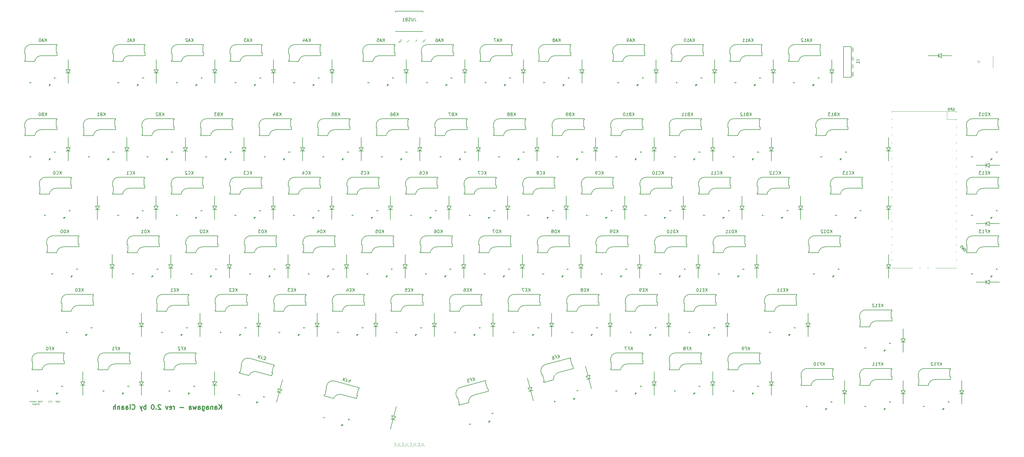
<source format=gbr>
%TF.GenerationSoftware,KiCad,Pcbnew,(6.0.7)*%
%TF.CreationDate,2022-12-11T22:06:55+01:00*%
%TF.ProjectId,middle,6d696464-6c65-42e6-9b69-6361645f7063,rev?*%
%TF.SameCoordinates,Original*%
%TF.FileFunction,Legend,Bot*%
%TF.FilePolarity,Positive*%
%FSLAX46Y46*%
G04 Gerber Fmt 4.6, Leading zero omitted, Abs format (unit mm)*
G04 Created by KiCad (PCBNEW (6.0.7)) date 2022-12-11 22:06:55*
%MOMM*%
%LPD*%
G01*
G04 APERTURE LIST*
%ADD10C,0.100000*%
%ADD11C,0.300000*%
%ADD12C,0.150000*%
%ADD13C,0.120000*%
%ADD14C,0.200000*%
G04 APERTURE END LIST*
D10*
X182229047Y-195072380D02*
X182229047Y-195786666D01*
X182276666Y-195929523D01*
X182371904Y-196024761D01*
X182514761Y-196072380D01*
X182610000Y-196072380D01*
X181276666Y-196072380D02*
X181752857Y-196072380D01*
X181752857Y-195072380D01*
X180371904Y-195977142D02*
X180419523Y-196024761D01*
X180562380Y-196072380D01*
X180657619Y-196072380D01*
X180800476Y-196024761D01*
X180895714Y-195929523D01*
X180943333Y-195834285D01*
X180990952Y-195643809D01*
X180990952Y-195500952D01*
X180943333Y-195310476D01*
X180895714Y-195215238D01*
X180800476Y-195120000D01*
X180657619Y-195072380D01*
X180562380Y-195072380D01*
X180419523Y-195120000D01*
X180371904Y-195167619D01*
X179657619Y-195072380D02*
X179657619Y-195786666D01*
X179705238Y-195929523D01*
X179800476Y-196024761D01*
X179943333Y-196072380D01*
X180038571Y-196072380D01*
X178705238Y-196072380D02*
X179181428Y-196072380D01*
X179181428Y-195072380D01*
X177800476Y-195977142D02*
X177848095Y-196024761D01*
X177990952Y-196072380D01*
X178086190Y-196072380D01*
X178229047Y-196024761D01*
X178324285Y-195929523D01*
X178371904Y-195834285D01*
X178419523Y-195643809D01*
X178419523Y-195500952D01*
X178371904Y-195310476D01*
X178324285Y-195215238D01*
X178229047Y-195120000D01*
X178086190Y-195072380D01*
X177990952Y-195072380D01*
X177848095Y-195120000D01*
X177800476Y-195167619D01*
X177086190Y-195072380D02*
X177086190Y-195786666D01*
X177133809Y-195929523D01*
X177229047Y-196024761D01*
X177371904Y-196072380D01*
X177467142Y-196072380D01*
X176133809Y-196072380D02*
X176610000Y-196072380D01*
X176610000Y-195072380D01*
X175229047Y-195977142D02*
X175276666Y-196024761D01*
X175419523Y-196072380D01*
X175514761Y-196072380D01*
X175657619Y-196024761D01*
X175752857Y-195929523D01*
X175800476Y-195834285D01*
X175848095Y-195643809D01*
X175848095Y-195500952D01*
X175800476Y-195310476D01*
X175752857Y-195215238D01*
X175657619Y-195120000D01*
X175514761Y-195072380D01*
X175419523Y-195072380D01*
X175276666Y-195120000D01*
X175229047Y-195167619D01*
X174514761Y-195072380D02*
X174514761Y-195786666D01*
X174562380Y-195929523D01*
X174657619Y-196024761D01*
X174800476Y-196072380D01*
X174895714Y-196072380D01*
X173562380Y-196072380D02*
X174038571Y-196072380D01*
X174038571Y-195072380D01*
X172657619Y-195977142D02*
X172705238Y-196024761D01*
X172848095Y-196072380D01*
X172943333Y-196072380D01*
X173086190Y-196024761D01*
X173181428Y-195929523D01*
X173229047Y-195834285D01*
X173276666Y-195643809D01*
X173276666Y-195500952D01*
X173229047Y-195310476D01*
X173181428Y-195215238D01*
X173086190Y-195120000D01*
X172943333Y-195072380D01*
X172848095Y-195072380D01*
X172705238Y-195120000D01*
X172657619Y-195167619D01*
X183024771Y-63735634D02*
X182755397Y-64005008D01*
X182997834Y-63978071D02*
X182782335Y-63762571D01*
X182243587Y-64166632D02*
X182411945Y-63998274D01*
X182563468Y-64116125D01*
X182533164Y-64119492D01*
X182486023Y-64139695D01*
X182401844Y-64223874D01*
X182381641Y-64271015D01*
X182378274Y-64301319D01*
X182388375Y-64345093D01*
X182455719Y-64412436D01*
X182499492Y-64422538D01*
X182529796Y-64419170D01*
X182576937Y-64398967D01*
X182661116Y-64314788D01*
X182681319Y-64267648D01*
X182684687Y-64237343D01*
X182125735Y-64284483D02*
X182290727Y-64685177D01*
X181890033Y-64520186D01*
D11*
X116641428Y-184138571D02*
X116641428Y-182638571D01*
X115784285Y-184138571D02*
X116427142Y-183281428D01*
X115784285Y-182638571D02*
X116641428Y-183495714D01*
X114498571Y-184138571D02*
X114498571Y-183352857D01*
X114570000Y-183210000D01*
X114712857Y-183138571D01*
X114998571Y-183138571D01*
X115141428Y-183210000D01*
X114498571Y-184067142D02*
X114641428Y-184138571D01*
X114998571Y-184138571D01*
X115141428Y-184067142D01*
X115212857Y-183924285D01*
X115212857Y-183781428D01*
X115141428Y-183638571D01*
X114998571Y-183567142D01*
X114641428Y-183567142D01*
X114498571Y-183495714D01*
X113784285Y-183138571D02*
X113784285Y-184138571D01*
X113784285Y-183281428D02*
X113712857Y-183210000D01*
X113570000Y-183138571D01*
X113355714Y-183138571D01*
X113212857Y-183210000D01*
X113141428Y-183352857D01*
X113141428Y-184138571D01*
X111784285Y-184138571D02*
X111784285Y-183352857D01*
X111855714Y-183210000D01*
X111998571Y-183138571D01*
X112284285Y-183138571D01*
X112427142Y-183210000D01*
X111784285Y-184067142D02*
X111927142Y-184138571D01*
X112284285Y-184138571D01*
X112427142Y-184067142D01*
X112498571Y-183924285D01*
X112498571Y-183781428D01*
X112427142Y-183638571D01*
X112284285Y-183567142D01*
X111927142Y-183567142D01*
X111784285Y-183495714D01*
X110427142Y-183138571D02*
X110427142Y-184352857D01*
X110498571Y-184495714D01*
X110570000Y-184567142D01*
X110712857Y-184638571D01*
X110927142Y-184638571D01*
X111070000Y-184567142D01*
X110427142Y-184067142D02*
X110570000Y-184138571D01*
X110855714Y-184138571D01*
X110998571Y-184067142D01*
X111070000Y-183995714D01*
X111141428Y-183852857D01*
X111141428Y-183424285D01*
X111070000Y-183281428D01*
X110998571Y-183210000D01*
X110855714Y-183138571D01*
X110570000Y-183138571D01*
X110427142Y-183210000D01*
X109070000Y-184138571D02*
X109070000Y-183352857D01*
X109141428Y-183210000D01*
X109284285Y-183138571D01*
X109570000Y-183138571D01*
X109712857Y-183210000D01*
X109070000Y-184067142D02*
X109212857Y-184138571D01*
X109570000Y-184138571D01*
X109712857Y-184067142D01*
X109784285Y-183924285D01*
X109784285Y-183781428D01*
X109712857Y-183638571D01*
X109570000Y-183567142D01*
X109212857Y-183567142D01*
X109070000Y-183495714D01*
X108498571Y-183138571D02*
X108212857Y-184138571D01*
X107927142Y-183424285D01*
X107641428Y-184138571D01*
X107355714Y-183138571D01*
X106141428Y-184138571D02*
X106141428Y-183352857D01*
X106212857Y-183210000D01*
X106355714Y-183138571D01*
X106641428Y-183138571D01*
X106784285Y-183210000D01*
X106141428Y-184067142D02*
X106284285Y-184138571D01*
X106641428Y-184138571D01*
X106784285Y-184067142D01*
X106855714Y-183924285D01*
X106855714Y-183781428D01*
X106784285Y-183638571D01*
X106641428Y-183567142D01*
X106284285Y-183567142D01*
X106141428Y-183495714D01*
X104284285Y-183567142D02*
X103141428Y-183567142D01*
X101284285Y-184138571D02*
X101284285Y-183138571D01*
X101284285Y-183424285D02*
X101212857Y-183281428D01*
X101141428Y-183210000D01*
X100998571Y-183138571D01*
X100855714Y-183138571D01*
X99784285Y-184067142D02*
X99927142Y-184138571D01*
X100212857Y-184138571D01*
X100355714Y-184067142D01*
X100427142Y-183924285D01*
X100427142Y-183352857D01*
X100355714Y-183210000D01*
X100212857Y-183138571D01*
X99927142Y-183138571D01*
X99784285Y-183210000D01*
X99712857Y-183352857D01*
X99712857Y-183495714D01*
X100427142Y-183638571D01*
X99212857Y-183138571D02*
X98855714Y-184138571D01*
X98498571Y-183138571D01*
X96855714Y-182781428D02*
X96784285Y-182710000D01*
X96641428Y-182638571D01*
X96284285Y-182638571D01*
X96141428Y-182710000D01*
X96070000Y-182781428D01*
X95998571Y-182924285D01*
X95998571Y-183067142D01*
X96070000Y-183281428D01*
X96927142Y-184138571D01*
X95998571Y-184138571D01*
X95355714Y-183995714D02*
X95284285Y-184067142D01*
X95355714Y-184138571D01*
X95427142Y-184067142D01*
X95355714Y-183995714D01*
X95355714Y-184138571D01*
X94355714Y-182638571D02*
X94212857Y-182638571D01*
X94069999Y-182710000D01*
X93998571Y-182781428D01*
X93927142Y-182924285D01*
X93855714Y-183210000D01*
X93855714Y-183567142D01*
X93927142Y-183852857D01*
X93998571Y-183995714D01*
X94069999Y-184067142D01*
X94212857Y-184138571D01*
X94355714Y-184138571D01*
X94498571Y-184067142D01*
X94569999Y-183995714D01*
X94641428Y-183852857D01*
X94712857Y-183567142D01*
X94712857Y-183210000D01*
X94641428Y-182924285D01*
X94569999Y-182781428D01*
X94498571Y-182710000D01*
X94355714Y-182638571D01*
X92069999Y-184138571D02*
X92069999Y-182638571D01*
X92069999Y-183210000D02*
X91927142Y-183138571D01*
X91641428Y-183138571D01*
X91498571Y-183210000D01*
X91427142Y-183281428D01*
X91355714Y-183424285D01*
X91355714Y-183852857D01*
X91427142Y-183995714D01*
X91498571Y-184067142D01*
X91641428Y-184138571D01*
X91927142Y-184138571D01*
X92069999Y-184067142D01*
X90855714Y-183138571D02*
X90498571Y-184138571D01*
X90141428Y-183138571D02*
X90498571Y-184138571D01*
X90641428Y-184495714D01*
X90712857Y-184567142D01*
X90855714Y-184638571D01*
X87569999Y-183995714D02*
X87641428Y-184067142D01*
X87855714Y-184138571D01*
X87998571Y-184138571D01*
X88212857Y-184067142D01*
X88355714Y-183924285D01*
X88427142Y-183781428D01*
X88498571Y-183495714D01*
X88498571Y-183281428D01*
X88427142Y-182995714D01*
X88355714Y-182852857D01*
X88212857Y-182710000D01*
X87998571Y-182638571D01*
X87855714Y-182638571D01*
X87641428Y-182710000D01*
X87569999Y-182781428D01*
X86927142Y-184138571D02*
X86927142Y-183138571D01*
X86927142Y-182638571D02*
X86998571Y-182710000D01*
X86927142Y-182781428D01*
X86855714Y-182710000D01*
X86927142Y-182638571D01*
X86927142Y-182781428D01*
X85569999Y-184138571D02*
X85569999Y-183352857D01*
X85641428Y-183210000D01*
X85784285Y-183138571D01*
X86069999Y-183138571D01*
X86212857Y-183210000D01*
X85569999Y-184067142D02*
X85712857Y-184138571D01*
X86069999Y-184138571D01*
X86212857Y-184067142D01*
X86284285Y-183924285D01*
X86284285Y-183781428D01*
X86212857Y-183638571D01*
X86069999Y-183567142D01*
X85712857Y-183567142D01*
X85569999Y-183495714D01*
X84212857Y-184138571D02*
X84212857Y-183352857D01*
X84284285Y-183210000D01*
X84427142Y-183138571D01*
X84712857Y-183138571D01*
X84855714Y-183210000D01*
X84212857Y-184067142D02*
X84355714Y-184138571D01*
X84712857Y-184138571D01*
X84855714Y-184067142D01*
X84927142Y-183924285D01*
X84927142Y-183781428D01*
X84855714Y-183638571D01*
X84712857Y-183567142D01*
X84355714Y-183567142D01*
X84212857Y-183495714D01*
X83498571Y-183138571D02*
X83498571Y-184138571D01*
X83498571Y-183281428D02*
X83427142Y-183210000D01*
X83284285Y-183138571D01*
X83069999Y-183138571D01*
X82927142Y-183210000D01*
X82855714Y-183352857D01*
X82855714Y-184138571D01*
X82141428Y-184138571D02*
X82141428Y-182638571D01*
X81498571Y-184138571D02*
X81498571Y-183352857D01*
X81569999Y-183210000D01*
X81712857Y-183138571D01*
X81927142Y-183138571D01*
X82069999Y-183210000D01*
X82141428Y-183281428D01*
D10*
X177639416Y-64216488D02*
X177356573Y-63933646D01*
X177272394Y-64017825D01*
X177235355Y-64081801D01*
X177228620Y-64142411D01*
X177238722Y-64186184D01*
X177275761Y-64256895D01*
X177316167Y-64297301D01*
X177386878Y-64334340D01*
X177430651Y-64344441D01*
X177491260Y-64337707D01*
X177555236Y-64300668D01*
X177639416Y-64216488D01*
X177178113Y-64462292D02*
X176908739Y-64731666D01*
X177151175Y-64704729D02*
X176935676Y-64489230D01*
X58024285Y-181833691D02*
X58190952Y-181595596D01*
X58310000Y-181833691D02*
X58310000Y-181333691D01*
X58119523Y-181333691D01*
X58071904Y-181357501D01*
X58048095Y-181381310D01*
X58024285Y-181428929D01*
X58024285Y-181500358D01*
X58048095Y-181547977D01*
X58071904Y-181571786D01*
X58119523Y-181595596D01*
X58310000Y-181595596D01*
X57548095Y-181357501D02*
X57595714Y-181333691D01*
X57667142Y-181333691D01*
X57738571Y-181357501D01*
X57786190Y-181405120D01*
X57810000Y-181452739D01*
X57833809Y-181547977D01*
X57833809Y-181619405D01*
X57810000Y-181714643D01*
X57786190Y-181762262D01*
X57738571Y-181809881D01*
X57667142Y-181833691D01*
X57619523Y-181833691D01*
X57548095Y-181809881D01*
X57524285Y-181786072D01*
X57524285Y-181619405D01*
X57619523Y-181619405D01*
X57143333Y-181571786D02*
X57071904Y-181595596D01*
X57048095Y-181619405D01*
X57024285Y-181667024D01*
X57024285Y-181738453D01*
X57048095Y-181786072D01*
X57071904Y-181809881D01*
X57119523Y-181833691D01*
X57310000Y-181833691D01*
X57310000Y-181333691D01*
X57143333Y-181333691D01*
X57095714Y-181357501D01*
X57071904Y-181381310D01*
X57048095Y-181428929D01*
X57048095Y-181476548D01*
X57071904Y-181524167D01*
X57095714Y-181547977D01*
X57143333Y-181571786D01*
X57310000Y-181571786D01*
X56429047Y-181833691D02*
X56429047Y-181500358D01*
X56429047Y-181547977D02*
X56405238Y-181524167D01*
X56357619Y-181500358D01*
X56286190Y-181500358D01*
X56238571Y-181524167D01*
X56214761Y-181571786D01*
X56214761Y-181833691D01*
X56214761Y-181571786D02*
X56190952Y-181524167D01*
X56143333Y-181500358D01*
X56071904Y-181500358D01*
X56024285Y-181524167D01*
X56000476Y-181571786D01*
X56000476Y-181833691D01*
X55548095Y-181833691D02*
X55548095Y-181571786D01*
X55571904Y-181524167D01*
X55619523Y-181500358D01*
X55714761Y-181500358D01*
X55762380Y-181524167D01*
X55548095Y-181809881D02*
X55595714Y-181833691D01*
X55714761Y-181833691D01*
X55762380Y-181809881D01*
X55786190Y-181762262D01*
X55786190Y-181714643D01*
X55762380Y-181667024D01*
X55714761Y-181643215D01*
X55595714Y-181643215D01*
X55548095Y-181619405D01*
X55381428Y-181500358D02*
X55190952Y-181500358D01*
X55310000Y-181333691D02*
X55310000Y-181762262D01*
X55286190Y-181809881D01*
X55238571Y-181833691D01*
X55190952Y-181833691D01*
X55024285Y-181833691D02*
X55024285Y-181500358D01*
X55024285Y-181595596D02*
X55000476Y-181547977D01*
X54976666Y-181524167D01*
X54929047Y-181500358D01*
X54881428Y-181500358D01*
X54714761Y-181833691D02*
X54714761Y-181500358D01*
X54714761Y-181333691D02*
X54738571Y-181357501D01*
X54714761Y-181381310D01*
X54690952Y-181357501D01*
X54714761Y-181333691D01*
X54714761Y-181381310D01*
X54524285Y-181833691D02*
X54262380Y-181500358D01*
X54524285Y-181500358D02*
X54262380Y-181833691D01*
X57321904Y-182138691D02*
X57226666Y-182138691D01*
X57179047Y-182162501D01*
X57131428Y-182210120D01*
X57107619Y-182305358D01*
X57107619Y-182472024D01*
X57131428Y-182567262D01*
X57179047Y-182614881D01*
X57226666Y-182638691D01*
X57321904Y-182638691D01*
X57369523Y-182614881D01*
X57417142Y-182567262D01*
X57440952Y-182472024D01*
X57440952Y-182305358D01*
X57417142Y-182210120D01*
X57369523Y-182162501D01*
X57321904Y-182138691D01*
X56679047Y-182305358D02*
X56679047Y-182638691D01*
X56893333Y-182305358D02*
X56893333Y-182567262D01*
X56869523Y-182614881D01*
X56821904Y-182638691D01*
X56750476Y-182638691D01*
X56702857Y-182614881D01*
X56679047Y-182591072D01*
X56512380Y-182305358D02*
X56321904Y-182305358D01*
X56440952Y-182138691D02*
X56440952Y-182567262D01*
X56417142Y-182614881D01*
X56369523Y-182638691D01*
X56321904Y-182638691D01*
X56155238Y-182305358D02*
X56155238Y-182805358D01*
X56155238Y-182329167D02*
X56107619Y-182305358D01*
X56012380Y-182305358D01*
X55964761Y-182329167D01*
X55940952Y-182352977D01*
X55917142Y-182400596D01*
X55917142Y-182543453D01*
X55940952Y-182591072D01*
X55964761Y-182614881D01*
X56012380Y-182638691D01*
X56107619Y-182638691D01*
X56155238Y-182614881D01*
X55488571Y-182305358D02*
X55488571Y-182638691D01*
X55702857Y-182305358D02*
X55702857Y-182567262D01*
X55679047Y-182614881D01*
X55631428Y-182638691D01*
X55560000Y-182638691D01*
X55512380Y-182614881D01*
X55488571Y-182591072D01*
X55321904Y-182305358D02*
X55131428Y-182305358D01*
X55250476Y-182138691D02*
X55250476Y-182567262D01*
X55226666Y-182614881D01*
X55179047Y-182638691D01*
X55131428Y-182638691D01*
X180189416Y-64176488D02*
X179906573Y-63893646D01*
X179822394Y-63977825D01*
X179785355Y-64041801D01*
X179778620Y-64102411D01*
X179788722Y-64146184D01*
X179825761Y-64216895D01*
X179866167Y-64257301D01*
X179936878Y-64294340D01*
X179980651Y-64304441D01*
X180041260Y-64297707D01*
X180105236Y-64260668D01*
X180189416Y-64176488D01*
X179728113Y-64422292D02*
X179458739Y-64691666D01*
X61556666Y-181346191D02*
X61390000Y-181846191D01*
X61223333Y-181346191D01*
X60770952Y-181798572D02*
X60794761Y-181822381D01*
X60866190Y-181846191D01*
X60913809Y-181846191D01*
X60985238Y-181822381D01*
X61032857Y-181774762D01*
X61056666Y-181727143D01*
X61080476Y-181631905D01*
X61080476Y-181560477D01*
X61056666Y-181465239D01*
X61032857Y-181417620D01*
X60985238Y-181370001D01*
X60913809Y-181346191D01*
X60866190Y-181346191D01*
X60794761Y-181370001D01*
X60770952Y-181393810D01*
X60270952Y-181798572D02*
X60294761Y-181822381D01*
X60366190Y-181846191D01*
X60413809Y-181846191D01*
X60485238Y-181822381D01*
X60532857Y-181774762D01*
X60556666Y-181727143D01*
X60580476Y-181631905D01*
X60580476Y-181560477D01*
X60556666Y-181465239D01*
X60532857Y-181417620D01*
X60485238Y-181370001D01*
X60413809Y-181346191D01*
X60366190Y-181346191D01*
X60294761Y-181370001D01*
X60270952Y-181393810D01*
X174847952Y-63939204D02*
X174868155Y-63892064D01*
X174918663Y-63841556D01*
X174982639Y-63804517D01*
X175043248Y-63797783D01*
X175087022Y-63807884D01*
X175157732Y-63844923D01*
X175198138Y-63885329D01*
X175235177Y-63956040D01*
X175245279Y-63999813D01*
X175238544Y-64060422D01*
X175201506Y-64124399D01*
X175167834Y-64158071D01*
X175103857Y-64195109D01*
X175073553Y-64198477D01*
X174979272Y-64104196D01*
X175046615Y-64036852D01*
X174948967Y-64376937D02*
X174666125Y-64094094D01*
X174746937Y-64578967D01*
X174464094Y-64296125D01*
X174578578Y-64747326D02*
X174295735Y-64464483D01*
X174211556Y-64548663D01*
X174174517Y-64612639D01*
X174167783Y-64673248D01*
X174177884Y-64717022D01*
X174214923Y-64787732D01*
X174255329Y-64828138D01*
X174326040Y-64865177D01*
X174369813Y-64875279D01*
X174430422Y-64868544D01*
X174494399Y-64831506D01*
X174578578Y-64747326D01*
X63770952Y-181370000D02*
X63818571Y-181346190D01*
X63890000Y-181346190D01*
X63961428Y-181370000D01*
X64009047Y-181417619D01*
X64032857Y-181465238D01*
X64056666Y-181560476D01*
X64056666Y-181631904D01*
X64032857Y-181727142D01*
X64009047Y-181774761D01*
X63961428Y-181822380D01*
X63890000Y-181846190D01*
X63842380Y-181846190D01*
X63770952Y-181822380D01*
X63747142Y-181798571D01*
X63747142Y-181631904D01*
X63842380Y-181631904D01*
X63532857Y-181846190D02*
X63532857Y-181346190D01*
X63247142Y-181846190D01*
X63247142Y-181346190D01*
X63009047Y-181846190D02*
X63009047Y-181346190D01*
X62890000Y-181346190D01*
X62818571Y-181370000D01*
X62770952Y-181417619D01*
X62747142Y-181465238D01*
X62723333Y-181560476D01*
X62723333Y-181631904D01*
X62747142Y-181727142D01*
X62770952Y-181774761D01*
X62818571Y-181822380D01*
X62890000Y-181846190D01*
X63009047Y-181846190D01*
D12*
%TO.C,KD13*%
X366414285Y-88647380D02*
X366414285Y-87647380D01*
X365842857Y-88647380D02*
X366271428Y-88075952D01*
X365842857Y-87647380D02*
X366414285Y-88218809D01*
X365414285Y-88647380D02*
X365414285Y-87647380D01*
X365176190Y-87647380D01*
X365033333Y-87695000D01*
X364938095Y-87790238D01*
X364890476Y-87885476D01*
X364842857Y-88075952D01*
X364842857Y-88218809D01*
X364890476Y-88409285D01*
X364938095Y-88504523D01*
X365033333Y-88599761D01*
X365176190Y-88647380D01*
X365414285Y-88647380D01*
X363890476Y-88647380D02*
X364461904Y-88647380D01*
X364176190Y-88647380D02*
X364176190Y-87647380D01*
X364271428Y-87790238D01*
X364366666Y-87885476D01*
X364461904Y-87933095D01*
X363557142Y-87647380D02*
X362938095Y-87647380D01*
X363271428Y-88028333D01*
X363128571Y-88028333D01*
X363033333Y-88075952D01*
X362985714Y-88123571D01*
X362938095Y-88218809D01*
X362938095Y-88456904D01*
X362985714Y-88552142D01*
X363033333Y-88599761D01*
X363128571Y-88647380D01*
X363414285Y-88647380D01*
X363509523Y-88599761D01*
X363557142Y-88552142D01*
%TO.C,KA5*%
X169591666Y-64547380D02*
X169591666Y-63547380D01*
X169020238Y-64547380D02*
X169448809Y-63975952D01*
X169020238Y-63547380D02*
X169591666Y-64118809D01*
X168639285Y-64261666D02*
X168163095Y-64261666D01*
X168734523Y-64547380D02*
X168401190Y-63547380D01*
X168067857Y-64547380D01*
X167258333Y-63547380D02*
X167734523Y-63547380D01*
X167782142Y-64023571D01*
X167734523Y-63975952D01*
X167639285Y-63928333D01*
X167401190Y-63928333D01*
X167305952Y-63975952D01*
X167258333Y-64023571D01*
X167210714Y-64118809D01*
X167210714Y-64356904D01*
X167258333Y-64452142D01*
X167305952Y-64499761D01*
X167401190Y-64547380D01*
X167639285Y-64547380D01*
X167734523Y-64499761D01*
X167782142Y-64452142D01*
%TO.C,KF9*%
X288291666Y-164847380D02*
X288291666Y-163847380D01*
X287720238Y-164847380D02*
X288148809Y-164275952D01*
X287720238Y-163847380D02*
X288291666Y-164418809D01*
X286958333Y-164323571D02*
X287291666Y-164323571D01*
X287291666Y-164847380D02*
X287291666Y-163847380D01*
X286815476Y-163847380D01*
X286386904Y-164847380D02*
X286196428Y-164847380D01*
X286101190Y-164799761D01*
X286053571Y-164752142D01*
X285958333Y-164609285D01*
X285910714Y-164418809D01*
X285910714Y-164037857D01*
X285958333Y-163942619D01*
X286005952Y-163895000D01*
X286101190Y-163847380D01*
X286291666Y-163847380D01*
X286386904Y-163895000D01*
X286434523Y-163942619D01*
X286482142Y-164037857D01*
X286482142Y-164275952D01*
X286434523Y-164371190D01*
X286386904Y-164418809D01*
X286291666Y-164466428D01*
X286101190Y-164466428D01*
X286005952Y-164418809D01*
X285958333Y-164371190D01*
X285910714Y-164275952D01*
%TO.C,KC7*%
X202638095Y-107697380D02*
X202638095Y-106697380D01*
X202066666Y-107697380D02*
X202495238Y-107125952D01*
X202066666Y-106697380D02*
X202638095Y-107268809D01*
X201066666Y-107602142D02*
X201114285Y-107649761D01*
X201257142Y-107697380D01*
X201352380Y-107697380D01*
X201495238Y-107649761D01*
X201590476Y-107554523D01*
X201638095Y-107459285D01*
X201685714Y-107268809D01*
X201685714Y-107125952D01*
X201638095Y-106935476D01*
X201590476Y-106840238D01*
X201495238Y-106745000D01*
X201352380Y-106697380D01*
X201257142Y-106697380D01*
X201114285Y-106745000D01*
X201066666Y-106792619D01*
X200733333Y-106697380D02*
X200066666Y-106697380D01*
X200495238Y-107697380D01*
%TO.C,KE11*%
X300697916Y-145797380D02*
X300697916Y-144797380D01*
X300126488Y-145797380D02*
X300555059Y-145225952D01*
X300126488Y-144797380D02*
X300697916Y-145368809D01*
X299697916Y-145273571D02*
X299364583Y-145273571D01*
X299221726Y-145797380D02*
X299697916Y-145797380D01*
X299697916Y-144797380D01*
X299221726Y-144797380D01*
X298269345Y-145797380D02*
X298840773Y-145797380D01*
X298555059Y-145797380D02*
X298555059Y-144797380D01*
X298650297Y-144940238D01*
X298745535Y-145035476D01*
X298840773Y-145083095D01*
X297316964Y-145797380D02*
X297888392Y-145797380D01*
X297602678Y-145797380D02*
X297602678Y-144797380D01*
X297697916Y-144940238D01*
X297793154Y-145035476D01*
X297888392Y-145083095D01*
%TO.C,KC9*%
X240738095Y-107697380D02*
X240738095Y-106697380D01*
X240166666Y-107697380D02*
X240595238Y-107125952D01*
X240166666Y-106697380D02*
X240738095Y-107268809D01*
X239166666Y-107602142D02*
X239214285Y-107649761D01*
X239357142Y-107697380D01*
X239452380Y-107697380D01*
X239595238Y-107649761D01*
X239690476Y-107554523D01*
X239738095Y-107459285D01*
X239785714Y-107268809D01*
X239785714Y-107125952D01*
X239738095Y-106935476D01*
X239690476Y-106840238D01*
X239595238Y-106745000D01*
X239452380Y-106697380D01*
X239357142Y-106697380D01*
X239214285Y-106745000D01*
X239166666Y-106792619D01*
X238690476Y-107697380D02*
X238500000Y-107697380D01*
X238404761Y-107649761D01*
X238357142Y-107602142D01*
X238261904Y-107459285D01*
X238214285Y-107268809D01*
X238214285Y-106887857D01*
X238261904Y-106792619D01*
X238309523Y-106745000D01*
X238404761Y-106697380D01*
X238595238Y-106697380D01*
X238690476Y-106745000D01*
X238738095Y-106792619D01*
X238785714Y-106887857D01*
X238785714Y-107125952D01*
X238738095Y-107221190D01*
X238690476Y-107268809D01*
X238595238Y-107316428D01*
X238404761Y-107316428D01*
X238309523Y-107268809D01*
X238261904Y-107221190D01*
X238214285Y-107125952D01*
%TO.C,KB9*%
X231213095Y-88647380D02*
X231213095Y-87647380D01*
X230641666Y-88647380D02*
X231070238Y-88075952D01*
X230641666Y-87647380D02*
X231213095Y-88218809D01*
X229879761Y-88123571D02*
X229736904Y-88171190D01*
X229689285Y-88218809D01*
X229641666Y-88314047D01*
X229641666Y-88456904D01*
X229689285Y-88552142D01*
X229736904Y-88599761D01*
X229832142Y-88647380D01*
X230213095Y-88647380D01*
X230213095Y-87647380D01*
X229879761Y-87647380D01*
X229784523Y-87695000D01*
X229736904Y-87742619D01*
X229689285Y-87837857D01*
X229689285Y-87933095D01*
X229736904Y-88028333D01*
X229784523Y-88075952D01*
X229879761Y-88123571D01*
X230213095Y-88123571D01*
X229165476Y-88647380D02*
X228975000Y-88647380D01*
X228879761Y-88599761D01*
X228832142Y-88552142D01*
X228736904Y-88409285D01*
X228689285Y-88218809D01*
X228689285Y-87837857D01*
X228736904Y-87742619D01*
X228784523Y-87695000D01*
X228879761Y-87647380D01*
X229070238Y-87647380D01*
X229165476Y-87695000D01*
X229213095Y-87742619D01*
X229260714Y-87837857D01*
X229260714Y-88075952D01*
X229213095Y-88171190D01*
X229165476Y-88218809D01*
X229070238Y-88266428D01*
X228879761Y-88266428D01*
X228784523Y-88218809D01*
X228736904Y-88171190D01*
X228689285Y-88075952D01*
%TO.C,KF3*%
X128808936Y-166476885D02*
X128550117Y-167442810D01*
X129360893Y-166624781D02*
X128799029Y-167065816D01*
X129102074Y-167590707D02*
X128698013Y-166890853D01*
X129961265Y-167327938D02*
X129639290Y-167241665D01*
X129774862Y-166735704D02*
X129516043Y-167701629D01*
X129976007Y-167824877D01*
X130251986Y-167898825D02*
X130849940Y-168059046D01*
X130626563Y-167604801D01*
X130764552Y-167641776D01*
X130868870Y-167620429D01*
X130927191Y-167586757D01*
X130997837Y-167507089D01*
X131059460Y-167277106D01*
X131038113Y-167172789D01*
X131004442Y-167114467D01*
X130924773Y-167043821D01*
X130648795Y-166969873D01*
X130544477Y-166991220D01*
X130486156Y-167024892D01*
%TO.C,KB0*%
X59763095Y-88647380D02*
X59763095Y-87647380D01*
X59191666Y-88647380D02*
X59620238Y-88075952D01*
X59191666Y-87647380D02*
X59763095Y-88218809D01*
X58429761Y-88123571D02*
X58286904Y-88171190D01*
X58239285Y-88218809D01*
X58191666Y-88314047D01*
X58191666Y-88456904D01*
X58239285Y-88552142D01*
X58286904Y-88599761D01*
X58382142Y-88647380D01*
X58763095Y-88647380D01*
X58763095Y-87647380D01*
X58429761Y-87647380D01*
X58334523Y-87695000D01*
X58286904Y-87742619D01*
X58239285Y-87837857D01*
X58239285Y-87933095D01*
X58286904Y-88028333D01*
X58334523Y-88075952D01*
X58429761Y-88123571D01*
X58763095Y-88123571D01*
X57572619Y-87647380D02*
X57477380Y-87647380D01*
X57382142Y-87695000D01*
X57334523Y-87742619D01*
X57286904Y-87837857D01*
X57239285Y-88028333D01*
X57239285Y-88266428D01*
X57286904Y-88456904D01*
X57334523Y-88552142D01*
X57382142Y-88599761D01*
X57477380Y-88647380D01*
X57572619Y-88647380D01*
X57667857Y-88599761D01*
X57715476Y-88552142D01*
X57763095Y-88456904D01*
X57810714Y-88266428D01*
X57810714Y-88028333D01*
X57763095Y-87837857D01*
X57715476Y-87742619D01*
X57667857Y-87695000D01*
X57572619Y-87647380D01*
%TO.C,KC2*%
X107388095Y-107697380D02*
X107388095Y-106697380D01*
X106816666Y-107697380D02*
X107245238Y-107125952D01*
X106816666Y-106697380D02*
X107388095Y-107268809D01*
X105816666Y-107602142D02*
X105864285Y-107649761D01*
X106007142Y-107697380D01*
X106102380Y-107697380D01*
X106245238Y-107649761D01*
X106340476Y-107554523D01*
X106388095Y-107459285D01*
X106435714Y-107268809D01*
X106435714Y-107125952D01*
X106388095Y-106935476D01*
X106340476Y-106840238D01*
X106245238Y-106745000D01*
X106102380Y-106697380D01*
X106007142Y-106697380D01*
X105864285Y-106745000D01*
X105816666Y-106792619D01*
X105435714Y-106792619D02*
X105388095Y-106745000D01*
X105292857Y-106697380D01*
X105054761Y-106697380D01*
X104959523Y-106745000D01*
X104911904Y-106792619D01*
X104864285Y-106887857D01*
X104864285Y-106983095D01*
X104911904Y-107125952D01*
X105483333Y-107697380D01*
X104864285Y-107697380D01*
%TO.C,KD7*%
X207400595Y-126747380D02*
X207400595Y-125747380D01*
X206829166Y-126747380D02*
X207257738Y-126175952D01*
X206829166Y-125747380D02*
X207400595Y-126318809D01*
X206400595Y-126747380D02*
X206400595Y-125747380D01*
X206162500Y-125747380D01*
X206019642Y-125795000D01*
X205924404Y-125890238D01*
X205876785Y-125985476D01*
X205829166Y-126175952D01*
X205829166Y-126318809D01*
X205876785Y-126509285D01*
X205924404Y-126604523D01*
X206019642Y-126699761D01*
X206162500Y-126747380D01*
X206400595Y-126747380D01*
X205495833Y-125747380D02*
X204829166Y-125747380D01*
X205257738Y-126747380D01*
%TO.C,KA7*%
X207691666Y-64547380D02*
X207691666Y-63547380D01*
X207120238Y-64547380D02*
X207548809Y-63975952D01*
X207120238Y-63547380D02*
X207691666Y-64118809D01*
X206739285Y-64261666D02*
X206263095Y-64261666D01*
X206834523Y-64547380D02*
X206501190Y-63547380D01*
X206167857Y-64547380D01*
X205929761Y-63547380D02*
X205263095Y-63547380D01*
X205691666Y-64547380D01*
%TO.C,KC3*%
X126438095Y-107697380D02*
X126438095Y-106697380D01*
X125866666Y-107697380D02*
X126295238Y-107125952D01*
X125866666Y-106697380D02*
X126438095Y-107268809D01*
X124866666Y-107602142D02*
X124914285Y-107649761D01*
X125057142Y-107697380D01*
X125152380Y-107697380D01*
X125295238Y-107649761D01*
X125390476Y-107554523D01*
X125438095Y-107459285D01*
X125485714Y-107268809D01*
X125485714Y-107125952D01*
X125438095Y-106935476D01*
X125390476Y-106840238D01*
X125295238Y-106745000D01*
X125152380Y-106697380D01*
X125057142Y-106697380D01*
X124914285Y-106745000D01*
X124866666Y-106792619D01*
X124533333Y-106697380D02*
X123914285Y-106697380D01*
X124247619Y-107078333D01*
X124104761Y-107078333D01*
X124009523Y-107125952D01*
X123961904Y-107173571D01*
X123914285Y-107268809D01*
X123914285Y-107506904D01*
X123961904Y-107602142D01*
X124009523Y-107649761D01*
X124104761Y-107697380D01*
X124390476Y-107697380D01*
X124485714Y-107649761D01*
X124533333Y-107602142D01*
%TO.C,KA10*%
X270367857Y-64547380D02*
X270367857Y-63547380D01*
X269796428Y-64547380D02*
X270225000Y-63975952D01*
X269796428Y-63547380D02*
X270367857Y-64118809D01*
X269415476Y-64261666D02*
X268939285Y-64261666D01*
X269510714Y-64547380D02*
X269177380Y-63547380D01*
X268844047Y-64547380D01*
X267986904Y-64547380D02*
X268558333Y-64547380D01*
X268272619Y-64547380D02*
X268272619Y-63547380D01*
X268367857Y-63690238D01*
X268463095Y-63785476D01*
X268558333Y-63833095D01*
X267367857Y-63547380D02*
X267272619Y-63547380D01*
X267177380Y-63595000D01*
X267129761Y-63642619D01*
X267082142Y-63737857D01*
X267034523Y-63928333D01*
X267034523Y-64166428D01*
X267082142Y-64356904D01*
X267129761Y-64452142D01*
X267177380Y-64499761D01*
X267272619Y-64547380D01*
X267367857Y-64547380D01*
X267463095Y-64499761D01*
X267510714Y-64452142D01*
X267558333Y-64356904D01*
X267605952Y-64166428D01*
X267605952Y-63928333D01*
X267558333Y-63737857D01*
X267510714Y-63642619D01*
X267463095Y-63595000D01*
X267367857Y-63547380D01*
%TO.C,KC5*%
X164538095Y-107697380D02*
X164538095Y-106697380D01*
X163966666Y-107697380D02*
X164395238Y-107125952D01*
X163966666Y-106697380D02*
X164538095Y-107268809D01*
X162966666Y-107602142D02*
X163014285Y-107649761D01*
X163157142Y-107697380D01*
X163252380Y-107697380D01*
X163395238Y-107649761D01*
X163490476Y-107554523D01*
X163538095Y-107459285D01*
X163585714Y-107268809D01*
X163585714Y-107125952D01*
X163538095Y-106935476D01*
X163490476Y-106840238D01*
X163395238Y-106745000D01*
X163252380Y-106697380D01*
X163157142Y-106697380D01*
X163014285Y-106745000D01*
X162966666Y-106792619D01*
X162061904Y-106697380D02*
X162538095Y-106697380D01*
X162585714Y-107173571D01*
X162538095Y-107125952D01*
X162442857Y-107078333D01*
X162204761Y-107078333D01*
X162109523Y-107125952D01*
X162061904Y-107173571D01*
X162014285Y-107268809D01*
X162014285Y-107506904D01*
X162061904Y-107602142D01*
X162109523Y-107649761D01*
X162204761Y-107697380D01*
X162442857Y-107697380D01*
X162538095Y-107649761D01*
X162585714Y-107602142D01*
%TO.C,KF11*%
X331630357Y-169897380D02*
X331630357Y-168897380D01*
X331058928Y-169897380D02*
X331487500Y-169325952D01*
X331058928Y-168897380D02*
X331630357Y-169468809D01*
X330297023Y-169373571D02*
X330630357Y-169373571D01*
X330630357Y-169897380D02*
X330630357Y-168897380D01*
X330154166Y-168897380D01*
X329249404Y-169897380D02*
X329820833Y-169897380D01*
X329535119Y-169897380D02*
X329535119Y-168897380D01*
X329630357Y-169040238D01*
X329725595Y-169135476D01*
X329820833Y-169183095D01*
X328297023Y-169897380D02*
X328868452Y-169897380D01*
X328582738Y-169897380D02*
X328582738Y-168897380D01*
X328677976Y-169040238D01*
X328773214Y-169135476D01*
X328868452Y-169183095D01*
%TO.C,KE7*%
X216877976Y-145797380D02*
X216877976Y-144797380D01*
X216306547Y-145797380D02*
X216735119Y-145225952D01*
X216306547Y-144797380D02*
X216877976Y-145368809D01*
X215877976Y-145273571D02*
X215544642Y-145273571D01*
X215401785Y-145797380D02*
X215877976Y-145797380D01*
X215877976Y-144797380D01*
X215401785Y-144797380D01*
X215068452Y-144797380D02*
X214401785Y-144797380D01*
X214830357Y-145797380D01*
%TO.C,KF12*%
X350680357Y-169897380D02*
X350680357Y-168897380D01*
X350108928Y-169897380D02*
X350537500Y-169325952D01*
X350108928Y-168897380D02*
X350680357Y-169468809D01*
X349347023Y-169373571D02*
X349680357Y-169373571D01*
X349680357Y-169897380D02*
X349680357Y-168897380D01*
X349204166Y-168897380D01*
X348299404Y-169897380D02*
X348870833Y-169897380D01*
X348585119Y-169897380D02*
X348585119Y-168897380D01*
X348680357Y-169040238D01*
X348775595Y-169135476D01*
X348870833Y-169183095D01*
X347918452Y-168992619D02*
X347870833Y-168945000D01*
X347775595Y-168897380D01*
X347537500Y-168897380D01*
X347442261Y-168945000D01*
X347394642Y-168992619D01*
X347347023Y-169087857D01*
X347347023Y-169183095D01*
X347394642Y-169325952D01*
X347966071Y-169897380D01*
X347347023Y-169897380D01*
%TO.C,KE5*%
X178777976Y-145797380D02*
X178777976Y-144797380D01*
X178206547Y-145797380D02*
X178635119Y-145225952D01*
X178206547Y-144797380D02*
X178777976Y-145368809D01*
X177777976Y-145273571D02*
X177444642Y-145273571D01*
X177301785Y-145797380D02*
X177777976Y-145797380D01*
X177777976Y-144797380D01*
X177301785Y-144797380D01*
X176397023Y-144797380D02*
X176873214Y-144797380D01*
X176920833Y-145273571D01*
X176873214Y-145225952D01*
X176777976Y-145178333D01*
X176539880Y-145178333D01*
X176444642Y-145225952D01*
X176397023Y-145273571D01*
X176349404Y-145368809D01*
X176349404Y-145606904D01*
X176397023Y-145702142D01*
X176444642Y-145749761D01*
X176539880Y-145797380D01*
X176777976Y-145797380D01*
X176873214Y-145749761D01*
X176920833Y-145702142D01*
%TO.C,KB5*%
X155013095Y-88647380D02*
X155013095Y-87647380D01*
X154441666Y-88647380D02*
X154870238Y-88075952D01*
X154441666Y-87647380D02*
X155013095Y-88218809D01*
X153679761Y-88123571D02*
X153536904Y-88171190D01*
X153489285Y-88218809D01*
X153441666Y-88314047D01*
X153441666Y-88456904D01*
X153489285Y-88552142D01*
X153536904Y-88599761D01*
X153632142Y-88647380D01*
X154013095Y-88647380D01*
X154013095Y-87647380D01*
X153679761Y-87647380D01*
X153584523Y-87695000D01*
X153536904Y-87742619D01*
X153489285Y-87837857D01*
X153489285Y-87933095D01*
X153536904Y-88028333D01*
X153584523Y-88075952D01*
X153679761Y-88123571D01*
X154013095Y-88123571D01*
X152536904Y-87647380D02*
X153013095Y-87647380D01*
X153060714Y-88123571D01*
X153013095Y-88075952D01*
X152917857Y-88028333D01*
X152679761Y-88028333D01*
X152584523Y-88075952D01*
X152536904Y-88123571D01*
X152489285Y-88218809D01*
X152489285Y-88456904D01*
X152536904Y-88552142D01*
X152584523Y-88599761D01*
X152679761Y-88647380D01*
X152917857Y-88647380D01*
X153013095Y-88599761D01*
X153060714Y-88552142D01*
%TO.C,KD10*%
X265026785Y-126747380D02*
X265026785Y-125747380D01*
X264455357Y-126747380D02*
X264883928Y-126175952D01*
X264455357Y-125747380D02*
X265026785Y-126318809D01*
X264026785Y-126747380D02*
X264026785Y-125747380D01*
X263788690Y-125747380D01*
X263645833Y-125795000D01*
X263550595Y-125890238D01*
X263502976Y-125985476D01*
X263455357Y-126175952D01*
X263455357Y-126318809D01*
X263502976Y-126509285D01*
X263550595Y-126604523D01*
X263645833Y-126699761D01*
X263788690Y-126747380D01*
X264026785Y-126747380D01*
X262502976Y-126747380D02*
X263074404Y-126747380D01*
X262788690Y-126747380D02*
X262788690Y-125747380D01*
X262883928Y-125890238D01*
X262979166Y-125985476D01*
X263074404Y-126033095D01*
X261883928Y-125747380D02*
X261788690Y-125747380D01*
X261693452Y-125795000D01*
X261645833Y-125842619D01*
X261598214Y-125937857D01*
X261550595Y-126128333D01*
X261550595Y-126366428D01*
X261598214Y-126556904D01*
X261645833Y-126652142D01*
X261693452Y-126699761D01*
X261788690Y-126747380D01*
X261883928Y-126747380D01*
X261979166Y-126699761D01*
X262026785Y-126652142D01*
X262074404Y-126556904D01*
X262122023Y-126366428D01*
X262122023Y-126128333D01*
X262074404Y-125937857D01*
X262026785Y-125842619D01*
X261979166Y-125795000D01*
X261883928Y-125747380D01*
%TO.C,KA0*%
X59691666Y-64547380D02*
X59691666Y-63547380D01*
X59120238Y-64547380D02*
X59548809Y-63975952D01*
X59120238Y-63547380D02*
X59691666Y-64118809D01*
X58739285Y-64261666D02*
X58263095Y-64261666D01*
X58834523Y-64547380D02*
X58501190Y-63547380D01*
X58167857Y-64547380D01*
X57644047Y-63547380D02*
X57548809Y-63547380D01*
X57453571Y-63595000D01*
X57405952Y-63642619D01*
X57358333Y-63737857D01*
X57310714Y-63928333D01*
X57310714Y-64166428D01*
X57358333Y-64356904D01*
X57405952Y-64452142D01*
X57453571Y-64499761D01*
X57548809Y-64547380D01*
X57644047Y-64547380D01*
X57739285Y-64499761D01*
X57786904Y-64452142D01*
X57834523Y-64356904D01*
X57882142Y-64166428D01*
X57882142Y-63928333D01*
X57834523Y-63737857D01*
X57786904Y-63642619D01*
X57739285Y-63595000D01*
X57644047Y-63547380D01*
%TO.C,KD1*%
X93100595Y-126747380D02*
X93100595Y-125747380D01*
X92529166Y-126747380D02*
X92957738Y-126175952D01*
X92529166Y-125747380D02*
X93100595Y-126318809D01*
X92100595Y-126747380D02*
X92100595Y-125747380D01*
X91862500Y-125747380D01*
X91719642Y-125795000D01*
X91624404Y-125890238D01*
X91576785Y-125985476D01*
X91529166Y-126175952D01*
X91529166Y-126318809D01*
X91576785Y-126509285D01*
X91624404Y-126604523D01*
X91719642Y-126699761D01*
X91862500Y-126747380D01*
X92100595Y-126747380D01*
X90576785Y-126747380D02*
X91148214Y-126747380D01*
X90862500Y-126747380D02*
X90862500Y-125747380D01*
X90957738Y-125890238D01*
X91052976Y-125985476D01*
X91148214Y-126033095D01*
%TO.C,KB10*%
X250739285Y-88647380D02*
X250739285Y-87647380D01*
X250167857Y-88647380D02*
X250596428Y-88075952D01*
X250167857Y-87647380D02*
X250739285Y-88218809D01*
X249405952Y-88123571D02*
X249263095Y-88171190D01*
X249215476Y-88218809D01*
X249167857Y-88314047D01*
X249167857Y-88456904D01*
X249215476Y-88552142D01*
X249263095Y-88599761D01*
X249358333Y-88647380D01*
X249739285Y-88647380D01*
X249739285Y-87647380D01*
X249405952Y-87647380D01*
X249310714Y-87695000D01*
X249263095Y-87742619D01*
X249215476Y-87837857D01*
X249215476Y-87933095D01*
X249263095Y-88028333D01*
X249310714Y-88075952D01*
X249405952Y-88123571D01*
X249739285Y-88123571D01*
X248215476Y-88647380D02*
X248786904Y-88647380D01*
X248501190Y-88647380D02*
X248501190Y-87647380D01*
X248596428Y-87790238D01*
X248691666Y-87885476D01*
X248786904Y-87933095D01*
X247596428Y-87647380D02*
X247501190Y-87647380D01*
X247405952Y-87695000D01*
X247358333Y-87742619D01*
X247310714Y-87837857D01*
X247263095Y-88028333D01*
X247263095Y-88266428D01*
X247310714Y-88456904D01*
X247358333Y-88552142D01*
X247405952Y-88599761D01*
X247501190Y-88647380D01*
X247596428Y-88647380D01*
X247691666Y-88599761D01*
X247739285Y-88552142D01*
X247786904Y-88456904D01*
X247834523Y-88266428D01*
X247834523Y-88028333D01*
X247786904Y-87837857D01*
X247739285Y-87742619D01*
X247691666Y-87695000D01*
X247596428Y-87647380D01*
%TO.C,KC11*%
X279314285Y-107697380D02*
X279314285Y-106697380D01*
X278742857Y-107697380D02*
X279171428Y-107125952D01*
X278742857Y-106697380D02*
X279314285Y-107268809D01*
X277742857Y-107602142D02*
X277790476Y-107649761D01*
X277933333Y-107697380D01*
X278028571Y-107697380D01*
X278171428Y-107649761D01*
X278266666Y-107554523D01*
X278314285Y-107459285D01*
X278361904Y-107268809D01*
X278361904Y-107125952D01*
X278314285Y-106935476D01*
X278266666Y-106840238D01*
X278171428Y-106745000D01*
X278028571Y-106697380D01*
X277933333Y-106697380D01*
X277790476Y-106745000D01*
X277742857Y-106792619D01*
X276790476Y-107697380D02*
X277361904Y-107697380D01*
X277076190Y-107697380D02*
X277076190Y-106697380D01*
X277171428Y-106840238D01*
X277266666Y-106935476D01*
X277361904Y-106983095D01*
X275838095Y-107697380D02*
X276409523Y-107697380D01*
X276123809Y-107697380D02*
X276123809Y-106697380D01*
X276219047Y-106840238D01*
X276314285Y-106935476D01*
X276409523Y-106983095D01*
%TO.C,KF1*%
X83504166Y-164847380D02*
X83504166Y-163847380D01*
X82932738Y-164847380D02*
X83361309Y-164275952D01*
X82932738Y-163847380D02*
X83504166Y-164418809D01*
X82170833Y-164323571D02*
X82504166Y-164323571D01*
X82504166Y-164847380D02*
X82504166Y-163847380D01*
X82027976Y-163847380D01*
X81123214Y-164847380D02*
X81694642Y-164847380D01*
X81408928Y-164847380D02*
X81408928Y-163847380D01*
X81504166Y-163990238D01*
X81599404Y-164085476D01*
X81694642Y-164133095D01*
%TO.C,KE6*%
X197827976Y-145797380D02*
X197827976Y-144797380D01*
X197256547Y-145797380D02*
X197685119Y-145225952D01*
X197256547Y-144797380D02*
X197827976Y-145368809D01*
X196827976Y-145273571D02*
X196494642Y-145273571D01*
X196351785Y-145797380D02*
X196827976Y-145797380D01*
X196827976Y-144797380D01*
X196351785Y-144797380D01*
X195494642Y-144797380D02*
X195685119Y-144797380D01*
X195780357Y-144845000D01*
X195827976Y-144892619D01*
X195923214Y-145035476D01*
X195970833Y-145225952D01*
X195970833Y-145606904D01*
X195923214Y-145702142D01*
X195875595Y-145749761D01*
X195780357Y-145797380D01*
X195589880Y-145797380D01*
X195494642Y-145749761D01*
X195447023Y-145702142D01*
X195399404Y-145606904D01*
X195399404Y-145368809D01*
X195447023Y-145273571D01*
X195494642Y-145225952D01*
X195589880Y-145178333D01*
X195780357Y-145178333D01*
X195875595Y-145225952D01*
X195923214Y-145273571D01*
X195970833Y-145368809D01*
%TO.C,KA3*%
X126441666Y-64547380D02*
X126441666Y-63547380D01*
X125870238Y-64547380D02*
X126298809Y-63975952D01*
X125870238Y-63547380D02*
X126441666Y-64118809D01*
X125489285Y-64261666D02*
X125013095Y-64261666D01*
X125584523Y-64547380D02*
X125251190Y-63547380D01*
X124917857Y-64547380D01*
X124679761Y-63547380D02*
X124060714Y-63547380D01*
X124394047Y-63928333D01*
X124251190Y-63928333D01*
X124155952Y-63975952D01*
X124108333Y-64023571D01*
X124060714Y-64118809D01*
X124060714Y-64356904D01*
X124108333Y-64452142D01*
X124155952Y-64499761D01*
X124251190Y-64547380D01*
X124536904Y-64547380D01*
X124632142Y-64499761D01*
X124679761Y-64452142D01*
%TO.C,KE4*%
X159727976Y-145797380D02*
X159727976Y-144797380D01*
X159156547Y-145797380D02*
X159585119Y-145225952D01*
X159156547Y-144797380D02*
X159727976Y-145368809D01*
X158727976Y-145273571D02*
X158394642Y-145273571D01*
X158251785Y-145797380D02*
X158727976Y-145797380D01*
X158727976Y-144797380D01*
X158251785Y-144797380D01*
X157394642Y-145130714D02*
X157394642Y-145797380D01*
X157632738Y-144749761D02*
X157870833Y-145464047D01*
X157251785Y-145464047D01*
%TO.C,KD11*%
X284076785Y-126747380D02*
X284076785Y-125747380D01*
X283505357Y-126747380D02*
X283933928Y-126175952D01*
X283505357Y-125747380D02*
X284076785Y-126318809D01*
X283076785Y-126747380D02*
X283076785Y-125747380D01*
X282838690Y-125747380D01*
X282695833Y-125795000D01*
X282600595Y-125890238D01*
X282552976Y-125985476D01*
X282505357Y-126175952D01*
X282505357Y-126318809D01*
X282552976Y-126509285D01*
X282600595Y-126604523D01*
X282695833Y-126699761D01*
X282838690Y-126747380D01*
X283076785Y-126747380D01*
X281552976Y-126747380D02*
X282124404Y-126747380D01*
X281838690Y-126747380D02*
X281838690Y-125747380D01*
X281933928Y-125890238D01*
X282029166Y-125985476D01*
X282124404Y-126033095D01*
X280600595Y-126747380D02*
X281172023Y-126747380D01*
X280886309Y-126747380D02*
X280886309Y-125747380D01*
X280981547Y-125890238D01*
X281076785Y-125985476D01*
X281172023Y-126033095D01*
%TO.C,KD8*%
X226450595Y-126747380D02*
X226450595Y-125747380D01*
X225879166Y-126747380D02*
X226307738Y-126175952D01*
X225879166Y-125747380D02*
X226450595Y-126318809D01*
X225450595Y-126747380D02*
X225450595Y-125747380D01*
X225212500Y-125747380D01*
X225069642Y-125795000D01*
X224974404Y-125890238D01*
X224926785Y-125985476D01*
X224879166Y-126175952D01*
X224879166Y-126318809D01*
X224926785Y-126509285D01*
X224974404Y-126604523D01*
X225069642Y-126699761D01*
X225212500Y-126747380D01*
X225450595Y-126747380D01*
X224307738Y-126175952D02*
X224402976Y-126128333D01*
X224450595Y-126080714D01*
X224498214Y-125985476D01*
X224498214Y-125937857D01*
X224450595Y-125842619D01*
X224402976Y-125795000D01*
X224307738Y-125747380D01*
X224117261Y-125747380D01*
X224022023Y-125795000D01*
X223974404Y-125842619D01*
X223926785Y-125937857D01*
X223926785Y-125985476D01*
X223974404Y-126080714D01*
X224022023Y-126128333D01*
X224117261Y-126175952D01*
X224307738Y-126175952D01*
X224402976Y-126223571D01*
X224450595Y-126271190D01*
X224498214Y-126366428D01*
X224498214Y-126556904D01*
X224450595Y-126652142D01*
X224402976Y-126699761D01*
X224307738Y-126747380D01*
X224117261Y-126747380D01*
X224022023Y-126699761D01*
X223974404Y-126652142D01*
X223926785Y-126556904D01*
X223926785Y-126366428D01*
X223974404Y-126271190D01*
X224022023Y-126223571D01*
X224117261Y-126175952D01*
%TO.C,KF0*%
X62072916Y-164847380D02*
X62072916Y-163847380D01*
X61501488Y-164847380D02*
X61930059Y-164275952D01*
X61501488Y-163847380D02*
X62072916Y-164418809D01*
X60739583Y-164323571D02*
X61072916Y-164323571D01*
X61072916Y-164847380D02*
X61072916Y-163847380D01*
X60596726Y-163847380D01*
X60025297Y-163847380D02*
X59930059Y-163847380D01*
X59834821Y-163895000D01*
X59787202Y-163942619D01*
X59739583Y-164037857D01*
X59691964Y-164228333D01*
X59691964Y-164466428D01*
X59739583Y-164656904D01*
X59787202Y-164752142D01*
X59834821Y-164799761D01*
X59930059Y-164847380D01*
X60025297Y-164847380D01*
X60120535Y-164799761D01*
X60168154Y-164752142D01*
X60215773Y-164656904D01*
X60263392Y-164466428D01*
X60263392Y-164228333D01*
X60215773Y-164037857D01*
X60168154Y-163942619D01*
X60120535Y-163895000D01*
X60025297Y-163847380D01*
%TO.C,KE3*%
X140677976Y-145797380D02*
X140677976Y-144797380D01*
X140106547Y-145797380D02*
X140535119Y-145225952D01*
X140106547Y-144797380D02*
X140677976Y-145368809D01*
X139677976Y-145273571D02*
X139344642Y-145273571D01*
X139201785Y-145797380D02*
X139677976Y-145797380D01*
X139677976Y-144797380D01*
X139201785Y-144797380D01*
X138868452Y-144797380D02*
X138249404Y-144797380D01*
X138582738Y-145178333D01*
X138439880Y-145178333D01*
X138344642Y-145225952D01*
X138297023Y-145273571D01*
X138249404Y-145368809D01*
X138249404Y-145606904D01*
X138297023Y-145702142D01*
X138344642Y-145749761D01*
X138439880Y-145797380D01*
X138725595Y-145797380D01*
X138820833Y-145749761D01*
X138868452Y-145702142D01*
%TO.C,KF10*%
X312580357Y-169897380D02*
X312580357Y-168897380D01*
X312008928Y-169897380D02*
X312437500Y-169325952D01*
X312008928Y-168897380D02*
X312580357Y-169468809D01*
X311247023Y-169373571D02*
X311580357Y-169373571D01*
X311580357Y-169897380D02*
X311580357Y-168897380D01*
X311104166Y-168897380D01*
X310199404Y-169897380D02*
X310770833Y-169897380D01*
X310485119Y-169897380D02*
X310485119Y-168897380D01*
X310580357Y-169040238D01*
X310675595Y-169135476D01*
X310770833Y-169183095D01*
X309580357Y-168897380D02*
X309485119Y-168897380D01*
X309389880Y-168945000D01*
X309342261Y-168992619D01*
X309294642Y-169087857D01*
X309247023Y-169278333D01*
X309247023Y-169516428D01*
X309294642Y-169706904D01*
X309342261Y-169802142D01*
X309389880Y-169849761D01*
X309485119Y-169897380D01*
X309580357Y-169897380D01*
X309675595Y-169849761D01*
X309723214Y-169802142D01*
X309770833Y-169706904D01*
X309818452Y-169516428D01*
X309818452Y-169278333D01*
X309770833Y-169087857D01*
X309723214Y-168992619D01*
X309675595Y-168945000D01*
X309580357Y-168897380D01*
%TO.C,KC0*%
X64525595Y-107697380D02*
X64525595Y-106697380D01*
X63954166Y-107697380D02*
X64382738Y-107125952D01*
X63954166Y-106697380D02*
X64525595Y-107268809D01*
X62954166Y-107602142D02*
X63001785Y-107649761D01*
X63144642Y-107697380D01*
X63239880Y-107697380D01*
X63382738Y-107649761D01*
X63477976Y-107554523D01*
X63525595Y-107459285D01*
X63573214Y-107268809D01*
X63573214Y-107125952D01*
X63525595Y-106935476D01*
X63477976Y-106840238D01*
X63382738Y-106745000D01*
X63239880Y-106697380D01*
X63144642Y-106697380D01*
X63001785Y-106745000D01*
X62954166Y-106792619D01*
X62335119Y-106697380D02*
X62239880Y-106697380D01*
X62144642Y-106745000D01*
X62097023Y-106792619D01*
X62049404Y-106887857D01*
X62001785Y-107078333D01*
X62001785Y-107316428D01*
X62049404Y-107506904D01*
X62097023Y-107602142D01*
X62144642Y-107649761D01*
X62239880Y-107697380D01*
X62335119Y-107697380D01*
X62430357Y-107649761D01*
X62477976Y-107602142D01*
X62525595Y-107506904D01*
X62573214Y-107316428D01*
X62573214Y-107078333D01*
X62525595Y-106887857D01*
X62477976Y-106792619D01*
X62430357Y-106745000D01*
X62335119Y-106697380D01*
%TO.C,KD6*%
X188350595Y-126747380D02*
X188350595Y-125747380D01*
X187779166Y-126747380D02*
X188207738Y-126175952D01*
X187779166Y-125747380D02*
X188350595Y-126318809D01*
X187350595Y-126747380D02*
X187350595Y-125747380D01*
X187112500Y-125747380D01*
X186969642Y-125795000D01*
X186874404Y-125890238D01*
X186826785Y-125985476D01*
X186779166Y-126175952D01*
X186779166Y-126318809D01*
X186826785Y-126509285D01*
X186874404Y-126604523D01*
X186969642Y-126699761D01*
X187112500Y-126747380D01*
X187350595Y-126747380D01*
X185922023Y-125747380D02*
X186112500Y-125747380D01*
X186207738Y-125795000D01*
X186255357Y-125842619D01*
X186350595Y-125985476D01*
X186398214Y-126175952D01*
X186398214Y-126556904D01*
X186350595Y-126652142D01*
X186302976Y-126699761D01*
X186207738Y-126747380D01*
X186017261Y-126747380D01*
X185922023Y-126699761D01*
X185874404Y-126652142D01*
X185826785Y-126556904D01*
X185826785Y-126318809D01*
X185874404Y-126223571D01*
X185922023Y-126175952D01*
X186017261Y-126128333D01*
X186207738Y-126128333D01*
X186302976Y-126175952D01*
X186350595Y-126223571D01*
X186398214Y-126318809D01*
%TO.C,KB2*%
X97863095Y-88647380D02*
X97863095Y-87647380D01*
X97291666Y-88647380D02*
X97720238Y-88075952D01*
X97291666Y-87647380D02*
X97863095Y-88218809D01*
X96529761Y-88123571D02*
X96386904Y-88171190D01*
X96339285Y-88218809D01*
X96291666Y-88314047D01*
X96291666Y-88456904D01*
X96339285Y-88552142D01*
X96386904Y-88599761D01*
X96482142Y-88647380D01*
X96863095Y-88647380D01*
X96863095Y-87647380D01*
X96529761Y-87647380D01*
X96434523Y-87695000D01*
X96386904Y-87742619D01*
X96339285Y-87837857D01*
X96339285Y-87933095D01*
X96386904Y-88028333D01*
X96434523Y-88075952D01*
X96529761Y-88123571D01*
X96863095Y-88123571D01*
X95910714Y-87742619D02*
X95863095Y-87695000D01*
X95767857Y-87647380D01*
X95529761Y-87647380D01*
X95434523Y-87695000D01*
X95386904Y-87742619D01*
X95339285Y-87837857D01*
X95339285Y-87933095D01*
X95386904Y-88075952D01*
X95958333Y-88647380D01*
X95339285Y-88647380D01*
%TO.C,KC4*%
X145488095Y-107697380D02*
X145488095Y-106697380D01*
X144916666Y-107697380D02*
X145345238Y-107125952D01*
X144916666Y-106697380D02*
X145488095Y-107268809D01*
X143916666Y-107602142D02*
X143964285Y-107649761D01*
X144107142Y-107697380D01*
X144202380Y-107697380D01*
X144345238Y-107649761D01*
X144440476Y-107554523D01*
X144488095Y-107459285D01*
X144535714Y-107268809D01*
X144535714Y-107125952D01*
X144488095Y-106935476D01*
X144440476Y-106840238D01*
X144345238Y-106745000D01*
X144202380Y-106697380D01*
X144107142Y-106697380D01*
X143964285Y-106745000D01*
X143916666Y-106792619D01*
X143059523Y-107030714D02*
X143059523Y-107697380D01*
X143297619Y-106649761D02*
X143535714Y-107364047D01*
X142916666Y-107364047D01*
%TO.C,KD0*%
X66906845Y-126747380D02*
X66906845Y-125747380D01*
X66335416Y-126747380D02*
X66763988Y-126175952D01*
X66335416Y-125747380D02*
X66906845Y-126318809D01*
X65906845Y-126747380D02*
X65906845Y-125747380D01*
X65668750Y-125747380D01*
X65525892Y-125795000D01*
X65430654Y-125890238D01*
X65383035Y-125985476D01*
X65335416Y-126175952D01*
X65335416Y-126318809D01*
X65383035Y-126509285D01*
X65430654Y-126604523D01*
X65525892Y-126699761D01*
X65668750Y-126747380D01*
X65906845Y-126747380D01*
X64716369Y-125747380D02*
X64621130Y-125747380D01*
X64525892Y-125795000D01*
X64478273Y-125842619D01*
X64430654Y-125937857D01*
X64383035Y-126128333D01*
X64383035Y-126366428D01*
X64430654Y-126556904D01*
X64478273Y-126652142D01*
X64525892Y-126699761D01*
X64621130Y-126747380D01*
X64716369Y-126747380D01*
X64811607Y-126699761D01*
X64859226Y-126652142D01*
X64906845Y-126556904D01*
X64954464Y-126366428D01*
X64954464Y-126128333D01*
X64906845Y-125937857D01*
X64859226Y-125842619D01*
X64811607Y-125795000D01*
X64716369Y-125747380D01*
%TO.C,KD3*%
X131200595Y-126747380D02*
X131200595Y-125747380D01*
X130629166Y-126747380D02*
X131057738Y-126175952D01*
X130629166Y-125747380D02*
X131200595Y-126318809D01*
X130200595Y-126747380D02*
X130200595Y-125747380D01*
X129962500Y-125747380D01*
X129819642Y-125795000D01*
X129724404Y-125890238D01*
X129676785Y-125985476D01*
X129629166Y-126175952D01*
X129629166Y-126318809D01*
X129676785Y-126509285D01*
X129724404Y-126604523D01*
X129819642Y-126699761D01*
X129962500Y-126747380D01*
X130200595Y-126747380D01*
X129295833Y-125747380D02*
X128676785Y-125747380D01*
X129010119Y-126128333D01*
X128867261Y-126128333D01*
X128772023Y-126175952D01*
X128724404Y-126223571D01*
X128676785Y-126318809D01*
X128676785Y-126556904D01*
X128724404Y-126652142D01*
X128772023Y-126699761D01*
X128867261Y-126747380D01*
X129152976Y-126747380D01*
X129248214Y-126699761D01*
X129295833Y-126652142D01*
%TO.C,KF5*%
X198998901Y-174746572D02*
X198740082Y-173780647D01*
X198446943Y-174894469D02*
X198713015Y-174231589D01*
X198188124Y-173928543D02*
X198887978Y-174332604D01*
X197575428Y-174585703D02*
X197897403Y-174499430D01*
X198032975Y-175005391D02*
X197774156Y-174039466D01*
X197314191Y-174162713D01*
X196486255Y-174384558D02*
X196946219Y-174261311D01*
X197115463Y-174708950D01*
X197057142Y-174675279D01*
X196952824Y-174653932D01*
X196722842Y-174715555D01*
X196643174Y-174786201D01*
X196609502Y-174844522D01*
X196588155Y-174948840D01*
X196649779Y-175178822D01*
X196720424Y-175258491D01*
X196778746Y-175292162D01*
X196883063Y-175313509D01*
X197113046Y-175251886D01*
X197192714Y-175181240D01*
X197226386Y-175122919D01*
%TO.C,KF8*%
X269241666Y-164847380D02*
X269241666Y-163847380D01*
X268670238Y-164847380D02*
X269098809Y-164275952D01*
X268670238Y-163847380D02*
X269241666Y-164418809D01*
X267908333Y-164323571D02*
X268241666Y-164323571D01*
X268241666Y-164847380D02*
X268241666Y-163847380D01*
X267765476Y-163847380D01*
X267241666Y-164275952D02*
X267336904Y-164228333D01*
X267384523Y-164180714D01*
X267432142Y-164085476D01*
X267432142Y-164037857D01*
X267384523Y-163942619D01*
X267336904Y-163895000D01*
X267241666Y-163847380D01*
X267051190Y-163847380D01*
X266955952Y-163895000D01*
X266908333Y-163942619D01*
X266860714Y-164037857D01*
X266860714Y-164085476D01*
X266908333Y-164180714D01*
X266955952Y-164228333D01*
X267051190Y-164275952D01*
X267241666Y-164275952D01*
X267336904Y-164323571D01*
X267384523Y-164371190D01*
X267432142Y-164466428D01*
X267432142Y-164656904D01*
X267384523Y-164752142D01*
X267336904Y-164799761D01*
X267241666Y-164847380D01*
X267051190Y-164847380D01*
X266955952Y-164799761D01*
X266908333Y-164752142D01*
X266860714Y-164656904D01*
X266860714Y-164466428D01*
X266908333Y-164371190D01*
X266955952Y-164323571D01*
X267051190Y-164275952D01*
%TO.C,KA11*%
X289417857Y-64547380D02*
X289417857Y-63547380D01*
X288846428Y-64547380D02*
X289275000Y-63975952D01*
X288846428Y-63547380D02*
X289417857Y-64118809D01*
X288465476Y-64261666D02*
X287989285Y-64261666D01*
X288560714Y-64547380D02*
X288227380Y-63547380D01*
X287894047Y-64547380D01*
X287036904Y-64547380D02*
X287608333Y-64547380D01*
X287322619Y-64547380D02*
X287322619Y-63547380D01*
X287417857Y-63690238D01*
X287513095Y-63785476D01*
X287608333Y-63833095D01*
X286084523Y-64547380D02*
X286655952Y-64547380D01*
X286370238Y-64547380D02*
X286370238Y-63547380D01*
X286465476Y-63690238D01*
X286560714Y-63785476D01*
X286655952Y-63833095D01*
%TO.C,KD5*%
X169300595Y-126747380D02*
X169300595Y-125747380D01*
X168729166Y-126747380D02*
X169157738Y-126175952D01*
X168729166Y-125747380D02*
X169300595Y-126318809D01*
X168300595Y-126747380D02*
X168300595Y-125747380D01*
X168062500Y-125747380D01*
X167919642Y-125795000D01*
X167824404Y-125890238D01*
X167776785Y-125985476D01*
X167729166Y-126175952D01*
X167729166Y-126318809D01*
X167776785Y-126509285D01*
X167824404Y-126604523D01*
X167919642Y-126699761D01*
X168062500Y-126747380D01*
X168300595Y-126747380D01*
X166824404Y-125747380D02*
X167300595Y-125747380D01*
X167348214Y-126223571D01*
X167300595Y-126175952D01*
X167205357Y-126128333D01*
X166967261Y-126128333D01*
X166872023Y-126175952D01*
X166824404Y-126223571D01*
X166776785Y-126318809D01*
X166776785Y-126556904D01*
X166824404Y-126652142D01*
X166872023Y-126699761D01*
X166967261Y-126747380D01*
X167205357Y-126747380D01*
X167300595Y-126699761D01*
X167348214Y-126652142D01*
%TO.C,KA9*%
X250841666Y-64547380D02*
X250841666Y-63547380D01*
X250270238Y-64547380D02*
X250698809Y-63975952D01*
X250270238Y-63547380D02*
X250841666Y-64118809D01*
X249889285Y-64261666D02*
X249413095Y-64261666D01*
X249984523Y-64547380D02*
X249651190Y-63547380D01*
X249317857Y-64547380D01*
X248936904Y-64547380D02*
X248746428Y-64547380D01*
X248651190Y-64499761D01*
X248603571Y-64452142D01*
X248508333Y-64309285D01*
X248460714Y-64118809D01*
X248460714Y-63737857D01*
X248508333Y-63642619D01*
X248555952Y-63595000D01*
X248651190Y-63547380D01*
X248841666Y-63547380D01*
X248936904Y-63595000D01*
X248984523Y-63642619D01*
X249032142Y-63737857D01*
X249032142Y-63975952D01*
X248984523Y-64071190D01*
X248936904Y-64118809D01*
X248841666Y-64166428D01*
X248651190Y-64166428D01*
X248555952Y-64118809D01*
X248508333Y-64071190D01*
X248460714Y-63975952D01*
%TO.C,KE8*%
X235927976Y-145797380D02*
X235927976Y-144797380D01*
X235356547Y-145797380D02*
X235785119Y-145225952D01*
X235356547Y-144797380D02*
X235927976Y-145368809D01*
X234927976Y-145273571D02*
X234594642Y-145273571D01*
X234451785Y-145797380D02*
X234927976Y-145797380D01*
X234927976Y-144797380D01*
X234451785Y-144797380D01*
X233880357Y-145225952D02*
X233975595Y-145178333D01*
X234023214Y-145130714D01*
X234070833Y-145035476D01*
X234070833Y-144987857D01*
X234023214Y-144892619D01*
X233975595Y-144845000D01*
X233880357Y-144797380D01*
X233689880Y-144797380D01*
X233594642Y-144845000D01*
X233547023Y-144892619D01*
X233499404Y-144987857D01*
X233499404Y-145035476D01*
X233547023Y-145130714D01*
X233594642Y-145178333D01*
X233689880Y-145225952D01*
X233880357Y-145225952D01*
X233975595Y-145273571D01*
X234023214Y-145321190D01*
X234070833Y-145416428D01*
X234070833Y-145606904D01*
X234023214Y-145702142D01*
X233975595Y-145749761D01*
X233880357Y-145797380D01*
X233689880Y-145797380D01*
X233594642Y-145749761D01*
X233547023Y-145702142D01*
X233499404Y-145606904D01*
X233499404Y-145416428D01*
X233547023Y-145321190D01*
X233594642Y-145273571D01*
X233689880Y-145225952D01*
%TO.C,KB3*%
X116913095Y-88647380D02*
X116913095Y-87647380D01*
X116341666Y-88647380D02*
X116770238Y-88075952D01*
X116341666Y-87647380D02*
X116913095Y-88218809D01*
X115579761Y-88123571D02*
X115436904Y-88171190D01*
X115389285Y-88218809D01*
X115341666Y-88314047D01*
X115341666Y-88456904D01*
X115389285Y-88552142D01*
X115436904Y-88599761D01*
X115532142Y-88647380D01*
X115913095Y-88647380D01*
X115913095Y-87647380D01*
X115579761Y-87647380D01*
X115484523Y-87695000D01*
X115436904Y-87742619D01*
X115389285Y-87837857D01*
X115389285Y-87933095D01*
X115436904Y-88028333D01*
X115484523Y-88075952D01*
X115579761Y-88123571D01*
X115913095Y-88123571D01*
X115008333Y-87647380D02*
X114389285Y-87647380D01*
X114722619Y-88028333D01*
X114579761Y-88028333D01*
X114484523Y-88075952D01*
X114436904Y-88123571D01*
X114389285Y-88218809D01*
X114389285Y-88456904D01*
X114436904Y-88552142D01*
X114484523Y-88599761D01*
X114579761Y-88647380D01*
X114865476Y-88647380D01*
X114960714Y-88599761D01*
X115008333Y-88552142D01*
%TO.C,KC6*%
X183588095Y-107697380D02*
X183588095Y-106697380D01*
X183016666Y-107697380D02*
X183445238Y-107125952D01*
X183016666Y-106697380D02*
X183588095Y-107268809D01*
X182016666Y-107602142D02*
X182064285Y-107649761D01*
X182207142Y-107697380D01*
X182302380Y-107697380D01*
X182445238Y-107649761D01*
X182540476Y-107554523D01*
X182588095Y-107459285D01*
X182635714Y-107268809D01*
X182635714Y-107125952D01*
X182588095Y-106935476D01*
X182540476Y-106840238D01*
X182445238Y-106745000D01*
X182302380Y-106697380D01*
X182207142Y-106697380D01*
X182064285Y-106745000D01*
X182016666Y-106792619D01*
X181159523Y-106697380D02*
X181350000Y-106697380D01*
X181445238Y-106745000D01*
X181492857Y-106792619D01*
X181588095Y-106935476D01*
X181635714Y-107125952D01*
X181635714Y-107506904D01*
X181588095Y-107602142D01*
X181540476Y-107649761D01*
X181445238Y-107697380D01*
X181254761Y-107697380D01*
X181159523Y-107649761D01*
X181111904Y-107602142D01*
X181064285Y-107506904D01*
X181064285Y-107268809D01*
X181111904Y-107173571D01*
X181159523Y-107125952D01*
X181254761Y-107078333D01*
X181445238Y-107078333D01*
X181540476Y-107125952D01*
X181588095Y-107173571D01*
X181635714Y-107268809D01*
%TO.C,KB8*%
X212163095Y-88647380D02*
X212163095Y-87647380D01*
X211591666Y-88647380D02*
X212020238Y-88075952D01*
X211591666Y-87647380D02*
X212163095Y-88218809D01*
X210829761Y-88123571D02*
X210686904Y-88171190D01*
X210639285Y-88218809D01*
X210591666Y-88314047D01*
X210591666Y-88456904D01*
X210639285Y-88552142D01*
X210686904Y-88599761D01*
X210782142Y-88647380D01*
X211163095Y-88647380D01*
X211163095Y-87647380D01*
X210829761Y-87647380D01*
X210734523Y-87695000D01*
X210686904Y-87742619D01*
X210639285Y-87837857D01*
X210639285Y-87933095D01*
X210686904Y-88028333D01*
X210734523Y-88075952D01*
X210829761Y-88123571D01*
X211163095Y-88123571D01*
X210020238Y-88075952D02*
X210115476Y-88028333D01*
X210163095Y-87980714D01*
X210210714Y-87885476D01*
X210210714Y-87837857D01*
X210163095Y-87742619D01*
X210115476Y-87695000D01*
X210020238Y-87647380D01*
X209829761Y-87647380D01*
X209734523Y-87695000D01*
X209686904Y-87742619D01*
X209639285Y-87837857D01*
X209639285Y-87885476D01*
X209686904Y-87980714D01*
X209734523Y-88028333D01*
X209829761Y-88075952D01*
X210020238Y-88075952D01*
X210115476Y-88123571D01*
X210163095Y-88171190D01*
X210210714Y-88266428D01*
X210210714Y-88456904D01*
X210163095Y-88552142D01*
X210115476Y-88599761D01*
X210020238Y-88647380D01*
X209829761Y-88647380D01*
X209734523Y-88599761D01*
X209686904Y-88552142D01*
X209639285Y-88456904D01*
X209639285Y-88266428D01*
X209686904Y-88171190D01*
X209734523Y-88123571D01*
X209829761Y-88075952D01*
%TO.C,KA1*%
X88341666Y-64547380D02*
X88341666Y-63547380D01*
X87770238Y-64547380D02*
X88198809Y-63975952D01*
X87770238Y-63547380D02*
X88341666Y-64118809D01*
X87389285Y-64261666D02*
X86913095Y-64261666D01*
X87484523Y-64547380D02*
X87151190Y-63547380D01*
X86817857Y-64547380D01*
X85960714Y-64547380D02*
X86532142Y-64547380D01*
X86246428Y-64547380D02*
X86246428Y-63547380D01*
X86341666Y-63690238D01*
X86436904Y-63785476D01*
X86532142Y-63833095D01*
%TO.C,KA12*%
X308467857Y-64547380D02*
X308467857Y-63547380D01*
X307896428Y-64547380D02*
X308325000Y-63975952D01*
X307896428Y-63547380D02*
X308467857Y-64118809D01*
X307515476Y-64261666D02*
X307039285Y-64261666D01*
X307610714Y-64547380D02*
X307277380Y-63547380D01*
X306944047Y-64547380D01*
X306086904Y-64547380D02*
X306658333Y-64547380D01*
X306372619Y-64547380D02*
X306372619Y-63547380D01*
X306467857Y-63690238D01*
X306563095Y-63785476D01*
X306658333Y-63833095D01*
X305705952Y-63642619D02*
X305658333Y-63595000D01*
X305563095Y-63547380D01*
X305325000Y-63547380D01*
X305229761Y-63595000D01*
X305182142Y-63642619D01*
X305134523Y-63737857D01*
X305134523Y-63833095D01*
X305182142Y-63975952D01*
X305753571Y-64547380D01*
X305134523Y-64547380D01*
%TO.C,KA8*%
X226741666Y-64547380D02*
X226741666Y-63547380D01*
X226170238Y-64547380D02*
X226598809Y-63975952D01*
X226170238Y-63547380D02*
X226741666Y-64118809D01*
X225789285Y-64261666D02*
X225313095Y-64261666D01*
X225884523Y-64547380D02*
X225551190Y-63547380D01*
X225217857Y-64547380D01*
X224741666Y-63975952D02*
X224836904Y-63928333D01*
X224884523Y-63880714D01*
X224932142Y-63785476D01*
X224932142Y-63737857D01*
X224884523Y-63642619D01*
X224836904Y-63595000D01*
X224741666Y-63547380D01*
X224551190Y-63547380D01*
X224455952Y-63595000D01*
X224408333Y-63642619D01*
X224360714Y-63737857D01*
X224360714Y-63785476D01*
X224408333Y-63880714D01*
X224455952Y-63928333D01*
X224551190Y-63975952D01*
X224741666Y-63975952D01*
X224836904Y-64023571D01*
X224884523Y-64071190D01*
X224932142Y-64166428D01*
X224932142Y-64356904D01*
X224884523Y-64452142D01*
X224836904Y-64499761D01*
X224741666Y-64547380D01*
X224551190Y-64547380D01*
X224455952Y-64499761D01*
X224408333Y-64452142D01*
X224360714Y-64356904D01*
X224360714Y-64166428D01*
X224408333Y-64071190D01*
X224455952Y-64023571D01*
X224551190Y-63975952D01*
%TO.C,KE2*%
X121627976Y-145797380D02*
X121627976Y-144797380D01*
X121056547Y-145797380D02*
X121485119Y-145225952D01*
X121056547Y-144797380D02*
X121627976Y-145368809D01*
X120627976Y-145273571D02*
X120294642Y-145273571D01*
X120151785Y-145797380D02*
X120627976Y-145797380D01*
X120627976Y-144797380D01*
X120151785Y-144797380D01*
X119770833Y-144892619D02*
X119723214Y-144845000D01*
X119627976Y-144797380D01*
X119389880Y-144797380D01*
X119294642Y-144845000D01*
X119247023Y-144892619D01*
X119199404Y-144987857D01*
X119199404Y-145083095D01*
X119247023Y-145225952D01*
X119818452Y-145797380D01*
X119199404Y-145797380D01*
%TO.C,J1*%
X323002380Y-70561666D02*
X323716666Y-70561666D01*
X323859523Y-70514047D01*
X323954761Y-70418809D01*
X324002380Y-70275952D01*
X324002380Y-70180714D01*
X324002380Y-71561666D02*
X324002380Y-70990238D01*
X324002380Y-71275952D02*
X323002380Y-71275952D01*
X323145238Y-71180714D01*
X323240476Y-71085476D01*
X323288095Y-70990238D01*
D10*
X322052380Y-66487857D02*
X322076190Y-66559285D01*
X322076190Y-66678333D01*
X322052380Y-66725952D01*
X322028571Y-66749761D01*
X321980952Y-66773571D01*
X321933333Y-66773571D01*
X321885714Y-66749761D01*
X321861904Y-66725952D01*
X321838095Y-66678333D01*
X321814285Y-66583095D01*
X321790476Y-66535476D01*
X321766666Y-66511666D01*
X321719047Y-66487857D01*
X321671428Y-66487857D01*
X321623809Y-66511666D01*
X321600000Y-66535476D01*
X321576190Y-66583095D01*
X321576190Y-66702142D01*
X321600000Y-66773571D01*
X322076190Y-66987857D02*
X321576190Y-66987857D01*
X321576190Y-67106904D01*
X321600000Y-67178333D01*
X321647619Y-67225952D01*
X321695238Y-67249761D01*
X321790476Y-67273571D01*
X321861904Y-67273571D01*
X321957142Y-67249761D01*
X322004761Y-67225952D01*
X322052380Y-67178333D01*
X322076190Y-67106904D01*
X322076190Y-66987857D01*
X321933333Y-67464047D02*
X321933333Y-67702142D01*
X322076190Y-67416428D02*
X321576190Y-67583095D01*
X322076190Y-67749761D01*
X322052380Y-69499761D02*
X322076190Y-69571190D01*
X322076190Y-69690238D01*
X322052380Y-69737857D01*
X322028571Y-69761666D01*
X321980952Y-69785476D01*
X321933333Y-69785476D01*
X321885714Y-69761666D01*
X321861904Y-69737857D01*
X321838095Y-69690238D01*
X321814285Y-69595000D01*
X321790476Y-69547380D01*
X321766666Y-69523571D01*
X321719047Y-69499761D01*
X321671428Y-69499761D01*
X321623809Y-69523571D01*
X321600000Y-69547380D01*
X321576190Y-69595000D01*
X321576190Y-69714047D01*
X321600000Y-69785476D01*
X322028571Y-70285476D02*
X322052380Y-70261666D01*
X322076190Y-70190238D01*
X322076190Y-70142619D01*
X322052380Y-70071190D01*
X322004761Y-70023571D01*
X321957142Y-69999761D01*
X321861904Y-69975952D01*
X321790476Y-69975952D01*
X321695238Y-69999761D01*
X321647619Y-70023571D01*
X321600000Y-70071190D01*
X321576190Y-70142619D01*
X321576190Y-70190238D01*
X321600000Y-70261666D01*
X321623809Y-70285476D01*
X322076190Y-70737857D02*
X322076190Y-70499761D01*
X321576190Y-70499761D01*
X321576190Y-71928333D02*
X322076190Y-72095000D01*
X321576190Y-72261666D01*
X322028571Y-72714047D02*
X322052380Y-72690238D01*
X322076190Y-72618809D01*
X322076190Y-72571190D01*
X322052380Y-72499761D01*
X322004761Y-72452142D01*
X321957142Y-72428333D01*
X321861904Y-72404523D01*
X321790476Y-72404523D01*
X321695238Y-72428333D01*
X321647619Y-72452142D01*
X321600000Y-72499761D01*
X321576190Y-72571190D01*
X321576190Y-72618809D01*
X321600000Y-72690238D01*
X321623809Y-72714047D01*
X322028571Y-73214047D02*
X322052380Y-73190238D01*
X322076190Y-73118809D01*
X322076190Y-73071190D01*
X322052380Y-72999761D01*
X322004761Y-72952142D01*
X321957142Y-72928333D01*
X321861904Y-72904523D01*
X321790476Y-72904523D01*
X321695238Y-72928333D01*
X321647619Y-72952142D01*
X321600000Y-72999761D01*
X321576190Y-73071190D01*
X321576190Y-73118809D01*
X321600000Y-73190238D01*
X321623809Y-73214047D01*
X321600000Y-74714047D02*
X321576190Y-74666428D01*
X321576190Y-74595000D01*
X321600000Y-74523571D01*
X321647619Y-74475952D01*
X321695238Y-74452142D01*
X321790476Y-74428333D01*
X321861904Y-74428333D01*
X321957142Y-74452142D01*
X322004761Y-74475952D01*
X322052380Y-74523571D01*
X322076190Y-74595000D01*
X322076190Y-74642619D01*
X322052380Y-74714047D01*
X322028571Y-74737857D01*
X321861904Y-74737857D01*
X321861904Y-74642619D01*
X322076190Y-74952142D02*
X321576190Y-74952142D01*
X322076190Y-75237857D01*
X321576190Y-75237857D01*
X322076190Y-75475952D02*
X321576190Y-75475952D01*
X321576190Y-75595000D01*
X321600000Y-75666428D01*
X321647619Y-75714047D01*
X321695238Y-75737857D01*
X321790476Y-75761666D01*
X321861904Y-75761666D01*
X321957142Y-75737857D01*
X322004761Y-75714047D01*
X322052380Y-75666428D01*
X322076190Y-75595000D01*
X322076190Y-75475952D01*
D12*
%TO.C,KE13*%
X366366666Y-107697380D02*
X366366666Y-106697380D01*
X365795238Y-107697380D02*
X366223809Y-107125952D01*
X365795238Y-106697380D02*
X366366666Y-107268809D01*
X365366666Y-107173571D02*
X365033333Y-107173571D01*
X364890476Y-107697380D02*
X365366666Y-107697380D01*
X365366666Y-106697380D01*
X364890476Y-106697380D01*
X363938095Y-107697380D02*
X364509523Y-107697380D01*
X364223809Y-107697380D02*
X364223809Y-106697380D01*
X364319047Y-106840238D01*
X364414285Y-106935476D01*
X364509523Y-106983095D01*
X363604761Y-106697380D02*
X362985714Y-106697380D01*
X363319047Y-107078333D01*
X363176190Y-107078333D01*
X363080952Y-107125952D01*
X363033333Y-107173571D01*
X362985714Y-107268809D01*
X362985714Y-107506904D01*
X363033333Y-107602142D01*
X363080952Y-107649761D01*
X363176190Y-107697380D01*
X363461904Y-107697380D01*
X363557142Y-107649761D01*
X363604761Y-107602142D01*
%TO.C,KC8*%
X221688095Y-107697380D02*
X221688095Y-106697380D01*
X221116666Y-107697380D02*
X221545238Y-107125952D01*
X221116666Y-106697380D02*
X221688095Y-107268809D01*
X220116666Y-107602142D02*
X220164285Y-107649761D01*
X220307142Y-107697380D01*
X220402380Y-107697380D01*
X220545238Y-107649761D01*
X220640476Y-107554523D01*
X220688095Y-107459285D01*
X220735714Y-107268809D01*
X220735714Y-107125952D01*
X220688095Y-106935476D01*
X220640476Y-106840238D01*
X220545238Y-106745000D01*
X220402380Y-106697380D01*
X220307142Y-106697380D01*
X220164285Y-106745000D01*
X220116666Y-106792619D01*
X219545238Y-107125952D02*
X219640476Y-107078333D01*
X219688095Y-107030714D01*
X219735714Y-106935476D01*
X219735714Y-106887857D01*
X219688095Y-106792619D01*
X219640476Y-106745000D01*
X219545238Y-106697380D01*
X219354761Y-106697380D01*
X219259523Y-106745000D01*
X219211904Y-106792619D01*
X219164285Y-106887857D01*
X219164285Y-106935476D01*
X219211904Y-107030714D01*
X219259523Y-107078333D01*
X219354761Y-107125952D01*
X219545238Y-107125952D01*
X219640476Y-107173571D01*
X219688095Y-107221190D01*
X219735714Y-107316428D01*
X219735714Y-107506904D01*
X219688095Y-107602142D01*
X219640476Y-107649761D01*
X219545238Y-107697380D01*
X219354761Y-107697380D01*
X219259523Y-107649761D01*
X219211904Y-107602142D01*
X219164285Y-107506904D01*
X219164285Y-107316428D01*
X219211904Y-107221190D01*
X219259523Y-107173571D01*
X219354761Y-107125952D01*
%TO.C,KD4*%
X150250595Y-126747380D02*
X150250595Y-125747380D01*
X149679166Y-126747380D02*
X150107738Y-126175952D01*
X149679166Y-125747380D02*
X150250595Y-126318809D01*
X149250595Y-126747380D02*
X149250595Y-125747380D01*
X149012500Y-125747380D01*
X148869642Y-125795000D01*
X148774404Y-125890238D01*
X148726785Y-125985476D01*
X148679166Y-126175952D01*
X148679166Y-126318809D01*
X148726785Y-126509285D01*
X148774404Y-126604523D01*
X148869642Y-126699761D01*
X149012500Y-126747380D01*
X149250595Y-126747380D01*
X147822023Y-126080714D02*
X147822023Y-126747380D01*
X148060119Y-125699761D02*
X148298214Y-126414047D01*
X147679166Y-126414047D01*
%TO.C,KB11*%
X269789285Y-88647380D02*
X269789285Y-87647380D01*
X269217857Y-88647380D02*
X269646428Y-88075952D01*
X269217857Y-87647380D02*
X269789285Y-88218809D01*
X268455952Y-88123571D02*
X268313095Y-88171190D01*
X268265476Y-88218809D01*
X268217857Y-88314047D01*
X268217857Y-88456904D01*
X268265476Y-88552142D01*
X268313095Y-88599761D01*
X268408333Y-88647380D01*
X268789285Y-88647380D01*
X268789285Y-87647380D01*
X268455952Y-87647380D01*
X268360714Y-87695000D01*
X268313095Y-87742619D01*
X268265476Y-87837857D01*
X268265476Y-87933095D01*
X268313095Y-88028333D01*
X268360714Y-88075952D01*
X268455952Y-88123571D01*
X268789285Y-88123571D01*
X267265476Y-88647380D02*
X267836904Y-88647380D01*
X267551190Y-88647380D02*
X267551190Y-87647380D01*
X267646428Y-87790238D01*
X267741666Y-87885476D01*
X267836904Y-87933095D01*
X266313095Y-88647380D02*
X266884523Y-88647380D01*
X266598809Y-88647380D02*
X266598809Y-87647380D01*
X266694047Y-87790238D01*
X266789285Y-87885476D01*
X266884523Y-87933095D01*
%TO.C,KF7*%
X250191666Y-164847380D02*
X250191666Y-163847380D01*
X249620238Y-164847380D02*
X250048809Y-164275952D01*
X249620238Y-163847380D02*
X250191666Y-164418809D01*
X248858333Y-164323571D02*
X249191666Y-164323571D01*
X249191666Y-164847380D02*
X249191666Y-163847380D01*
X248715476Y-163847380D01*
X248429761Y-163847380D02*
X247763095Y-163847380D01*
X248191666Y-164847380D01*
%TO.C,KE0*%
X71621726Y-145797380D02*
X71621726Y-144797380D01*
X71050297Y-145797380D02*
X71478869Y-145225952D01*
X71050297Y-144797380D02*
X71621726Y-145368809D01*
X70621726Y-145273571D02*
X70288392Y-145273571D01*
X70145535Y-145797380D02*
X70621726Y-145797380D01*
X70621726Y-144797380D01*
X70145535Y-144797380D01*
X69526488Y-144797380D02*
X69431250Y-144797380D01*
X69336011Y-144845000D01*
X69288392Y-144892619D01*
X69240773Y-144987857D01*
X69193154Y-145178333D01*
X69193154Y-145416428D01*
X69240773Y-145606904D01*
X69288392Y-145702142D01*
X69336011Y-145749761D01*
X69431250Y-145797380D01*
X69526488Y-145797380D01*
X69621726Y-145749761D01*
X69669345Y-145702142D01*
X69716964Y-145606904D01*
X69764583Y-145416428D01*
X69764583Y-145178333D01*
X69716964Y-144987857D01*
X69669345Y-144892619D01*
X69621726Y-144845000D01*
X69526488Y-144797380D01*
%TO.C,KC1*%
X88338095Y-107697380D02*
X88338095Y-106697380D01*
X87766666Y-107697380D02*
X88195238Y-107125952D01*
X87766666Y-106697380D02*
X88338095Y-107268809D01*
X86766666Y-107602142D02*
X86814285Y-107649761D01*
X86957142Y-107697380D01*
X87052380Y-107697380D01*
X87195238Y-107649761D01*
X87290476Y-107554523D01*
X87338095Y-107459285D01*
X87385714Y-107268809D01*
X87385714Y-107125952D01*
X87338095Y-106935476D01*
X87290476Y-106840238D01*
X87195238Y-106745000D01*
X87052380Y-106697380D01*
X86957142Y-106697380D01*
X86814285Y-106745000D01*
X86766666Y-106792619D01*
X85814285Y-107697380D02*
X86385714Y-107697380D01*
X86100000Y-107697380D02*
X86100000Y-106697380D01*
X86195238Y-106840238D01*
X86290476Y-106935476D01*
X86385714Y-106983095D01*
%TO.C,KE1*%
X102577976Y-145797380D02*
X102577976Y-144797380D01*
X102006547Y-145797380D02*
X102435119Y-145225952D01*
X102006547Y-144797380D02*
X102577976Y-145368809D01*
X101577976Y-145273571D02*
X101244642Y-145273571D01*
X101101785Y-145797380D02*
X101577976Y-145797380D01*
X101577976Y-144797380D01*
X101101785Y-144797380D01*
X100149404Y-145797380D02*
X100720833Y-145797380D01*
X100435119Y-145797380D02*
X100435119Y-144797380D01*
X100530357Y-144940238D01*
X100625595Y-145035476D01*
X100720833Y-145083095D01*
%TO.C,KC13*%
X322176785Y-107697380D02*
X322176785Y-106697380D01*
X321605357Y-107697380D02*
X322033928Y-107125952D01*
X321605357Y-106697380D02*
X322176785Y-107268809D01*
X320605357Y-107602142D02*
X320652976Y-107649761D01*
X320795833Y-107697380D01*
X320891071Y-107697380D01*
X321033928Y-107649761D01*
X321129166Y-107554523D01*
X321176785Y-107459285D01*
X321224404Y-107268809D01*
X321224404Y-107125952D01*
X321176785Y-106935476D01*
X321129166Y-106840238D01*
X321033928Y-106745000D01*
X320891071Y-106697380D01*
X320795833Y-106697380D01*
X320652976Y-106745000D01*
X320605357Y-106792619D01*
X319652976Y-107697380D02*
X320224404Y-107697380D01*
X319938690Y-107697380D02*
X319938690Y-106697380D01*
X320033928Y-106840238D01*
X320129166Y-106935476D01*
X320224404Y-106983095D01*
X319319642Y-106697380D02*
X318700595Y-106697380D01*
X319033928Y-107078333D01*
X318891071Y-107078333D01*
X318795833Y-107125952D01*
X318748214Y-107173571D01*
X318700595Y-107268809D01*
X318700595Y-107506904D01*
X318748214Y-107602142D01*
X318795833Y-107649761D01*
X318891071Y-107697380D01*
X319176785Y-107697380D01*
X319272023Y-107649761D01*
X319319642Y-107602142D01*
%TO.C,KB13*%
X317414285Y-88647380D02*
X317414285Y-87647380D01*
X316842857Y-88647380D02*
X317271428Y-88075952D01*
X316842857Y-87647380D02*
X317414285Y-88218809D01*
X316080952Y-88123571D02*
X315938095Y-88171190D01*
X315890476Y-88218809D01*
X315842857Y-88314047D01*
X315842857Y-88456904D01*
X315890476Y-88552142D01*
X315938095Y-88599761D01*
X316033333Y-88647380D01*
X316414285Y-88647380D01*
X316414285Y-87647380D01*
X316080952Y-87647380D01*
X315985714Y-87695000D01*
X315938095Y-87742619D01*
X315890476Y-87837857D01*
X315890476Y-87933095D01*
X315938095Y-88028333D01*
X315985714Y-88075952D01*
X316080952Y-88123571D01*
X316414285Y-88123571D01*
X314890476Y-88647380D02*
X315461904Y-88647380D01*
X315176190Y-88647380D02*
X315176190Y-87647380D01*
X315271428Y-87790238D01*
X315366666Y-87885476D01*
X315461904Y-87933095D01*
X314557142Y-87647380D02*
X313938095Y-87647380D01*
X314271428Y-88028333D01*
X314128571Y-88028333D01*
X314033333Y-88075952D01*
X313985714Y-88123571D01*
X313938095Y-88218809D01*
X313938095Y-88456904D01*
X313985714Y-88552142D01*
X314033333Y-88599761D01*
X314128571Y-88647380D01*
X314414285Y-88647380D01*
X314509523Y-88599761D01*
X314557142Y-88552142D01*
%TO.C,KF4*%
X156410268Y-173872640D02*
X156151449Y-174838565D01*
X156962225Y-174020536D02*
X156400361Y-174461571D01*
X156703406Y-174986462D02*
X156299345Y-174286608D01*
X157562597Y-174723693D02*
X157240622Y-174637420D01*
X157376194Y-174131459D02*
X157117375Y-175097384D01*
X157577339Y-175220632D01*
X158445552Y-175108176D02*
X158618098Y-174464226D01*
X158116972Y-175414525D02*
X158071861Y-174662954D01*
X158669815Y-174823175D01*
%TO.C,KA4*%
X145491666Y-64547380D02*
X145491666Y-63547380D01*
X144920238Y-64547380D02*
X145348809Y-63975952D01*
X144920238Y-63547380D02*
X145491666Y-64118809D01*
X144539285Y-64261666D02*
X144063095Y-64261666D01*
X144634523Y-64547380D02*
X144301190Y-63547380D01*
X143967857Y-64547380D01*
X143205952Y-63880714D02*
X143205952Y-64547380D01*
X143444047Y-63499761D02*
X143682142Y-64214047D01*
X143063095Y-64214047D01*
%TO.C,KC12*%
X298364285Y-107697380D02*
X298364285Y-106697380D01*
X297792857Y-107697380D02*
X298221428Y-107125952D01*
X297792857Y-106697380D02*
X298364285Y-107268809D01*
X296792857Y-107602142D02*
X296840476Y-107649761D01*
X296983333Y-107697380D01*
X297078571Y-107697380D01*
X297221428Y-107649761D01*
X297316666Y-107554523D01*
X297364285Y-107459285D01*
X297411904Y-107268809D01*
X297411904Y-107125952D01*
X297364285Y-106935476D01*
X297316666Y-106840238D01*
X297221428Y-106745000D01*
X297078571Y-106697380D01*
X296983333Y-106697380D01*
X296840476Y-106745000D01*
X296792857Y-106792619D01*
X295840476Y-107697380D02*
X296411904Y-107697380D01*
X296126190Y-107697380D02*
X296126190Y-106697380D01*
X296221428Y-106840238D01*
X296316666Y-106935476D01*
X296411904Y-106983095D01*
X295459523Y-106792619D02*
X295411904Y-106745000D01*
X295316666Y-106697380D01*
X295078571Y-106697380D01*
X294983333Y-106745000D01*
X294935714Y-106792619D01*
X294888095Y-106887857D01*
X294888095Y-106983095D01*
X294935714Y-107125952D01*
X295507142Y-107697380D01*
X294888095Y-107697380D01*
%TO.C,KB12*%
X288839285Y-88647380D02*
X288839285Y-87647380D01*
X288267857Y-88647380D02*
X288696428Y-88075952D01*
X288267857Y-87647380D02*
X288839285Y-88218809D01*
X287505952Y-88123571D02*
X287363095Y-88171190D01*
X287315476Y-88218809D01*
X287267857Y-88314047D01*
X287267857Y-88456904D01*
X287315476Y-88552142D01*
X287363095Y-88599761D01*
X287458333Y-88647380D01*
X287839285Y-88647380D01*
X287839285Y-87647380D01*
X287505952Y-87647380D01*
X287410714Y-87695000D01*
X287363095Y-87742619D01*
X287315476Y-87837857D01*
X287315476Y-87933095D01*
X287363095Y-88028333D01*
X287410714Y-88075952D01*
X287505952Y-88123571D01*
X287839285Y-88123571D01*
X286315476Y-88647380D02*
X286886904Y-88647380D01*
X286601190Y-88647380D02*
X286601190Y-87647380D01*
X286696428Y-87790238D01*
X286791666Y-87885476D01*
X286886904Y-87933095D01*
X285934523Y-87742619D02*
X285886904Y-87695000D01*
X285791666Y-87647380D01*
X285553571Y-87647380D01*
X285458333Y-87695000D01*
X285410714Y-87742619D01*
X285363095Y-87837857D01*
X285363095Y-87933095D01*
X285410714Y-88075952D01*
X285982142Y-88647380D01*
X285363095Y-88647380D01*
%TO.C,KB4*%
X135963095Y-88647380D02*
X135963095Y-87647380D01*
X135391666Y-88647380D02*
X135820238Y-88075952D01*
X135391666Y-87647380D02*
X135963095Y-88218809D01*
X134629761Y-88123571D02*
X134486904Y-88171190D01*
X134439285Y-88218809D01*
X134391666Y-88314047D01*
X134391666Y-88456904D01*
X134439285Y-88552142D01*
X134486904Y-88599761D01*
X134582142Y-88647380D01*
X134963095Y-88647380D01*
X134963095Y-87647380D01*
X134629761Y-87647380D01*
X134534523Y-87695000D01*
X134486904Y-87742619D01*
X134439285Y-87837857D01*
X134439285Y-87933095D01*
X134486904Y-88028333D01*
X134534523Y-88075952D01*
X134629761Y-88123571D01*
X134963095Y-88123571D01*
X133534523Y-87980714D02*
X133534523Y-88647380D01*
X133772619Y-87599761D02*
X134010714Y-88314047D01*
X133391666Y-88314047D01*
%TO.C,KB6*%
X174063095Y-88647380D02*
X174063095Y-87647380D01*
X173491666Y-88647380D02*
X173920238Y-88075952D01*
X173491666Y-87647380D02*
X174063095Y-88218809D01*
X172729761Y-88123571D02*
X172586904Y-88171190D01*
X172539285Y-88218809D01*
X172491666Y-88314047D01*
X172491666Y-88456904D01*
X172539285Y-88552142D01*
X172586904Y-88599761D01*
X172682142Y-88647380D01*
X173063095Y-88647380D01*
X173063095Y-87647380D01*
X172729761Y-87647380D01*
X172634523Y-87695000D01*
X172586904Y-87742619D01*
X172539285Y-87837857D01*
X172539285Y-87933095D01*
X172586904Y-88028333D01*
X172634523Y-88075952D01*
X172729761Y-88123571D01*
X173063095Y-88123571D01*
X171634523Y-87647380D02*
X171825000Y-87647380D01*
X171920238Y-87695000D01*
X171967857Y-87742619D01*
X172063095Y-87885476D01*
X172110714Y-88075952D01*
X172110714Y-88456904D01*
X172063095Y-88552142D01*
X172015476Y-88599761D01*
X171920238Y-88647380D01*
X171729761Y-88647380D01*
X171634523Y-88599761D01*
X171586904Y-88552142D01*
X171539285Y-88456904D01*
X171539285Y-88218809D01*
X171586904Y-88123571D01*
X171634523Y-88075952D01*
X171729761Y-88028333D01*
X171920238Y-88028333D01*
X172015476Y-88075952D01*
X172063095Y-88123571D01*
X172110714Y-88218809D01*
%TO.C,KA6*%
X188641666Y-64547380D02*
X188641666Y-63547380D01*
X188070238Y-64547380D02*
X188498809Y-63975952D01*
X188070238Y-63547380D02*
X188641666Y-64118809D01*
X187689285Y-64261666D02*
X187213095Y-64261666D01*
X187784523Y-64547380D02*
X187451190Y-63547380D01*
X187117857Y-64547380D01*
X186355952Y-63547380D02*
X186546428Y-63547380D01*
X186641666Y-63595000D01*
X186689285Y-63642619D01*
X186784523Y-63785476D01*
X186832142Y-63975952D01*
X186832142Y-64356904D01*
X186784523Y-64452142D01*
X186736904Y-64499761D01*
X186641666Y-64547380D01*
X186451190Y-64547380D01*
X186355952Y-64499761D01*
X186308333Y-64452142D01*
X186260714Y-64356904D01*
X186260714Y-64118809D01*
X186308333Y-64023571D01*
X186355952Y-63975952D01*
X186451190Y-63928333D01*
X186641666Y-63928333D01*
X186736904Y-63975952D01*
X186784523Y-64023571D01*
X186832142Y-64118809D01*
%TO.C,KA2*%
X107391666Y-64547380D02*
X107391666Y-63547380D01*
X106820238Y-64547380D02*
X107248809Y-63975952D01*
X106820238Y-63547380D02*
X107391666Y-64118809D01*
X106439285Y-64261666D02*
X105963095Y-64261666D01*
X106534523Y-64547380D02*
X106201190Y-63547380D01*
X105867857Y-64547380D01*
X105582142Y-63642619D02*
X105534523Y-63595000D01*
X105439285Y-63547380D01*
X105201190Y-63547380D01*
X105105952Y-63595000D01*
X105058333Y-63642619D01*
X105010714Y-63737857D01*
X105010714Y-63833095D01*
X105058333Y-63975952D01*
X105629761Y-64547380D01*
X105010714Y-64547380D01*
%TO.C,KF2*%
X104935416Y-164847380D02*
X104935416Y-163847380D01*
X104363988Y-164847380D02*
X104792559Y-164275952D01*
X104363988Y-163847380D02*
X104935416Y-164418809D01*
X103602083Y-164323571D02*
X103935416Y-164323571D01*
X103935416Y-164847380D02*
X103935416Y-163847380D01*
X103459226Y-163847380D01*
X103125892Y-163942619D02*
X103078273Y-163895000D01*
X102983035Y-163847380D01*
X102744940Y-163847380D01*
X102649702Y-163895000D01*
X102602083Y-163942619D01*
X102554464Y-164037857D01*
X102554464Y-164133095D01*
X102602083Y-164275952D01*
X103173511Y-164847380D01*
X102554464Y-164847380D01*
%TO.C,KD2*%
X112150595Y-126747380D02*
X112150595Y-125747380D01*
X111579166Y-126747380D02*
X112007738Y-126175952D01*
X111579166Y-125747380D02*
X112150595Y-126318809D01*
X111150595Y-126747380D02*
X111150595Y-125747380D01*
X110912500Y-125747380D01*
X110769642Y-125795000D01*
X110674404Y-125890238D01*
X110626785Y-125985476D01*
X110579166Y-126175952D01*
X110579166Y-126318809D01*
X110626785Y-126509285D01*
X110674404Y-126604523D01*
X110769642Y-126699761D01*
X110912500Y-126747380D01*
X111150595Y-126747380D01*
X110198214Y-125842619D02*
X110150595Y-125795000D01*
X110055357Y-125747380D01*
X109817261Y-125747380D01*
X109722023Y-125795000D01*
X109674404Y-125842619D01*
X109626785Y-125937857D01*
X109626785Y-126033095D01*
X109674404Y-126175952D01*
X110245833Y-126747380D01*
X109626785Y-126747380D01*
%TO.C,KF13*%
X366342857Y-126747380D02*
X366342857Y-125747380D01*
X365771428Y-126747380D02*
X366200000Y-126175952D01*
X365771428Y-125747380D02*
X366342857Y-126318809D01*
X365009523Y-126223571D02*
X365342857Y-126223571D01*
X365342857Y-126747380D02*
X365342857Y-125747380D01*
X364866666Y-125747380D01*
X363961904Y-126747380D02*
X364533333Y-126747380D01*
X364247619Y-126747380D02*
X364247619Y-125747380D01*
X364342857Y-125890238D01*
X364438095Y-125985476D01*
X364533333Y-126033095D01*
X363628571Y-125747380D02*
X363009523Y-125747380D01*
X363342857Y-126128333D01*
X363200000Y-126128333D01*
X363104761Y-126175952D01*
X363057142Y-126223571D01*
X363009523Y-126318809D01*
X363009523Y-126556904D01*
X363057142Y-126652142D01*
X363104761Y-126699761D01*
X363200000Y-126747380D01*
X363485714Y-126747380D01*
X363580952Y-126699761D01*
X363628571Y-126652142D01*
%TO.C,KB7*%
X193113095Y-88647380D02*
X193113095Y-87647380D01*
X192541666Y-88647380D02*
X192970238Y-88075952D01*
X192541666Y-87647380D02*
X193113095Y-88218809D01*
X191779761Y-88123571D02*
X191636904Y-88171190D01*
X191589285Y-88218809D01*
X191541666Y-88314047D01*
X191541666Y-88456904D01*
X191589285Y-88552142D01*
X191636904Y-88599761D01*
X191732142Y-88647380D01*
X192113095Y-88647380D01*
X192113095Y-87647380D01*
X191779761Y-87647380D01*
X191684523Y-87695000D01*
X191636904Y-87742619D01*
X191589285Y-87837857D01*
X191589285Y-87933095D01*
X191636904Y-88028333D01*
X191684523Y-88075952D01*
X191779761Y-88123571D01*
X192113095Y-88123571D01*
X191208333Y-87647380D02*
X190541666Y-87647380D01*
X190970238Y-88647380D01*
%TO.C,KE10*%
X274504166Y-145797380D02*
X274504166Y-144797380D01*
X273932738Y-145797380D02*
X274361309Y-145225952D01*
X273932738Y-144797380D02*
X274504166Y-145368809D01*
X273504166Y-145273571D02*
X273170833Y-145273571D01*
X273027976Y-145797380D02*
X273504166Y-145797380D01*
X273504166Y-144797380D01*
X273027976Y-144797380D01*
X272075595Y-145797380D02*
X272647023Y-145797380D01*
X272361309Y-145797380D02*
X272361309Y-144797380D01*
X272456547Y-144940238D01*
X272551785Y-145035476D01*
X272647023Y-145083095D01*
X271456547Y-144797380D02*
X271361309Y-144797380D01*
X271266071Y-144845000D01*
X271218452Y-144892619D01*
X271170833Y-144987857D01*
X271123214Y-145178333D01*
X271123214Y-145416428D01*
X271170833Y-145606904D01*
X271218452Y-145702142D01*
X271266071Y-145749761D01*
X271361309Y-145797380D01*
X271456547Y-145797380D01*
X271551785Y-145749761D01*
X271599404Y-145702142D01*
X271647023Y-145606904D01*
X271694642Y-145416428D01*
X271694642Y-145178333D01*
X271647023Y-144987857D01*
X271599404Y-144892619D01*
X271551785Y-144845000D01*
X271456547Y-144797380D01*
%TO.C,KB1*%
X78813095Y-88647380D02*
X78813095Y-87647380D01*
X78241666Y-88647380D02*
X78670238Y-88075952D01*
X78241666Y-87647380D02*
X78813095Y-88218809D01*
X77479761Y-88123571D02*
X77336904Y-88171190D01*
X77289285Y-88218809D01*
X77241666Y-88314047D01*
X77241666Y-88456904D01*
X77289285Y-88552142D01*
X77336904Y-88599761D01*
X77432142Y-88647380D01*
X77813095Y-88647380D01*
X77813095Y-87647380D01*
X77479761Y-87647380D01*
X77384523Y-87695000D01*
X77336904Y-87742619D01*
X77289285Y-87837857D01*
X77289285Y-87933095D01*
X77336904Y-88028333D01*
X77384523Y-88075952D01*
X77479761Y-88123571D01*
X77813095Y-88123571D01*
X76289285Y-88647380D02*
X76860714Y-88647380D01*
X76575000Y-88647380D02*
X76575000Y-87647380D01*
X76670238Y-87790238D01*
X76765476Y-87885476D01*
X76860714Y-87933095D01*
%TO.C,KD12*%
X315033035Y-126747380D02*
X315033035Y-125747380D01*
X314461607Y-126747380D02*
X314890178Y-126175952D01*
X314461607Y-125747380D02*
X315033035Y-126318809D01*
X314033035Y-126747380D02*
X314033035Y-125747380D01*
X313794940Y-125747380D01*
X313652083Y-125795000D01*
X313556845Y-125890238D01*
X313509226Y-125985476D01*
X313461607Y-126175952D01*
X313461607Y-126318809D01*
X313509226Y-126509285D01*
X313556845Y-126604523D01*
X313652083Y-126699761D01*
X313794940Y-126747380D01*
X314033035Y-126747380D01*
X312509226Y-126747380D02*
X313080654Y-126747380D01*
X312794940Y-126747380D02*
X312794940Y-125747380D01*
X312890178Y-125890238D01*
X312985416Y-125985476D01*
X313080654Y-126033095D01*
X312128273Y-125842619D02*
X312080654Y-125795000D01*
X311985416Y-125747380D01*
X311747321Y-125747380D01*
X311652083Y-125795000D01*
X311604464Y-125842619D01*
X311556845Y-125937857D01*
X311556845Y-126033095D01*
X311604464Y-126175952D01*
X312175892Y-126747380D01*
X311556845Y-126747380D01*
%TO.C,KE9*%
X254977976Y-145797380D02*
X254977976Y-144797380D01*
X254406547Y-145797380D02*
X254835119Y-145225952D01*
X254406547Y-144797380D02*
X254977976Y-145368809D01*
X253977976Y-145273571D02*
X253644642Y-145273571D01*
X253501785Y-145797380D02*
X253977976Y-145797380D01*
X253977976Y-144797380D01*
X253501785Y-144797380D01*
X253025595Y-145797380D02*
X252835119Y-145797380D01*
X252739880Y-145749761D01*
X252692261Y-145702142D01*
X252597023Y-145559285D01*
X252549404Y-145368809D01*
X252549404Y-144987857D01*
X252597023Y-144892619D01*
X252644642Y-144845000D01*
X252739880Y-144797380D01*
X252930357Y-144797380D01*
X253025595Y-144845000D01*
X253073214Y-144892619D01*
X253120833Y-144987857D01*
X253120833Y-145225952D01*
X253073214Y-145321190D01*
X253025595Y-145368809D01*
X252930357Y-145416428D01*
X252739880Y-145416428D01*
X252644642Y-145368809D01*
X252597023Y-145321190D01*
X252549404Y-145225952D01*
%TO.C,KC10*%
X260264285Y-107697380D02*
X260264285Y-106697380D01*
X259692857Y-107697380D02*
X260121428Y-107125952D01*
X259692857Y-106697380D02*
X260264285Y-107268809D01*
X258692857Y-107602142D02*
X258740476Y-107649761D01*
X258883333Y-107697380D01*
X258978571Y-107697380D01*
X259121428Y-107649761D01*
X259216666Y-107554523D01*
X259264285Y-107459285D01*
X259311904Y-107268809D01*
X259311904Y-107125952D01*
X259264285Y-106935476D01*
X259216666Y-106840238D01*
X259121428Y-106745000D01*
X258978571Y-106697380D01*
X258883333Y-106697380D01*
X258740476Y-106745000D01*
X258692857Y-106792619D01*
X257740476Y-107697380D02*
X258311904Y-107697380D01*
X258026190Y-107697380D02*
X258026190Y-106697380D01*
X258121428Y-106840238D01*
X258216666Y-106935476D01*
X258311904Y-106983095D01*
X257121428Y-106697380D02*
X257026190Y-106697380D01*
X256930952Y-106745000D01*
X256883333Y-106792619D01*
X256835714Y-106887857D01*
X256788095Y-107078333D01*
X256788095Y-107316428D01*
X256835714Y-107506904D01*
X256883333Y-107602142D01*
X256930952Y-107649761D01*
X257026190Y-107697380D01*
X257121428Y-107697380D01*
X257216666Y-107649761D01*
X257264285Y-107602142D01*
X257311904Y-107506904D01*
X257359523Y-107316428D01*
X257359523Y-107078333D01*
X257311904Y-106887857D01*
X257264285Y-106792619D01*
X257216666Y-106745000D01*
X257121428Y-106697380D01*
%TO.C,KE12*%
X331654166Y-150847380D02*
X331654166Y-149847380D01*
X331082738Y-150847380D02*
X331511309Y-150275952D01*
X331082738Y-149847380D02*
X331654166Y-150418809D01*
X330654166Y-150323571D02*
X330320833Y-150323571D01*
X330177976Y-150847380D02*
X330654166Y-150847380D01*
X330654166Y-149847380D01*
X330177976Y-149847380D01*
X329225595Y-150847380D02*
X329797023Y-150847380D01*
X329511309Y-150847380D02*
X329511309Y-149847380D01*
X329606547Y-149990238D01*
X329701785Y-150085476D01*
X329797023Y-150133095D01*
X328844642Y-149942619D02*
X328797023Y-149895000D01*
X328701785Y-149847380D01*
X328463690Y-149847380D01*
X328368452Y-149895000D01*
X328320833Y-149942619D01*
X328273214Y-150037857D01*
X328273214Y-150133095D01*
X328320833Y-150275952D01*
X328892261Y-150847380D01*
X328273214Y-150847380D01*
%TO.C,KD9*%
X245500595Y-126747380D02*
X245500595Y-125747380D01*
X244929166Y-126747380D02*
X245357738Y-126175952D01*
X244929166Y-125747380D02*
X245500595Y-126318809D01*
X244500595Y-126747380D02*
X244500595Y-125747380D01*
X244262500Y-125747380D01*
X244119642Y-125795000D01*
X244024404Y-125890238D01*
X243976785Y-125985476D01*
X243929166Y-126175952D01*
X243929166Y-126318809D01*
X243976785Y-126509285D01*
X244024404Y-126604523D01*
X244119642Y-126699761D01*
X244262500Y-126747380D01*
X244500595Y-126747380D01*
X243452976Y-126747380D02*
X243262500Y-126747380D01*
X243167261Y-126699761D01*
X243119642Y-126652142D01*
X243024404Y-126509285D01*
X242976785Y-126318809D01*
X242976785Y-125937857D01*
X243024404Y-125842619D01*
X243072023Y-125795000D01*
X243167261Y-125747380D01*
X243357738Y-125747380D01*
X243452976Y-125795000D01*
X243500595Y-125842619D01*
X243548214Y-125937857D01*
X243548214Y-126175952D01*
X243500595Y-126271190D01*
X243452976Y-126318809D01*
X243357738Y-126366428D01*
X243167261Y-126366428D01*
X243072023Y-126318809D01*
X243024404Y-126271190D01*
X242976785Y-126175952D01*
%TO.C,KF6*%
X226600233Y-167350817D02*
X226341414Y-166384892D01*
X226048275Y-167498714D02*
X226314347Y-166835834D01*
X225789456Y-166532788D02*
X226489310Y-166936849D01*
X225176760Y-167189948D02*
X225498735Y-167103675D01*
X225634307Y-167609636D02*
X225375488Y-166643711D01*
X224915523Y-166766958D01*
X224133583Y-166976478D02*
X224317569Y-166927179D01*
X224421887Y-166948526D01*
X224480208Y-166982198D01*
X224609175Y-167095538D01*
X224704470Y-167267199D01*
X224803068Y-167635171D01*
X224781721Y-167739488D01*
X224748049Y-167797810D01*
X224668381Y-167868455D01*
X224484395Y-167917754D01*
X224380078Y-167896407D01*
X224321756Y-167862736D01*
X224251111Y-167783067D01*
X224189487Y-167553085D01*
X224210834Y-167448767D01*
X224244506Y-167390446D01*
X224324174Y-167319800D01*
X224508160Y-167270501D01*
X224612477Y-167291848D01*
X224670799Y-167325520D01*
X224741445Y-167405188D01*
%TO.C,JUSB1*%
X179503608Y-56822298D02*
X179503608Y-57536691D01*
X179551234Y-57679570D01*
X179646486Y-57774822D01*
X179789365Y-57822448D01*
X179884617Y-57822448D01*
X179027346Y-56822298D02*
X179027346Y-57631944D01*
X178979720Y-57727196D01*
X178932094Y-57774822D01*
X178836841Y-57822448D01*
X178646336Y-57822448D01*
X178551084Y-57774822D01*
X178503458Y-57727196D01*
X178455832Y-57631944D01*
X178455832Y-56822298D01*
X178027196Y-57774822D02*
X177884317Y-57822448D01*
X177646186Y-57822448D01*
X177550934Y-57774822D01*
X177503308Y-57727196D01*
X177455682Y-57631944D01*
X177455682Y-57536691D01*
X177503308Y-57441439D01*
X177550934Y-57393813D01*
X177646186Y-57346186D01*
X177836691Y-57298560D01*
X177931944Y-57250934D01*
X177979570Y-57203308D01*
X178027196Y-57108055D01*
X178027196Y-57012803D01*
X177979570Y-56917551D01*
X177931944Y-56869925D01*
X177836691Y-56822298D01*
X177598560Y-56822298D01*
X177455682Y-56869925D01*
X176693663Y-57298560D02*
X176550784Y-57346186D01*
X176503158Y-57393813D01*
X176455532Y-57489065D01*
X176455532Y-57631944D01*
X176503158Y-57727196D01*
X176550784Y-57774822D01*
X176646036Y-57822448D01*
X177027046Y-57822448D01*
X177027046Y-56822298D01*
X176693663Y-56822298D01*
X176598410Y-56869925D01*
X176550784Y-56917551D01*
X176503158Y-57012803D01*
X176503158Y-57108055D01*
X176550784Y-57203308D01*
X176598410Y-57250934D01*
X176693663Y-57298560D01*
X177027046Y-57298560D01*
X175503008Y-57822448D02*
X176074522Y-57822448D01*
X175788765Y-57822448D02*
X175788765Y-56822298D01*
X175884017Y-56965177D01*
X175979270Y-57060429D01*
X176074522Y-57108055D01*
%TO.C,U0*%
X357096158Y-131621844D02*
X357015346Y-131594906D01*
X356934534Y-131514094D01*
X356880659Y-131406345D01*
X356880659Y-131298595D01*
X356907597Y-131217783D01*
X356988409Y-131083096D01*
X357069221Y-131002284D01*
X357203908Y-130921471D01*
X357284720Y-130894534D01*
X357392470Y-130894534D01*
X357500219Y-130948409D01*
X357554094Y-131002284D01*
X357607969Y-131110033D01*
X357607969Y-131163908D01*
X357419407Y-131352470D01*
X357311658Y-131244720D01*
X357904280Y-131352470D02*
X357338595Y-131918155D01*
X358227529Y-131675719D01*
X357661844Y-132241404D01*
X358496903Y-131945093D02*
X357931218Y-132510778D01*
X358065905Y-132645465D01*
X358173654Y-132699340D01*
X358281404Y-132699340D01*
X358362216Y-132672402D01*
X358496903Y-132591590D01*
X358577715Y-132510778D01*
X358658528Y-132376091D01*
X358685465Y-132295279D01*
X358685465Y-132187529D01*
X358631590Y-132079780D01*
X358496903Y-131945093D01*
X354461428Y-86200000D02*
X354537619Y-86161904D01*
X354651904Y-86161904D01*
X354766190Y-86200000D01*
X354842380Y-86276190D01*
X354880476Y-86352380D01*
X354918571Y-86504761D01*
X354918571Y-86619047D01*
X354880476Y-86771428D01*
X354842380Y-86847619D01*
X354766190Y-86923809D01*
X354651904Y-86961904D01*
X354575714Y-86961904D01*
X354461428Y-86923809D01*
X354423333Y-86885714D01*
X354423333Y-86619047D01*
X354575714Y-86619047D01*
X354080476Y-86961904D02*
X354080476Y-86161904D01*
X353775714Y-86161904D01*
X353699523Y-86200000D01*
X353661428Y-86238095D01*
X353623333Y-86314285D01*
X353623333Y-86428571D01*
X353661428Y-86504761D01*
X353699523Y-86542857D01*
X353775714Y-86580952D01*
X354080476Y-86580952D01*
X353128095Y-86161904D02*
X353051904Y-86161904D01*
X352975714Y-86200000D01*
X352937619Y-86238095D01*
X352899523Y-86314285D01*
X352861428Y-86466666D01*
X352861428Y-86657142D01*
X352899523Y-86809523D01*
X352937619Y-86885714D01*
X352975714Y-86923809D01*
X353051904Y-86961904D01*
X353128095Y-86961904D01*
X353204285Y-86923809D01*
X353242380Y-86885714D01*
X353280476Y-86809523D01*
X353318571Y-86657142D01*
X353318571Y-86466666D01*
X353280476Y-86314285D01*
X353242380Y-86238095D01*
X353204285Y-86200000D01*
X353128095Y-86161904D01*
%TO.C,KD13*%
X358800000Y-95095000D02*
X362080000Y-95095000D01*
X369300000Y-89595000D02*
X360899999Y-89595000D01*
X364300000Y-93195000D02*
X369300000Y-93195000D01*
X358800000Y-92495000D02*
X359000000Y-92495000D01*
X359030000Y-92495000D02*
X359030000Y-94735000D01*
X369300000Y-92195000D02*
X369100000Y-92195000D01*
D13*
X360600000Y-101945000D02*
X361050000Y-101945000D01*
D12*
X369080000Y-92195000D02*
X369080000Y-89945000D01*
X358800000Y-91495000D02*
X358800000Y-92495000D01*
X369300000Y-89945000D02*
X369300000Y-89595000D01*
X369300000Y-93195000D02*
X369300000Y-92195000D01*
D13*
X368600000Y-100445000D02*
X369050000Y-100445000D01*
D12*
X358800000Y-95095000D02*
X358800000Y-94735000D01*
X369100000Y-89945000D02*
X369300000Y-89945000D01*
X359000000Y-94735000D02*
X358800000Y-94735000D01*
X364300000Y-93195000D02*
G75*
G03*
X362083682Y-95073529I-65000J-2170000D01*
G01*
X360899999Y-89595000D02*
G75*
G03*
X358800000Y-91495001I-99999J-2000000D01*
G01*
G36*
X368600000Y-100695000D02*
G01*
X368350000Y-100445000D01*
X368600000Y-100195000D01*
X368600000Y-100695000D01*
G37*
D10*
X368600000Y-100695000D02*
X368350000Y-100445000D01*
X368600000Y-100195000D01*
X368600000Y-100695000D01*
G36*
X360600000Y-102195000D02*
G01*
X360350000Y-101945000D01*
X360600000Y-101695000D01*
X360600000Y-102195000D01*
G37*
X360600000Y-102195000D02*
X360350000Y-101945000D01*
X360600000Y-101695000D01*
X360600000Y-102195000D01*
G36*
X366700000Y-103145000D02*
G01*
X366700000Y-102545000D01*
X367300000Y-102545000D01*
X366700000Y-103145000D01*
G37*
X366700000Y-103145000D02*
X366700000Y-102545000D01*
X367300000Y-102545000D01*
X366700000Y-103145000D01*
D12*
%TO.C,DA9*%
X257924800Y-73647500D02*
X257924800Y-70367500D01*
X258623300Y-73656800D02*
X257937500Y-74685500D01*
X257937500Y-77987500D02*
X257937500Y-74707500D01*
X257213600Y-74698200D02*
X258623300Y-74698200D01*
X257226300Y-73656800D02*
X258623300Y-73656800D01*
X257924800Y-74698200D02*
X257226300Y-73656800D01*
%TO.C,DD12*%
X333487300Y-137110000D02*
X333487300Y-133830000D01*
X332788800Y-137119300D02*
X334185800Y-137119300D01*
X333500000Y-141450000D02*
X333500000Y-138170000D01*
X334185800Y-137119300D02*
X333500000Y-138148000D01*
X333487300Y-138160700D02*
X332788800Y-137119300D01*
X332776100Y-138160700D02*
X334185800Y-138160700D01*
D13*
%TO.C,SWA13*%
X363275000Y-71070000D02*
X362275000Y-71070000D01*
X362775000Y-71570000D02*
X362775000Y-70570000D01*
X367425000Y-69070000D02*
X367425000Y-73070000D01*
D12*
%TO.C,KA5*%
X162525000Y-68395000D02*
X162725000Y-68395000D01*
X173025000Y-69095000D02*
X173025000Y-68095000D01*
X162725000Y-70635000D02*
X162525000Y-70635000D01*
X172805000Y-68095000D02*
X172805000Y-65845000D01*
X173025000Y-65495000D02*
X164624999Y-65495000D01*
X162755000Y-68395000D02*
X162755000Y-70635000D01*
X168025000Y-69095000D02*
X173025000Y-69095000D01*
X162525000Y-67395000D02*
X162525000Y-68395000D01*
X173025000Y-68095000D02*
X172825000Y-68095000D01*
X172825000Y-65845000D02*
X173025000Y-65845000D01*
X162525000Y-70995000D02*
X165805000Y-70995000D01*
D13*
X172325000Y-76345000D02*
X172775000Y-76345000D01*
D12*
X173025000Y-65845000D02*
X173025000Y-65495000D01*
D13*
X164325000Y-77845000D02*
X164775000Y-77845000D01*
D12*
X162525000Y-70995000D02*
X162525000Y-70635000D01*
X164624999Y-65495000D02*
G75*
G03*
X162525000Y-67395001I-99999J-2000000D01*
G01*
X168025000Y-69095000D02*
G75*
G03*
X165808682Y-70973529I-65000J-2170000D01*
G01*
G36*
X164325000Y-78095000D02*
G01*
X164075000Y-77845000D01*
X164325000Y-77595000D01*
X164325000Y-78095000D01*
G37*
D10*
X164325000Y-78095000D02*
X164075000Y-77845000D01*
X164325000Y-77595000D01*
X164325000Y-78095000D01*
G36*
X170425000Y-79045000D02*
G01*
X170425000Y-78445000D01*
X171025000Y-78445000D01*
X170425000Y-79045000D01*
G37*
X170425000Y-79045000D02*
X170425000Y-78445000D01*
X171025000Y-78445000D01*
X170425000Y-79045000D01*
G36*
X172325000Y-76595000D02*
G01*
X172075000Y-76345000D01*
X172325000Y-76095000D01*
X172325000Y-76595000D01*
G37*
X172325000Y-76595000D02*
X172075000Y-76345000D01*
X172325000Y-76095000D01*
X172325000Y-76595000D01*
D12*
%TO.C,DB9*%
X237526100Y-100060700D02*
X238935800Y-100060700D01*
X237538800Y-99019300D02*
X238935800Y-99019300D01*
X238250000Y-103350000D02*
X238250000Y-100070000D01*
X238935800Y-99019300D02*
X238250000Y-100048000D01*
X238237300Y-99010000D02*
X238237300Y-95730000D01*
X238237300Y-100060700D02*
X237538800Y-99019300D01*
%TO.C,KF9*%
X291725000Y-168395000D02*
X291525000Y-168395000D01*
X281225000Y-171295000D02*
X284505000Y-171295000D01*
X291525000Y-166145000D02*
X291725000Y-166145000D01*
X281225000Y-167695000D02*
X281225000Y-168695000D01*
X281225000Y-168695000D02*
X281425000Y-168695000D01*
X281425000Y-170935000D02*
X281225000Y-170935000D01*
X281455000Y-168695000D02*
X281455000Y-170935000D01*
X291725000Y-169395000D02*
X291725000Y-168395000D01*
X281225000Y-171295000D02*
X281225000Y-170935000D01*
X291725000Y-165795000D02*
X283324999Y-165795000D01*
D13*
X283025000Y-178145000D02*
X283475000Y-178145000D01*
D12*
X286725000Y-169395000D02*
X291725000Y-169395000D01*
X291725000Y-166145000D02*
X291725000Y-165795000D01*
D13*
X291025000Y-176645000D02*
X291475000Y-176645000D01*
D12*
X291505000Y-168395000D02*
X291505000Y-166145000D01*
X286725000Y-169395000D02*
G75*
G03*
X284508682Y-171273529I-65000J-2170000D01*
G01*
X283324999Y-165795000D02*
G75*
G03*
X281225000Y-167695001I-99999J-2000000D01*
G01*
G36*
X291025000Y-176895000D02*
G01*
X290775000Y-176645000D01*
X291025000Y-176395000D01*
X291025000Y-176895000D01*
G37*
D10*
X291025000Y-176895000D02*
X290775000Y-176645000D01*
X291025000Y-176395000D01*
X291025000Y-176895000D01*
G36*
X289125000Y-179345000D02*
G01*
X289125000Y-178745000D01*
X289725000Y-178745000D01*
X289125000Y-179345000D01*
G37*
X289125000Y-179345000D02*
X289125000Y-178745000D01*
X289725000Y-178745000D01*
X289125000Y-179345000D01*
G36*
X283025000Y-178395000D02*
G01*
X282775000Y-178145000D01*
X283025000Y-177895000D01*
X283025000Y-178395000D01*
G37*
X283025000Y-178395000D02*
X282775000Y-178145000D01*
X283025000Y-177895000D01*
X283025000Y-178395000D01*
D12*
%TO.C,DF8*%
X276337300Y-175210000D02*
X276337300Y-171930000D01*
X276337300Y-176260700D02*
X275638800Y-175219300D01*
X276350000Y-179550000D02*
X276350000Y-176270000D01*
X277035800Y-175219300D02*
X276350000Y-176248000D01*
X275626100Y-176260700D02*
X277035800Y-176260700D01*
X275638800Y-175219300D02*
X277035800Y-175219300D01*
D13*
%TO.C,KC7*%
X205300000Y-119495000D02*
X205750000Y-119495000D01*
D12*
X195500000Y-114145000D02*
X195500000Y-113785000D01*
X205780000Y-111245000D02*
X205780000Y-108995000D01*
X206000000Y-108995000D02*
X206000000Y-108645000D01*
X195500000Y-111545000D02*
X195700000Y-111545000D01*
X206000000Y-112245000D02*
X206000000Y-111245000D01*
X195700000Y-113785000D02*
X195500000Y-113785000D01*
X201000000Y-112245000D02*
X206000000Y-112245000D01*
X195730000Y-111545000D02*
X195730000Y-113785000D01*
D13*
X197300000Y-120995000D02*
X197750000Y-120995000D01*
D12*
X195500000Y-114145000D02*
X198780000Y-114145000D01*
X206000000Y-111245000D02*
X205800000Y-111245000D01*
X205800000Y-108995000D02*
X206000000Y-108995000D01*
X195500000Y-110545000D02*
X195500000Y-111545000D01*
X206000000Y-108645000D02*
X197599999Y-108645000D01*
X197599999Y-108645000D02*
G75*
G03*
X195500000Y-110545001I-99999J-2000000D01*
G01*
X201000000Y-112245000D02*
G75*
G03*
X198783682Y-114123529I-65000J-2170000D01*
G01*
G36*
X205300000Y-119745000D02*
G01*
X205050000Y-119495000D01*
X205300000Y-119245000D01*
X205300000Y-119745000D01*
G37*
D10*
X205300000Y-119745000D02*
X205050000Y-119495000D01*
X205300000Y-119245000D01*
X205300000Y-119745000D01*
G36*
X203400000Y-122195000D02*
G01*
X203400000Y-121595000D01*
X204000000Y-121595000D01*
X203400000Y-122195000D01*
G37*
X203400000Y-122195000D02*
X203400000Y-121595000D01*
X204000000Y-121595000D01*
X203400000Y-122195000D01*
G36*
X197300000Y-121245000D02*
G01*
X197050000Y-120995000D01*
X197300000Y-120745000D01*
X197300000Y-121245000D01*
G37*
X197300000Y-121245000D02*
X197050000Y-120995000D01*
X197300000Y-120745000D01*
X197300000Y-121245000D01*
D12*
%TO.C,DC12*%
X304201100Y-119110700D02*
X305610800Y-119110700D01*
X305610800Y-118069300D02*
X304925000Y-119098000D01*
X304912300Y-119110700D02*
X304213800Y-118069300D01*
X304912300Y-118060000D02*
X304912300Y-114780000D01*
X304213800Y-118069300D02*
X305610800Y-118069300D01*
X304925000Y-122400000D02*
X304925000Y-119120000D01*
%TO.C,DD13*%
X366262500Y-104734800D02*
X369542500Y-104734800D01*
X361922500Y-104747500D02*
X365202500Y-104747500D01*
X365211800Y-104023600D02*
X365211800Y-105433300D01*
X366253200Y-105433300D02*
X365224500Y-104747500D01*
X365211800Y-104734800D02*
X366253200Y-104036300D01*
X366253200Y-104036300D02*
X366253200Y-105433300D01*
%TO.C,KE11*%
X293131250Y-152245000D02*
X293131250Y-151885000D01*
X303431250Y-147095000D02*
X303631250Y-147095000D01*
X293331250Y-151885000D02*
X293131250Y-151885000D01*
D13*
X294931250Y-159095000D02*
X295381250Y-159095000D01*
D12*
X303631250Y-147095000D02*
X303631250Y-146745000D01*
D13*
X302931250Y-157595000D02*
X303381250Y-157595000D01*
D12*
X293361250Y-149645000D02*
X293361250Y-151885000D01*
X303631250Y-149345000D02*
X303431250Y-149345000D01*
X303631250Y-146745000D02*
X295231249Y-146745000D01*
X293131250Y-152245000D02*
X296411250Y-152245000D01*
X303631250Y-150345000D02*
X303631250Y-149345000D01*
X293131250Y-148645000D02*
X293131250Y-149645000D01*
X298631250Y-150345000D02*
X303631250Y-150345000D01*
X293131250Y-149645000D02*
X293331250Y-149645000D01*
X303411250Y-149345000D02*
X303411250Y-147095000D01*
X298631250Y-150345000D02*
G75*
G03*
X296414932Y-152223529I-65000J-2170000D01*
G01*
X295231249Y-146745000D02*
G75*
G03*
X293131250Y-148645001I-99999J-2000000D01*
G01*
G36*
X294931250Y-159345000D02*
G01*
X294681250Y-159095000D01*
X294931250Y-158845000D01*
X294931250Y-159345000D01*
G37*
D10*
X294931250Y-159345000D02*
X294681250Y-159095000D01*
X294931250Y-158845000D01*
X294931250Y-159345000D01*
G36*
X301031250Y-160295000D02*
G01*
X301031250Y-159695000D01*
X301631250Y-159695000D01*
X301031250Y-160295000D01*
G37*
X301031250Y-160295000D02*
X301031250Y-159695000D01*
X301631250Y-159695000D01*
X301031250Y-160295000D01*
G36*
X302931250Y-157845000D02*
G01*
X302681250Y-157595000D01*
X302931250Y-157345000D01*
X302931250Y-157845000D01*
G37*
X302931250Y-157845000D02*
X302681250Y-157595000D01*
X302931250Y-157345000D01*
X302931250Y-157845000D01*
D12*
%TO.C,KC9*%
X243900000Y-108995000D02*
X244100000Y-108995000D01*
X244100000Y-108995000D02*
X244100000Y-108645000D01*
X239100000Y-112245000D02*
X244100000Y-112245000D01*
D13*
X243400000Y-119495000D02*
X243850000Y-119495000D01*
D12*
X244100000Y-108645000D02*
X235699999Y-108645000D01*
X244100000Y-111245000D02*
X243900000Y-111245000D01*
X243880000Y-111245000D02*
X243880000Y-108995000D01*
D13*
X235400000Y-120995000D02*
X235850000Y-120995000D01*
D12*
X233600000Y-114145000D02*
X233600000Y-113785000D01*
X233600000Y-114145000D02*
X236880000Y-114145000D01*
X233600000Y-111545000D02*
X233800000Y-111545000D01*
X233830000Y-111545000D02*
X233830000Y-113785000D01*
X244100000Y-112245000D02*
X244100000Y-111245000D01*
X233600000Y-110545000D02*
X233600000Y-111545000D01*
X233800000Y-113785000D02*
X233600000Y-113785000D01*
X239100000Y-112245000D02*
G75*
G03*
X236883682Y-114123529I-65000J-2170000D01*
G01*
X235699999Y-108645000D02*
G75*
G03*
X233600000Y-110545001I-99999J-2000000D01*
G01*
G36*
X241500000Y-122195000D02*
G01*
X241500000Y-121595000D01*
X242100000Y-121595000D01*
X241500000Y-122195000D01*
G37*
D10*
X241500000Y-122195000D02*
X241500000Y-121595000D01*
X242100000Y-121595000D01*
X241500000Y-122195000D01*
G36*
X235400000Y-121245000D02*
G01*
X235150000Y-120995000D01*
X235400000Y-120745000D01*
X235400000Y-121245000D01*
G37*
X235400000Y-121245000D02*
X235150000Y-120995000D01*
X235400000Y-120745000D01*
X235400000Y-121245000D01*
G36*
X243400000Y-119745000D02*
G01*
X243150000Y-119495000D01*
X243400000Y-119245000D01*
X243400000Y-119745000D01*
G37*
X243400000Y-119745000D02*
X243150000Y-119495000D01*
X243400000Y-119245000D01*
X243400000Y-119745000D01*
D12*
%TO.C,KB9*%
X224275000Y-94735000D02*
X224075000Y-94735000D01*
X224075000Y-95095000D02*
X224075000Y-94735000D01*
D13*
X225875000Y-101945000D02*
X226325000Y-101945000D01*
D12*
X234575000Y-89945000D02*
X234575000Y-89595000D01*
X234575000Y-92195000D02*
X234375000Y-92195000D01*
X234575000Y-89595000D02*
X226174999Y-89595000D01*
X234575000Y-93195000D02*
X234575000Y-92195000D01*
X224075000Y-91495000D02*
X224075000Y-92495000D01*
X229575000Y-93195000D02*
X234575000Y-93195000D01*
D13*
X233875000Y-100445000D02*
X234325000Y-100445000D01*
D12*
X224075000Y-95095000D02*
X227355000Y-95095000D01*
X224075000Y-92495000D02*
X224275000Y-92495000D01*
X234375000Y-89945000D02*
X234575000Y-89945000D01*
X234355000Y-92195000D02*
X234355000Y-89945000D01*
X224305000Y-92495000D02*
X224305000Y-94735000D01*
X229575000Y-93195000D02*
G75*
G03*
X227358682Y-95073529I-65000J-2170000D01*
G01*
X226174999Y-89595000D02*
G75*
G03*
X224075000Y-91495001I-99999J-2000000D01*
G01*
G36*
X225875000Y-102195000D02*
G01*
X225625000Y-101945000D01*
X225875000Y-101695000D01*
X225875000Y-102195000D01*
G37*
D10*
X225875000Y-102195000D02*
X225625000Y-101945000D01*
X225875000Y-101695000D01*
X225875000Y-102195000D01*
G36*
X231975000Y-103145000D02*
G01*
X231975000Y-102545000D01*
X232575000Y-102545000D01*
X231975000Y-103145000D01*
G37*
X231975000Y-103145000D02*
X231975000Y-102545000D01*
X232575000Y-102545000D01*
X231975000Y-103145000D01*
G36*
X233875000Y-100695000D02*
G01*
X233625000Y-100445000D01*
X233875000Y-100195000D01*
X233875000Y-100695000D01*
G37*
X233875000Y-100695000D02*
X233625000Y-100445000D01*
X233875000Y-100195000D01*
X233875000Y-100695000D01*
D12*
%TO.C,DA2*%
X114474800Y-73647500D02*
X114474800Y-70367500D01*
X113763600Y-74698200D02*
X115173300Y-74698200D01*
X113776300Y-73656800D02*
X115173300Y-73656800D01*
X114487500Y-77987500D02*
X114487500Y-74707500D01*
X115173300Y-73656800D02*
X114487500Y-74685500D01*
X114474800Y-74698200D02*
X113776300Y-73656800D01*
%TO.C,DA11*%
X295313600Y-74698200D02*
X296723300Y-74698200D01*
X296024800Y-74698200D02*
X295326300Y-73656800D01*
X295326300Y-73656800D02*
X296723300Y-73656800D01*
X296024800Y-73647500D02*
X296024800Y-70367500D01*
X296723300Y-73656800D02*
X296037500Y-74685500D01*
X296037500Y-77987500D02*
X296037500Y-74707500D01*
%TO.C,DB12*%
X295387300Y-99010000D02*
X295387300Y-95730000D01*
X295387300Y-100060700D02*
X294688800Y-99019300D01*
X296085800Y-99019300D02*
X295400000Y-100048000D01*
X294676100Y-100060700D02*
X296085800Y-100060700D01*
X294688800Y-99019300D02*
X296085800Y-99019300D01*
X295400000Y-103350000D02*
X295400000Y-100070000D01*
%TO.C,DC6*%
X189901100Y-119110700D02*
X191310800Y-119110700D01*
X191310800Y-118069300D02*
X190625000Y-119098000D01*
X190625000Y-122400000D02*
X190625000Y-119120000D01*
X190612300Y-118060000D02*
X190612300Y-114780000D01*
X189913800Y-118069300D02*
X191310800Y-118069300D01*
X190612300Y-119110700D02*
X189913800Y-118069300D01*
%TO.C,DD8*%
X232763600Y-138160700D02*
X234173300Y-138160700D01*
X234173300Y-137119300D02*
X233487500Y-138148000D01*
X233474800Y-138160700D02*
X232776300Y-137119300D01*
X233487500Y-141450000D02*
X233487500Y-138170000D01*
X232776300Y-137119300D02*
X234173300Y-137119300D01*
X233474800Y-137110000D02*
X233474800Y-133830000D01*
%TO.C,KF3*%
X123229045Y-169901784D02*
X122649290Y-172065458D01*
X133226749Y-172270078D02*
X133033564Y-172218314D01*
X132967930Y-173236004D02*
X133226749Y-172270078D01*
X133615907Y-170044981D02*
X133809092Y-170096745D01*
X133809092Y-170096745D02*
X133899679Y-169758671D01*
D13*
X130415344Y-180057793D02*
X130850010Y-180174262D01*
D12*
X128138301Y-171941909D02*
X132967930Y-173236004D01*
X123265701Y-168876330D02*
X123006882Y-169842256D01*
X122620313Y-172057694D02*
X122427128Y-172005930D01*
X122333953Y-172353663D02*
X122427128Y-172005930D01*
X123006882Y-169842256D02*
X123200067Y-169894020D01*
D13*
X122299709Y-179436129D02*
X122734375Y-179552598D01*
D12*
X133014245Y-172213138D02*
X133596588Y-170039805D01*
X133899679Y-169758671D02*
X125785901Y-167584591D01*
X122333953Y-172353663D02*
X125502189Y-173202590D01*
X128138301Y-171941910D02*
G75*
G03*
X125511303Y-173182803I-624423J-2079235D01*
G01*
X125785901Y-167584591D02*
G75*
G03*
X123265701Y-168876331I-614230J-1905970D01*
G01*
G36*
X128616120Y-181749772D02*
G01*
X127881273Y-182174036D01*
X128036565Y-181594481D01*
X128616120Y-181749772D01*
G37*
D10*
X128616120Y-181749772D02*
X127881273Y-182174036D01*
X128036565Y-181594481D01*
X128616120Y-181749772D01*
G36*
X122235004Y-179677611D02*
G01*
X122058227Y-179371425D01*
X122364413Y-179194648D01*
X122235004Y-179677611D01*
G37*
X122235004Y-179677611D02*
X122058227Y-179371425D01*
X122364413Y-179194648D01*
X122235004Y-179677611D01*
G36*
X130350639Y-180299274D02*
G01*
X130173862Y-179993088D01*
X130480049Y-179816311D01*
X130350639Y-180299274D01*
G37*
X130350639Y-180299274D02*
X130173862Y-179993088D01*
X130480049Y-179816311D01*
X130350639Y-180299274D01*
D12*
%TO.C,DE4*%
X166101300Y-156169300D02*
X167498300Y-156169300D01*
X166799800Y-157210700D02*
X166101300Y-156169300D01*
X166088600Y-157210700D02*
X167498300Y-157210700D01*
X166799800Y-156160000D02*
X166799800Y-152880000D01*
X166812500Y-160500000D02*
X166812500Y-157220000D01*
X167498300Y-156169300D02*
X166812500Y-157198000D01*
%TO.C,DA1*%
X95424800Y-73647500D02*
X95424800Y-70367500D01*
X95424800Y-74698200D02*
X94726300Y-73656800D01*
X96123300Y-73656800D02*
X95437500Y-74685500D01*
X94713600Y-74698200D02*
X96123300Y-74698200D01*
X94726300Y-73656800D02*
X96123300Y-73656800D01*
X95437500Y-77987500D02*
X95437500Y-74707500D01*
%TO.C,DF5*%
X218028778Y-181339496D02*
X217179851Y-178171259D01*
X216893236Y-177150665D02*
X216044309Y-173982428D01*
X216220943Y-177340433D02*
X217570342Y-176978863D01*
X216478210Y-178349635D02*
X217839876Y-177984778D01*
X217165177Y-178165563D02*
X216220943Y-177340433D01*
X217570342Y-176978863D02*
X217174157Y-178150009D01*
%TO.C,DD7*%
X213726300Y-137119300D02*
X215123300Y-137119300D01*
X214424800Y-138160700D02*
X213726300Y-137119300D01*
X214437500Y-141450000D02*
X214437500Y-138170000D01*
X214424800Y-137110000D02*
X214424800Y-133830000D01*
X213713600Y-138160700D02*
X215123300Y-138160700D01*
X215123300Y-137119300D02*
X214437500Y-138148000D01*
%TO.C,KB0*%
X52625000Y-95095000D02*
X52625000Y-94735000D01*
X63125000Y-89595000D02*
X54724999Y-89595000D01*
X63125000Y-89945000D02*
X63125000Y-89595000D01*
X52825000Y-94735000D02*
X52625000Y-94735000D01*
X52625000Y-91495000D02*
X52625000Y-92495000D01*
X62925000Y-89945000D02*
X63125000Y-89945000D01*
X52855000Y-92495000D02*
X52855000Y-94735000D01*
X62905000Y-92195000D02*
X62905000Y-89945000D01*
D13*
X54425000Y-101945000D02*
X54875000Y-101945000D01*
D12*
X52625000Y-92495000D02*
X52825000Y-92495000D01*
X58125000Y-93195000D02*
X63125000Y-93195000D01*
D13*
X62425000Y-100445000D02*
X62875000Y-100445000D01*
D12*
X63125000Y-92195000D02*
X62925000Y-92195000D01*
X63125000Y-93195000D02*
X63125000Y-92195000D01*
X52625000Y-95095000D02*
X55905000Y-95095000D01*
X54724999Y-89595000D02*
G75*
G03*
X52625000Y-91495001I-99999J-2000000D01*
G01*
X58125000Y-93195000D02*
G75*
G03*
X55908682Y-95073529I-65000J-2170000D01*
G01*
G36*
X62425000Y-100695000D02*
G01*
X62175000Y-100445000D01*
X62425000Y-100195000D01*
X62425000Y-100695000D01*
G37*
D10*
X62425000Y-100695000D02*
X62175000Y-100445000D01*
X62425000Y-100195000D01*
X62425000Y-100695000D01*
G36*
X54425000Y-102195000D02*
G01*
X54175000Y-101945000D01*
X54425000Y-101695000D01*
X54425000Y-102195000D01*
G37*
X54425000Y-102195000D02*
X54175000Y-101945000D01*
X54425000Y-101695000D01*
X54425000Y-102195000D01*
G36*
X60525000Y-103145000D02*
G01*
X60525000Y-102545000D01*
X61125000Y-102545000D01*
X60525000Y-103145000D01*
G37*
X60525000Y-103145000D02*
X60525000Y-102545000D01*
X61125000Y-102545000D01*
X60525000Y-103145000D01*
D12*
%TO.C,DD1*%
X100124800Y-137110000D02*
X100124800Y-133830000D01*
X99413600Y-138160700D02*
X100823300Y-138160700D01*
X100124800Y-138160700D02*
X99426300Y-137119300D01*
X100137500Y-141450000D02*
X100137500Y-138170000D01*
X99426300Y-137119300D02*
X100823300Y-137119300D01*
X100823300Y-137119300D02*
X100137500Y-138148000D01*
D13*
%TO.C,KC2*%
X110050000Y-119495000D02*
X110500000Y-119495000D01*
D12*
X110750000Y-112245000D02*
X110750000Y-111245000D01*
X105750000Y-112245000D02*
X110750000Y-112245000D01*
X110750000Y-111245000D02*
X110550000Y-111245000D01*
X100250000Y-114145000D02*
X103530000Y-114145000D01*
X100250000Y-111545000D02*
X100450000Y-111545000D01*
X110550000Y-108995000D02*
X110750000Y-108995000D01*
D13*
X102050000Y-120995000D02*
X102500000Y-120995000D01*
D12*
X110530000Y-111245000D02*
X110530000Y-108995000D01*
X110750000Y-108995000D02*
X110750000Y-108645000D01*
X100250000Y-114145000D02*
X100250000Y-113785000D01*
X110750000Y-108645000D02*
X102349999Y-108645000D01*
X100250000Y-110545000D02*
X100250000Y-111545000D01*
X100450000Y-113785000D02*
X100250000Y-113785000D01*
X100480000Y-111545000D02*
X100480000Y-113785000D01*
X105750000Y-112245000D02*
G75*
G03*
X103533682Y-114123529I-65000J-2170000D01*
G01*
X102349999Y-108645000D02*
G75*
G03*
X100250000Y-110545001I-99999J-2000000D01*
G01*
G36*
X110050000Y-119745000D02*
G01*
X109800000Y-119495000D01*
X110050000Y-119245000D01*
X110050000Y-119745000D01*
G37*
D10*
X110050000Y-119745000D02*
X109800000Y-119495000D01*
X110050000Y-119245000D01*
X110050000Y-119745000D01*
G36*
X102050000Y-121245000D02*
G01*
X101800000Y-120995000D01*
X102050000Y-120745000D01*
X102050000Y-121245000D01*
G37*
X102050000Y-121245000D02*
X101800000Y-120995000D01*
X102050000Y-120745000D01*
X102050000Y-121245000D01*
G36*
X108150000Y-122195000D02*
G01*
X108150000Y-121595000D01*
X108750000Y-121595000D01*
X108150000Y-122195000D01*
G37*
X108150000Y-122195000D02*
X108150000Y-121595000D01*
X108750000Y-121595000D01*
X108150000Y-122195000D01*
D12*
%TO.C,KD7*%
X210542500Y-130295000D02*
X210542500Y-128045000D01*
X205762500Y-131295000D02*
X210762500Y-131295000D01*
D13*
X202062500Y-140045000D02*
X202512500Y-140045000D01*
D12*
X200262500Y-129595000D02*
X200262500Y-130595000D01*
X200262500Y-130595000D02*
X200462500Y-130595000D01*
X200262500Y-133195000D02*
X200262500Y-132835000D01*
X210762500Y-130295000D02*
X210562500Y-130295000D01*
X200492500Y-130595000D02*
X200492500Y-132835000D01*
X200262500Y-133195000D02*
X203542500Y-133195000D01*
X210762500Y-128045000D02*
X210762500Y-127695000D01*
X210562500Y-128045000D02*
X210762500Y-128045000D01*
X210762500Y-131295000D02*
X210762500Y-130295000D01*
D13*
X210062500Y-138545000D02*
X210512500Y-138545000D01*
D12*
X210762500Y-127695000D02*
X202362499Y-127695000D01*
X200462500Y-132835000D02*
X200262500Y-132835000D01*
X205762500Y-131295000D02*
G75*
G03*
X203546182Y-133173529I-65000J-2170000D01*
G01*
X202362499Y-127695000D02*
G75*
G03*
X200262500Y-129595001I-99999J-2000000D01*
G01*
G36*
X202062500Y-140295000D02*
G01*
X201812500Y-140045000D01*
X202062500Y-139795000D01*
X202062500Y-140295000D01*
G37*
D10*
X202062500Y-140295000D02*
X201812500Y-140045000D01*
X202062500Y-139795000D01*
X202062500Y-140295000D01*
G36*
X210062500Y-138795000D02*
G01*
X209812500Y-138545000D01*
X210062500Y-138295000D01*
X210062500Y-138795000D01*
G37*
X210062500Y-138795000D02*
X209812500Y-138545000D01*
X210062500Y-138295000D01*
X210062500Y-138795000D01*
G36*
X208162500Y-141245000D02*
G01*
X208162500Y-140645000D01*
X208762500Y-140645000D01*
X208162500Y-141245000D01*
G37*
X208162500Y-141245000D02*
X208162500Y-140645000D01*
X208762500Y-140645000D01*
X208162500Y-141245000D01*
D12*
%TO.C,KA7*%
X210905000Y-68095000D02*
X210905000Y-65845000D01*
X211125000Y-65495000D02*
X202724999Y-65495000D01*
X200825000Y-70635000D02*
X200625000Y-70635000D01*
X211125000Y-68095000D02*
X210925000Y-68095000D01*
X211125000Y-65845000D02*
X211125000Y-65495000D01*
D13*
X210425000Y-76345000D02*
X210875000Y-76345000D01*
D12*
X200625000Y-68395000D02*
X200825000Y-68395000D01*
X211125000Y-69095000D02*
X211125000Y-68095000D01*
D13*
X202425000Y-77845000D02*
X202875000Y-77845000D01*
D12*
X200625000Y-67395000D02*
X200625000Y-68395000D01*
X210925000Y-65845000D02*
X211125000Y-65845000D01*
X206125000Y-69095000D02*
X211125000Y-69095000D01*
X200625000Y-70995000D02*
X200625000Y-70635000D01*
X200855000Y-68395000D02*
X200855000Y-70635000D01*
X200625000Y-70995000D02*
X203905000Y-70995000D01*
X206125000Y-69095000D02*
G75*
G03*
X203908682Y-70973529I-65000J-2170000D01*
G01*
X202724999Y-65495000D02*
G75*
G03*
X200625000Y-67395001I-99999J-2000000D01*
G01*
G36*
X202425000Y-78095000D02*
G01*
X202175000Y-77845000D01*
X202425000Y-77595000D01*
X202425000Y-78095000D01*
G37*
D10*
X202425000Y-78095000D02*
X202175000Y-77845000D01*
X202425000Y-77595000D01*
X202425000Y-78095000D01*
G36*
X208525000Y-79045000D02*
G01*
X208525000Y-78445000D01*
X209125000Y-78445000D01*
X208525000Y-79045000D01*
G37*
X208525000Y-79045000D02*
X208525000Y-78445000D01*
X209125000Y-78445000D01*
X208525000Y-79045000D01*
G36*
X210425000Y-76595000D02*
G01*
X210175000Y-76345000D01*
X210425000Y-76095000D01*
X210425000Y-76595000D01*
G37*
X210425000Y-76595000D02*
X210175000Y-76345000D01*
X210425000Y-76095000D01*
X210425000Y-76595000D01*
D12*
%TO.C,KC3*%
X129580000Y-111245000D02*
X129580000Y-108995000D01*
X119300000Y-110545000D02*
X119300000Y-111545000D01*
D13*
X129100000Y-119495000D02*
X129550000Y-119495000D01*
D12*
X129800000Y-112245000D02*
X129800000Y-111245000D01*
X124800000Y-112245000D02*
X129800000Y-112245000D01*
X129800000Y-111245000D02*
X129600000Y-111245000D01*
X129800000Y-108995000D02*
X129800000Y-108645000D01*
D13*
X121100000Y-120995000D02*
X121550000Y-120995000D01*
D12*
X119300000Y-114145000D02*
X119300000Y-113785000D01*
X119300000Y-114145000D02*
X122580000Y-114145000D01*
X129800000Y-108645000D02*
X121399999Y-108645000D01*
X119300000Y-111545000D02*
X119500000Y-111545000D01*
X119530000Y-111545000D02*
X119530000Y-113785000D01*
X129600000Y-108995000D02*
X129800000Y-108995000D01*
X119500000Y-113785000D02*
X119300000Y-113785000D01*
X124800000Y-112245000D02*
G75*
G03*
X122583682Y-114123529I-65000J-2170000D01*
G01*
X121399999Y-108645000D02*
G75*
G03*
X119300000Y-110545001I-99999J-2000000D01*
G01*
G36*
X121100000Y-121245000D02*
G01*
X120850000Y-120995000D01*
X121100000Y-120745000D01*
X121100000Y-121245000D01*
G37*
D10*
X121100000Y-121245000D02*
X120850000Y-120995000D01*
X121100000Y-120745000D01*
X121100000Y-121245000D01*
G36*
X129100000Y-119745000D02*
G01*
X128850000Y-119495000D01*
X129100000Y-119245000D01*
X129100000Y-119745000D01*
G37*
X129100000Y-119745000D02*
X128850000Y-119495000D01*
X129100000Y-119245000D01*
X129100000Y-119745000D01*
G36*
X127200000Y-122195000D02*
G01*
X127200000Y-121595000D01*
X127800000Y-121595000D01*
X127200000Y-122195000D01*
G37*
X127200000Y-122195000D02*
X127200000Y-121595000D01*
X127800000Y-121595000D01*
X127200000Y-122195000D01*
D12*
%TO.C,DA3*%
X132813600Y-74698200D02*
X134223300Y-74698200D01*
X133524800Y-74698200D02*
X132826300Y-73656800D01*
X133537500Y-77987500D02*
X133537500Y-74707500D01*
X133524800Y-73647500D02*
X133524800Y-70367500D01*
X132826300Y-73656800D02*
X134223300Y-73656800D01*
X134223300Y-73656800D02*
X133537500Y-74685500D01*
%TO.C,DF1*%
X89888600Y-176260700D02*
X91298300Y-176260700D01*
X91298300Y-175219300D02*
X90612500Y-176248000D01*
X90599800Y-175210000D02*
X90599800Y-171930000D01*
X90599800Y-176260700D02*
X89901300Y-175219300D01*
X89901300Y-175219300D02*
X91298300Y-175219300D01*
X90612500Y-179550000D02*
X90612500Y-176270000D01*
%TO.C,DF12*%
X356583600Y-179108200D02*
X357993300Y-179108200D01*
X357294800Y-179108200D02*
X356596300Y-178066800D01*
X356596300Y-178066800D02*
X357993300Y-178066800D01*
X357993300Y-178066800D02*
X357307500Y-179095500D01*
X357294800Y-178057500D02*
X357294800Y-174777500D01*
X357307500Y-182397500D02*
X357307500Y-179117500D01*
%TO.C,DE6*%
X204188600Y-157210700D02*
X205598300Y-157210700D01*
X204899800Y-156160000D02*
X204899800Y-152880000D01*
X204899800Y-157210700D02*
X204201300Y-156169300D01*
X204201300Y-156169300D02*
X205598300Y-156169300D01*
X205598300Y-156169300D02*
X204912500Y-157198000D01*
X204912500Y-160500000D02*
X204912500Y-157220000D01*
D13*
%TO.C,KA10*%
X264625000Y-77845000D02*
X265075000Y-77845000D01*
D12*
X268325000Y-69095000D02*
X273325000Y-69095000D01*
X273325000Y-65495000D02*
X264924999Y-65495000D01*
X262825000Y-70995000D02*
X266105000Y-70995000D01*
D13*
X272625000Y-76345000D02*
X273075000Y-76345000D01*
D12*
X262825000Y-67395000D02*
X262825000Y-68395000D01*
X273325000Y-68095000D02*
X273125000Y-68095000D01*
X263025000Y-70635000D02*
X262825000Y-70635000D01*
X262825000Y-68395000D02*
X263025000Y-68395000D01*
X273105000Y-68095000D02*
X273105000Y-65845000D01*
X263055000Y-68395000D02*
X263055000Y-70635000D01*
X273325000Y-65845000D02*
X273325000Y-65495000D01*
X273325000Y-69095000D02*
X273325000Y-68095000D01*
X273125000Y-65845000D02*
X273325000Y-65845000D01*
X262825000Y-70995000D02*
X262825000Y-70635000D01*
X264924999Y-65495000D02*
G75*
G03*
X262825000Y-67395001I-99999J-2000000D01*
G01*
X268325000Y-69095000D02*
G75*
G03*
X266108682Y-70973529I-65000J-2170000D01*
G01*
G36*
X270725000Y-79045000D02*
G01*
X270725000Y-78445000D01*
X271325000Y-78445000D01*
X270725000Y-79045000D01*
G37*
D10*
X270725000Y-79045000D02*
X270725000Y-78445000D01*
X271325000Y-78445000D01*
X270725000Y-79045000D01*
G36*
X264625000Y-78095000D02*
G01*
X264375000Y-77845000D01*
X264625000Y-77595000D01*
X264625000Y-78095000D01*
G37*
X264625000Y-78095000D02*
X264375000Y-77845000D01*
X264625000Y-77595000D01*
X264625000Y-78095000D01*
G36*
X272625000Y-76595000D02*
G01*
X272375000Y-76345000D01*
X272625000Y-76095000D01*
X272625000Y-76595000D01*
G37*
X272625000Y-76595000D02*
X272375000Y-76345000D01*
X272625000Y-76095000D01*
X272625000Y-76595000D01*
D12*
%TO.C,KC5*%
X167700000Y-108995000D02*
X167900000Y-108995000D01*
X167900000Y-108645000D02*
X159499999Y-108645000D01*
X157400000Y-110545000D02*
X157400000Y-111545000D01*
X157400000Y-111545000D02*
X157600000Y-111545000D01*
X157400000Y-114145000D02*
X160680000Y-114145000D01*
X157630000Y-111545000D02*
X157630000Y-113785000D01*
X162900000Y-112245000D02*
X167900000Y-112245000D01*
X167900000Y-111245000D02*
X167700000Y-111245000D01*
X167900000Y-112245000D02*
X167900000Y-111245000D01*
X157600000Y-113785000D02*
X157400000Y-113785000D01*
X167680000Y-111245000D02*
X167680000Y-108995000D01*
X157400000Y-114145000D02*
X157400000Y-113785000D01*
D13*
X159200000Y-120995000D02*
X159650000Y-120995000D01*
D12*
X167900000Y-108995000D02*
X167900000Y-108645000D01*
D13*
X167200000Y-119495000D02*
X167650000Y-119495000D01*
D12*
X162900000Y-112245000D02*
G75*
G03*
X160683682Y-114123529I-65000J-2170000D01*
G01*
X159499999Y-108645000D02*
G75*
G03*
X157400000Y-110545001I-99999J-2000000D01*
G01*
G36*
X159200000Y-121245000D02*
G01*
X158950000Y-120995000D01*
X159200000Y-120745000D01*
X159200000Y-121245000D01*
G37*
D10*
X159200000Y-121245000D02*
X158950000Y-120995000D01*
X159200000Y-120745000D01*
X159200000Y-121245000D01*
G36*
X167200000Y-119745000D02*
G01*
X166950000Y-119495000D01*
X167200000Y-119245000D01*
X167200000Y-119745000D01*
G37*
X167200000Y-119745000D02*
X166950000Y-119495000D01*
X167200000Y-119245000D01*
X167200000Y-119745000D01*
G36*
X165300000Y-122195000D02*
G01*
X165300000Y-121595000D01*
X165900000Y-121595000D01*
X165300000Y-122195000D01*
G37*
X165300000Y-122195000D02*
X165300000Y-121595000D01*
X165900000Y-121595000D01*
X165300000Y-122195000D01*
D12*
%TO.C,DA6*%
X195013600Y-74698200D02*
X196423300Y-74698200D01*
X196423300Y-73656800D02*
X195737500Y-74685500D01*
X195724800Y-74698200D02*
X195026300Y-73656800D01*
X195026300Y-73656800D02*
X196423300Y-73656800D01*
X195724800Y-73647500D02*
X195724800Y-70367500D01*
X195737500Y-77987500D02*
X195737500Y-74707500D01*
%TO.C,DC5*%
X171575000Y-122400000D02*
X171575000Y-119120000D01*
X170851100Y-119110700D02*
X172260800Y-119110700D01*
X171562300Y-119110700D02*
X170863800Y-118069300D01*
X172260800Y-118069300D02*
X171575000Y-119098000D01*
X171562300Y-118060000D02*
X171562300Y-114780000D01*
X170863800Y-118069300D02*
X172260800Y-118069300D01*
%TO.C,DA7*%
X214076300Y-73656800D02*
X215473300Y-73656800D01*
X214774800Y-73647500D02*
X214774800Y-70367500D01*
X215473300Y-73656800D02*
X214787500Y-74685500D01*
X214787500Y-77987500D02*
X214787500Y-74707500D01*
X214063600Y-74698200D02*
X215473300Y-74698200D01*
X214774800Y-74698200D02*
X214076300Y-73656800D01*
%TO.C,KF11*%
X334587500Y-174445000D02*
X334587500Y-173445000D01*
X324087500Y-176345000D02*
X327367500Y-176345000D01*
D13*
X325887500Y-183195000D02*
X326337500Y-183195000D01*
D12*
X334367500Y-173445000D02*
X334367500Y-171195000D01*
X324087500Y-172745000D02*
X324087500Y-173745000D01*
X329587500Y-174445000D02*
X334587500Y-174445000D01*
X334587500Y-170845000D02*
X326187499Y-170845000D01*
X334387500Y-171195000D02*
X334587500Y-171195000D01*
X324087500Y-173745000D02*
X324287500Y-173745000D01*
X324317500Y-173745000D02*
X324317500Y-175985000D01*
D13*
X333887500Y-181695000D02*
X334337500Y-181695000D01*
D12*
X334587500Y-173445000D02*
X334387500Y-173445000D01*
X324287500Y-175985000D02*
X324087500Y-175985000D01*
X324087500Y-176345000D02*
X324087500Y-175985000D01*
X334587500Y-171195000D02*
X334587500Y-170845000D01*
X326187499Y-170845000D02*
G75*
G03*
X324087500Y-172745001I-99999J-2000000D01*
G01*
X329587500Y-174445000D02*
G75*
G03*
X327371182Y-176323529I-65000J-2170000D01*
G01*
G36*
X333887500Y-181945000D02*
G01*
X333637500Y-181695000D01*
X333887500Y-181445000D01*
X333887500Y-181945000D01*
G37*
D10*
X333887500Y-181945000D02*
X333637500Y-181695000D01*
X333887500Y-181445000D01*
X333887500Y-181945000D01*
G36*
X325887500Y-183445000D02*
G01*
X325637500Y-183195000D01*
X325887500Y-182945000D01*
X325887500Y-183445000D01*
G37*
X325887500Y-183445000D02*
X325637500Y-183195000D01*
X325887500Y-182945000D01*
X325887500Y-183445000D01*
G36*
X331987500Y-184395000D02*
G01*
X331987500Y-183795000D01*
X332587500Y-183795000D01*
X331987500Y-184395000D01*
G37*
X331987500Y-184395000D02*
X331987500Y-183795000D01*
X332587500Y-183795000D01*
X331987500Y-184395000D01*
D12*
%TO.C,KE7*%
X215287500Y-150345000D02*
X220287500Y-150345000D01*
X220287500Y-146745000D02*
X211887499Y-146745000D01*
D13*
X219587500Y-157595000D02*
X220037500Y-157595000D01*
D12*
X220087500Y-147095000D02*
X220287500Y-147095000D01*
X209787500Y-149645000D02*
X209987500Y-149645000D01*
X220287500Y-149345000D02*
X220087500Y-149345000D01*
X220067500Y-149345000D02*
X220067500Y-147095000D01*
X220287500Y-150345000D02*
X220287500Y-149345000D01*
X209987500Y-151885000D02*
X209787500Y-151885000D01*
X209787500Y-152245000D02*
X209787500Y-151885000D01*
X209787500Y-152245000D02*
X213067500Y-152245000D01*
D13*
X211587500Y-159095000D02*
X212037500Y-159095000D01*
D12*
X209787500Y-148645000D02*
X209787500Y-149645000D01*
X210017500Y-149645000D02*
X210017500Y-151885000D01*
X220287500Y-147095000D02*
X220287500Y-146745000D01*
X215287500Y-150345000D02*
G75*
G03*
X213071182Y-152223529I-65000J-2170000D01*
G01*
X211887499Y-146745000D02*
G75*
G03*
X209787500Y-148645001I-99999J-2000000D01*
G01*
G36*
X219587500Y-157845000D02*
G01*
X219337500Y-157595000D01*
X219587500Y-157345000D01*
X219587500Y-157845000D01*
G37*
D10*
X219587500Y-157845000D02*
X219337500Y-157595000D01*
X219587500Y-157345000D01*
X219587500Y-157845000D01*
G36*
X217687500Y-160295000D02*
G01*
X217687500Y-159695000D01*
X218287500Y-159695000D01*
X217687500Y-160295000D01*
G37*
X217687500Y-160295000D02*
X217687500Y-159695000D01*
X218287500Y-159695000D01*
X217687500Y-160295000D01*
G36*
X211587500Y-159345000D02*
G01*
X211337500Y-159095000D01*
X211587500Y-158845000D01*
X211587500Y-159345000D01*
G37*
X211587500Y-159345000D02*
X211337500Y-159095000D01*
X211587500Y-158845000D01*
X211587500Y-159345000D01*
D12*
%TO.C,KF12*%
X353637500Y-173445000D02*
X353437500Y-173445000D01*
X353637500Y-171195000D02*
X353637500Y-170845000D01*
X343337500Y-175985000D02*
X343137500Y-175985000D01*
X348637500Y-174445000D02*
X353637500Y-174445000D01*
X343367500Y-173745000D02*
X343367500Y-175985000D01*
X343137500Y-176345000D02*
X343137500Y-175985000D01*
X353417500Y-173445000D02*
X353417500Y-171195000D01*
X353437500Y-171195000D02*
X353637500Y-171195000D01*
D13*
X352937500Y-181695000D02*
X353387500Y-181695000D01*
X344937500Y-183195000D02*
X345387500Y-183195000D01*
D12*
X343137500Y-173745000D02*
X343337500Y-173745000D01*
X353637500Y-170845000D02*
X345237499Y-170845000D01*
X343137500Y-172745000D02*
X343137500Y-173745000D01*
X353637500Y-174445000D02*
X353637500Y-173445000D01*
X343137500Y-176345000D02*
X346417500Y-176345000D01*
X348637500Y-174445000D02*
G75*
G03*
X346421182Y-176323529I-65000J-2170000D01*
G01*
X345237499Y-170845000D02*
G75*
G03*
X343137500Y-172745001I-99999J-2000000D01*
G01*
G36*
X352937500Y-181945000D02*
G01*
X352687500Y-181695000D01*
X352937500Y-181445000D01*
X352937500Y-181945000D01*
G37*
D10*
X352937500Y-181945000D02*
X352687500Y-181695000D01*
X352937500Y-181445000D01*
X352937500Y-181945000D01*
G36*
X351037500Y-184395000D02*
G01*
X351037500Y-183795000D01*
X351637500Y-183795000D01*
X351037500Y-184395000D01*
G37*
X351037500Y-184395000D02*
X351037500Y-183795000D01*
X351637500Y-183795000D01*
X351037500Y-184395000D01*
G36*
X344937500Y-183445000D02*
G01*
X344687500Y-183195000D01*
X344937500Y-182945000D01*
X344937500Y-183445000D01*
G37*
X344937500Y-183445000D02*
X344687500Y-183195000D01*
X344937500Y-182945000D01*
X344937500Y-183445000D01*
D12*
%TO.C,DC13*%
X333487300Y-119110700D02*
X332788800Y-118069300D01*
X332776100Y-119110700D02*
X334185800Y-119110700D01*
X333487300Y-118060000D02*
X333487300Y-114780000D01*
X333500000Y-122400000D02*
X333500000Y-119120000D01*
X332788800Y-118069300D02*
X334185800Y-118069300D01*
X334185800Y-118069300D02*
X333500000Y-119098000D01*
%TO.C,DD2*%
X119174800Y-138160700D02*
X118476300Y-137119300D01*
X119873300Y-137119300D02*
X119187500Y-138148000D01*
X118476300Y-137119300D02*
X119873300Y-137119300D01*
X119174800Y-137110000D02*
X119174800Y-133830000D01*
X118463600Y-138160700D02*
X119873300Y-138160700D01*
X119187500Y-141450000D02*
X119187500Y-138170000D01*
D13*
%TO.C,KE5*%
X181487500Y-157595000D02*
X181937500Y-157595000D01*
D12*
X182187500Y-146745000D02*
X173787499Y-146745000D01*
X181987500Y-147095000D02*
X182187500Y-147095000D01*
D13*
X173487500Y-159095000D02*
X173937500Y-159095000D01*
D12*
X182187500Y-147095000D02*
X182187500Y-146745000D01*
X171687500Y-149645000D02*
X171887500Y-149645000D01*
X171687500Y-152245000D02*
X174967500Y-152245000D01*
X182187500Y-149345000D02*
X181987500Y-149345000D01*
X171687500Y-148645000D02*
X171687500Y-149645000D01*
X177187500Y-150345000D02*
X182187500Y-150345000D01*
X171887500Y-151885000D02*
X171687500Y-151885000D01*
X182187500Y-150345000D02*
X182187500Y-149345000D01*
X171687500Y-152245000D02*
X171687500Y-151885000D01*
X181967500Y-149345000D02*
X181967500Y-147095000D01*
X171917500Y-149645000D02*
X171917500Y-151885000D01*
X173787499Y-146745000D02*
G75*
G03*
X171687500Y-148645001I-99999J-2000000D01*
G01*
X177187500Y-150345000D02*
G75*
G03*
X174971182Y-152223529I-65000J-2170000D01*
G01*
G36*
X181487500Y-157845000D02*
G01*
X181237500Y-157595000D01*
X181487500Y-157345000D01*
X181487500Y-157845000D01*
G37*
D10*
X181487500Y-157845000D02*
X181237500Y-157595000D01*
X181487500Y-157345000D01*
X181487500Y-157845000D01*
G36*
X173487500Y-159345000D02*
G01*
X173237500Y-159095000D01*
X173487500Y-158845000D01*
X173487500Y-159345000D01*
G37*
X173487500Y-159345000D02*
X173237500Y-159095000D01*
X173487500Y-158845000D01*
X173487500Y-159345000D01*
G36*
X179587500Y-160295000D02*
G01*
X179587500Y-159695000D01*
X180187500Y-159695000D01*
X179587500Y-160295000D01*
G37*
X179587500Y-160295000D02*
X179587500Y-159695000D01*
X180187500Y-159695000D01*
X179587500Y-160295000D01*
D12*
%TO.C,KB5*%
X147875000Y-92495000D02*
X148075000Y-92495000D01*
X158175000Y-89945000D02*
X158375000Y-89945000D01*
X147875000Y-91495000D02*
X147875000Y-92495000D01*
X148075000Y-94735000D02*
X147875000Y-94735000D01*
X147875000Y-95095000D02*
X151155000Y-95095000D01*
X158375000Y-89945000D02*
X158375000Y-89595000D01*
D13*
X157675000Y-100445000D02*
X158125000Y-100445000D01*
D12*
X147875000Y-95095000D02*
X147875000Y-94735000D01*
X158375000Y-93195000D02*
X158375000Y-92195000D01*
X158155000Y-92195000D02*
X158155000Y-89945000D01*
X153375000Y-93195000D02*
X158375000Y-93195000D01*
D13*
X149675000Y-101945000D02*
X150125000Y-101945000D01*
D12*
X158375000Y-92195000D02*
X158175000Y-92195000D01*
X148105000Y-92495000D02*
X148105000Y-94735000D01*
X158375000Y-89595000D02*
X149974999Y-89595000D01*
X149974999Y-89595000D02*
G75*
G03*
X147875000Y-91495001I-99999J-2000000D01*
G01*
X153375000Y-93195000D02*
G75*
G03*
X151158682Y-95073529I-65000J-2170000D01*
G01*
G36*
X157675000Y-100695000D02*
G01*
X157425000Y-100445000D01*
X157675000Y-100195000D01*
X157675000Y-100695000D01*
G37*
D10*
X157675000Y-100695000D02*
X157425000Y-100445000D01*
X157675000Y-100195000D01*
X157675000Y-100695000D01*
G36*
X149675000Y-102195000D02*
G01*
X149425000Y-101945000D01*
X149675000Y-101695000D01*
X149675000Y-102195000D01*
G37*
X149675000Y-102195000D02*
X149425000Y-101945000D01*
X149675000Y-101695000D01*
X149675000Y-102195000D01*
G36*
X155775000Y-103145000D02*
G01*
X155775000Y-102545000D01*
X156375000Y-102545000D01*
X155775000Y-103145000D01*
G37*
X155775000Y-103145000D02*
X155775000Y-102545000D01*
X156375000Y-102545000D01*
X155775000Y-103145000D01*
D12*
%TO.C,DE9*%
X261351300Y-156169300D02*
X262748300Y-156169300D01*
X261338600Y-157210700D02*
X262748300Y-157210700D01*
X262748300Y-156169300D02*
X262062500Y-157198000D01*
X262049800Y-157210700D02*
X261351300Y-156169300D01*
X262062500Y-160500000D02*
X262062500Y-157220000D01*
X262049800Y-156160000D02*
X262049800Y-152880000D01*
%TO.C,DF9*%
X295387300Y-176260700D02*
X294688800Y-175219300D01*
X294676100Y-176260700D02*
X296085800Y-176260700D01*
X295400000Y-179550000D02*
X295400000Y-176270000D01*
X295387300Y-175210000D02*
X295387300Y-171930000D01*
X294688800Y-175219300D02*
X296085800Y-175219300D01*
X296085800Y-175219300D02*
X295400000Y-176248000D01*
%TO.C,KD10*%
X257412500Y-130595000D02*
X257612500Y-130595000D01*
D13*
X267212500Y-138545000D02*
X267662500Y-138545000D01*
D12*
X267692500Y-130295000D02*
X267692500Y-128045000D01*
X257412500Y-133195000D02*
X260692500Y-133195000D01*
X267912500Y-127695000D02*
X259512499Y-127695000D01*
X267912500Y-131295000D02*
X267912500Y-130295000D01*
X257412500Y-133195000D02*
X257412500Y-132835000D01*
X267712500Y-128045000D02*
X267912500Y-128045000D01*
X257612500Y-132835000D02*
X257412500Y-132835000D01*
X257412500Y-129595000D02*
X257412500Y-130595000D01*
X267912500Y-128045000D02*
X267912500Y-127695000D01*
D13*
X259212500Y-140045000D02*
X259662500Y-140045000D01*
D12*
X262912500Y-131295000D02*
X267912500Y-131295000D01*
X267912500Y-130295000D02*
X267712500Y-130295000D01*
X257642500Y-130595000D02*
X257642500Y-132835000D01*
X262912500Y-131295000D02*
G75*
G03*
X260696182Y-133173529I-65000J-2170000D01*
G01*
X259512499Y-127695000D02*
G75*
G03*
X257412500Y-129595001I-99999J-2000000D01*
G01*
G36*
X267212500Y-138795000D02*
G01*
X266962500Y-138545000D01*
X267212500Y-138295000D01*
X267212500Y-138795000D01*
G37*
D10*
X267212500Y-138795000D02*
X266962500Y-138545000D01*
X267212500Y-138295000D01*
X267212500Y-138795000D01*
G36*
X259212500Y-140295000D02*
G01*
X258962500Y-140045000D01*
X259212500Y-139795000D01*
X259212500Y-140295000D01*
G37*
X259212500Y-140295000D02*
X258962500Y-140045000D01*
X259212500Y-139795000D01*
X259212500Y-140295000D01*
G36*
X265312500Y-141245000D02*
G01*
X265312500Y-140645000D01*
X265912500Y-140645000D01*
X265312500Y-141245000D01*
G37*
X265312500Y-141245000D02*
X265312500Y-140645000D01*
X265912500Y-140645000D01*
X265312500Y-141245000D01*
D12*
%TO.C,DC9*%
X247762300Y-119110700D02*
X247063800Y-118069300D01*
X248460800Y-118069300D02*
X247775000Y-119098000D01*
X247063800Y-118069300D02*
X248460800Y-118069300D01*
X247762300Y-118060000D02*
X247762300Y-114780000D01*
X247775000Y-122400000D02*
X247775000Y-119120000D01*
X247051100Y-119110700D02*
X248460800Y-119110700D01*
%TO.C,KA0*%
X63125000Y-68095000D02*
X62925000Y-68095000D01*
X62905000Y-68095000D02*
X62905000Y-65845000D01*
X52825000Y-70635000D02*
X52625000Y-70635000D01*
X52625000Y-67395000D02*
X52625000Y-68395000D01*
X63125000Y-65495000D02*
X54724999Y-65495000D01*
D13*
X54425000Y-77845000D02*
X54875000Y-77845000D01*
D12*
X52625000Y-70995000D02*
X52625000Y-70635000D01*
X52625000Y-70995000D02*
X55905000Y-70995000D01*
X63125000Y-65845000D02*
X63125000Y-65495000D01*
X63125000Y-69095000D02*
X63125000Y-68095000D01*
X62925000Y-65845000D02*
X63125000Y-65845000D01*
D13*
X62425000Y-76345000D02*
X62875000Y-76345000D01*
D12*
X58125000Y-69095000D02*
X63125000Y-69095000D01*
X52625000Y-68395000D02*
X52825000Y-68395000D01*
X52855000Y-68395000D02*
X52855000Y-70635000D01*
X54724999Y-65495000D02*
G75*
G03*
X52625000Y-67395001I-99999J-2000000D01*
G01*
X58125000Y-69095000D02*
G75*
G03*
X55908682Y-70973529I-65000J-2170000D01*
G01*
G36*
X54425000Y-78095000D02*
G01*
X54175000Y-77845000D01*
X54425000Y-77595000D01*
X54425000Y-78095000D01*
G37*
D10*
X54425000Y-78095000D02*
X54175000Y-77845000D01*
X54425000Y-77595000D01*
X54425000Y-78095000D01*
G36*
X60525000Y-79045000D02*
G01*
X60525000Y-78445000D01*
X61125000Y-78445000D01*
X60525000Y-79045000D01*
G37*
X60525000Y-79045000D02*
X60525000Y-78445000D01*
X61125000Y-78445000D01*
X60525000Y-79045000D01*
G36*
X62425000Y-76595000D02*
G01*
X62175000Y-76345000D01*
X62425000Y-76095000D01*
X62425000Y-76595000D01*
G37*
X62425000Y-76595000D02*
X62175000Y-76345000D01*
X62425000Y-76095000D01*
X62425000Y-76595000D01*
D12*
%TO.C,DB0*%
X66787300Y-100060700D02*
X66088800Y-99019300D01*
X67485800Y-99019300D02*
X66800000Y-100048000D01*
X66787300Y-99010000D02*
X66787300Y-95730000D01*
X66800000Y-103350000D02*
X66800000Y-100070000D01*
X66088800Y-99019300D02*
X67485800Y-99019300D01*
X66076100Y-100060700D02*
X67485800Y-100060700D01*
%TO.C,KD1*%
X91462500Y-131295000D02*
X96462500Y-131295000D01*
X96242500Y-130295000D02*
X96242500Y-128045000D01*
X85962500Y-129595000D02*
X85962500Y-130595000D01*
X96462500Y-128045000D02*
X96462500Y-127695000D01*
X85962500Y-130595000D02*
X86162500Y-130595000D01*
D13*
X87762500Y-140045000D02*
X88212500Y-140045000D01*
D12*
X96462500Y-131295000D02*
X96462500Y-130295000D01*
X85962500Y-133195000D02*
X85962500Y-132835000D01*
X86162500Y-132835000D02*
X85962500Y-132835000D01*
X86192500Y-130595000D02*
X86192500Y-132835000D01*
X85962500Y-133195000D02*
X89242500Y-133195000D01*
D13*
X95762500Y-138545000D02*
X96212500Y-138545000D01*
D12*
X96262500Y-128045000D02*
X96462500Y-128045000D01*
X96462500Y-130295000D02*
X96262500Y-130295000D01*
X96462500Y-127695000D02*
X88062499Y-127695000D01*
X91462500Y-131295000D02*
G75*
G03*
X89246182Y-133173529I-65000J-2170000D01*
G01*
X88062499Y-127695000D02*
G75*
G03*
X85962500Y-129595001I-99999J-2000000D01*
G01*
G36*
X93862500Y-141245000D02*
G01*
X93862500Y-140645000D01*
X94462500Y-140645000D01*
X93862500Y-141245000D01*
G37*
D10*
X93862500Y-141245000D02*
X93862500Y-140645000D01*
X94462500Y-140645000D01*
X93862500Y-141245000D01*
G36*
X95762500Y-138795000D02*
G01*
X95512500Y-138545000D01*
X95762500Y-138295000D01*
X95762500Y-138795000D01*
G37*
X95762500Y-138795000D02*
X95512500Y-138545000D01*
X95762500Y-138295000D01*
X95762500Y-138795000D01*
G36*
X87762500Y-140295000D02*
G01*
X87512500Y-140045000D01*
X87762500Y-139795000D01*
X87762500Y-140295000D01*
G37*
X87762500Y-140295000D02*
X87512500Y-140045000D01*
X87762500Y-139795000D01*
X87762500Y-140295000D01*
D12*
%TO.C,KB10*%
X253425000Y-89945000D02*
X253625000Y-89945000D01*
D13*
X244925000Y-101945000D02*
X245375000Y-101945000D01*
X252925000Y-100445000D02*
X253375000Y-100445000D01*
D12*
X248625000Y-93195000D02*
X253625000Y-93195000D01*
X253625000Y-93195000D02*
X253625000Y-92195000D01*
X243355000Y-92495000D02*
X243355000Y-94735000D01*
X253405000Y-92195000D02*
X253405000Y-89945000D01*
X243125000Y-95095000D02*
X243125000Y-94735000D01*
X253625000Y-92195000D02*
X253425000Y-92195000D01*
X253625000Y-89945000D02*
X253625000Y-89595000D01*
X253625000Y-89595000D02*
X245224999Y-89595000D01*
X243125000Y-95095000D02*
X246405000Y-95095000D01*
X243325000Y-94735000D02*
X243125000Y-94735000D01*
X243125000Y-92495000D02*
X243325000Y-92495000D01*
X243125000Y-91495000D02*
X243125000Y-92495000D01*
X245224999Y-89595000D02*
G75*
G03*
X243125000Y-91495001I-99999J-2000000D01*
G01*
X248625000Y-93195000D02*
G75*
G03*
X246408682Y-95073529I-65000J-2170000D01*
G01*
G36*
X252925000Y-100695000D02*
G01*
X252675000Y-100445000D01*
X252925000Y-100195000D01*
X252925000Y-100695000D01*
G37*
D10*
X252925000Y-100695000D02*
X252675000Y-100445000D01*
X252925000Y-100195000D01*
X252925000Y-100695000D01*
G36*
X251025000Y-103145000D02*
G01*
X251025000Y-102545000D01*
X251625000Y-102545000D01*
X251025000Y-103145000D01*
G37*
X251025000Y-103145000D02*
X251025000Y-102545000D01*
X251625000Y-102545000D01*
X251025000Y-103145000D01*
G36*
X244925000Y-102195000D02*
G01*
X244675000Y-101945000D01*
X244925000Y-101695000D01*
X244925000Y-102195000D01*
G37*
X244925000Y-102195000D02*
X244675000Y-101945000D01*
X244925000Y-101695000D01*
X244925000Y-102195000D01*
D12*
%TO.C,KC11*%
X282200000Y-108995000D02*
X282200000Y-108645000D01*
X282200000Y-111245000D02*
X282000000Y-111245000D01*
X271930000Y-111545000D02*
X271930000Y-113785000D01*
X271700000Y-111545000D02*
X271900000Y-111545000D01*
X277200000Y-112245000D02*
X282200000Y-112245000D01*
X281980000Y-111245000D02*
X281980000Y-108995000D01*
X282200000Y-108645000D02*
X273799999Y-108645000D01*
X271700000Y-114145000D02*
X271700000Y-113785000D01*
D13*
X281500000Y-119495000D02*
X281950000Y-119495000D01*
D12*
X282000000Y-108995000D02*
X282200000Y-108995000D01*
X271700000Y-110545000D02*
X271700000Y-111545000D01*
X271900000Y-113785000D02*
X271700000Y-113785000D01*
X271700000Y-114145000D02*
X274980000Y-114145000D01*
X282200000Y-112245000D02*
X282200000Y-111245000D01*
D13*
X273500000Y-120995000D02*
X273950000Y-120995000D01*
D12*
X273799999Y-108645000D02*
G75*
G03*
X271700000Y-110545001I-99999J-2000000D01*
G01*
X277200000Y-112245000D02*
G75*
G03*
X274983682Y-114123529I-65000J-2170000D01*
G01*
G36*
X279600000Y-122195000D02*
G01*
X279600000Y-121595000D01*
X280200000Y-121595000D01*
X279600000Y-122195000D01*
G37*
D10*
X279600000Y-122195000D02*
X279600000Y-121595000D01*
X280200000Y-121595000D01*
X279600000Y-122195000D01*
G36*
X281500000Y-119745000D02*
G01*
X281250000Y-119495000D01*
X281500000Y-119245000D01*
X281500000Y-119745000D01*
G37*
X281500000Y-119745000D02*
X281250000Y-119495000D01*
X281500000Y-119245000D01*
X281500000Y-119745000D01*
G36*
X273500000Y-121245000D02*
G01*
X273250000Y-120995000D01*
X273500000Y-120745000D01*
X273500000Y-121245000D01*
G37*
X273500000Y-121245000D02*
X273250000Y-120995000D01*
X273500000Y-120745000D01*
X273500000Y-121245000D01*
D12*
%TO.C,DC8*%
X229410800Y-118069300D02*
X228725000Y-119098000D01*
X228725000Y-122400000D02*
X228725000Y-119120000D01*
X228001100Y-119110700D02*
X229410800Y-119110700D01*
X228013800Y-118069300D02*
X229410800Y-118069300D01*
X228712300Y-118060000D02*
X228712300Y-114780000D01*
X228712300Y-119110700D02*
X228013800Y-118069300D01*
%TO.C,KF1*%
X76637500Y-170935000D02*
X76437500Y-170935000D01*
X76437500Y-171295000D02*
X79717500Y-171295000D01*
D13*
X78237500Y-178145000D02*
X78687500Y-178145000D01*
D12*
X76667500Y-168695000D02*
X76667500Y-170935000D01*
X86937500Y-169395000D02*
X86937500Y-168395000D01*
X86937500Y-166145000D02*
X86937500Y-165795000D01*
X86937500Y-165795000D02*
X78537499Y-165795000D01*
X76437500Y-171295000D02*
X76437500Y-170935000D01*
X86717500Y-168395000D02*
X86717500Y-166145000D01*
X76437500Y-168695000D02*
X76637500Y-168695000D01*
D13*
X86237500Y-176645000D02*
X86687500Y-176645000D01*
D12*
X86737500Y-166145000D02*
X86937500Y-166145000D01*
X86937500Y-168395000D02*
X86737500Y-168395000D01*
X81937500Y-169395000D02*
X86937500Y-169395000D01*
X76437500Y-167695000D02*
X76437500Y-168695000D01*
X81937500Y-169395000D02*
G75*
G03*
X79721182Y-171273529I-65000J-2170000D01*
G01*
X78537499Y-165795000D02*
G75*
G03*
X76437500Y-167695001I-99999J-2000000D01*
G01*
G36*
X86237500Y-176895000D02*
G01*
X85987500Y-176645000D01*
X86237500Y-176395000D01*
X86237500Y-176895000D01*
G37*
D10*
X86237500Y-176895000D02*
X85987500Y-176645000D01*
X86237500Y-176395000D01*
X86237500Y-176895000D01*
G36*
X78237500Y-178395000D02*
G01*
X77987500Y-178145000D01*
X78237500Y-177895000D01*
X78237500Y-178395000D01*
G37*
X78237500Y-178395000D02*
X77987500Y-178145000D01*
X78237500Y-177895000D01*
X78237500Y-178395000D01*
G36*
X84337500Y-179345000D02*
G01*
X84337500Y-178745000D01*
X84937500Y-178745000D01*
X84337500Y-179345000D01*
G37*
X84337500Y-179345000D02*
X84337500Y-178745000D01*
X84937500Y-178745000D01*
X84337500Y-179345000D01*
D12*
%TO.C,KE6*%
X201237500Y-146745000D02*
X192837499Y-146745000D01*
X190737500Y-152245000D02*
X194017500Y-152245000D01*
X190737500Y-152245000D02*
X190737500Y-151885000D01*
X201237500Y-149345000D02*
X201037500Y-149345000D01*
X196237500Y-150345000D02*
X201237500Y-150345000D01*
X190737500Y-148645000D02*
X190737500Y-149645000D01*
X201237500Y-150345000D02*
X201237500Y-149345000D01*
D13*
X192537500Y-159095000D02*
X192987500Y-159095000D01*
D12*
X201037500Y-147095000D02*
X201237500Y-147095000D01*
X190967500Y-149645000D02*
X190967500Y-151885000D01*
X190937500Y-151885000D02*
X190737500Y-151885000D01*
X201017500Y-149345000D02*
X201017500Y-147095000D01*
D13*
X200537500Y-157595000D02*
X200987500Y-157595000D01*
D12*
X201237500Y-147095000D02*
X201237500Y-146745000D01*
X190737500Y-149645000D02*
X190937500Y-149645000D01*
X196237500Y-150345000D02*
G75*
G03*
X194021182Y-152223529I-65000J-2170000D01*
G01*
X192837499Y-146745000D02*
G75*
G03*
X190737500Y-148645001I-99999J-2000000D01*
G01*
G36*
X192537500Y-159345000D02*
G01*
X192287500Y-159095000D01*
X192537500Y-158845000D01*
X192537500Y-159345000D01*
G37*
D10*
X192537500Y-159345000D02*
X192287500Y-159095000D01*
X192537500Y-158845000D01*
X192537500Y-159345000D01*
G36*
X198637500Y-160295000D02*
G01*
X198637500Y-159695000D01*
X199237500Y-159695000D01*
X198637500Y-160295000D01*
G37*
X198637500Y-160295000D02*
X198637500Y-159695000D01*
X199237500Y-159695000D01*
X198637500Y-160295000D01*
G36*
X200537500Y-157845000D02*
G01*
X200287500Y-157595000D01*
X200537500Y-157345000D01*
X200537500Y-157845000D01*
G37*
X200537500Y-157845000D02*
X200287500Y-157595000D01*
X200537500Y-157345000D01*
X200537500Y-157845000D01*
D12*
%TO.C,KA3*%
X119605000Y-68395000D02*
X119605000Y-70635000D01*
X124875000Y-69095000D02*
X129875000Y-69095000D01*
X119375000Y-68395000D02*
X119575000Y-68395000D01*
X129875000Y-65845000D02*
X129875000Y-65495000D01*
X129655000Y-68095000D02*
X129655000Y-65845000D01*
D13*
X121175000Y-77845000D02*
X121625000Y-77845000D01*
X129175000Y-76345000D02*
X129625000Y-76345000D01*
D12*
X119375000Y-70995000D02*
X122655000Y-70995000D01*
X119375000Y-67395000D02*
X119375000Y-68395000D01*
X119375000Y-70995000D02*
X119375000Y-70635000D01*
X129875000Y-68095000D02*
X129675000Y-68095000D01*
X129675000Y-65845000D02*
X129875000Y-65845000D01*
X129875000Y-69095000D02*
X129875000Y-68095000D01*
X129875000Y-65495000D02*
X121474999Y-65495000D01*
X119575000Y-70635000D02*
X119375000Y-70635000D01*
X121474999Y-65495000D02*
G75*
G03*
X119375000Y-67395001I-99999J-2000000D01*
G01*
X124875000Y-69095000D02*
G75*
G03*
X122658682Y-70973529I-65000J-2170000D01*
G01*
G36*
X127275000Y-79045000D02*
G01*
X127275000Y-78445000D01*
X127875000Y-78445000D01*
X127275000Y-79045000D01*
G37*
D10*
X127275000Y-79045000D02*
X127275000Y-78445000D01*
X127875000Y-78445000D01*
X127275000Y-79045000D01*
G36*
X121175000Y-78095000D02*
G01*
X120925000Y-77845000D01*
X121175000Y-77595000D01*
X121175000Y-78095000D01*
G37*
X121175000Y-78095000D02*
X120925000Y-77845000D01*
X121175000Y-77595000D01*
X121175000Y-78095000D01*
G36*
X129175000Y-76595000D02*
G01*
X128925000Y-76345000D01*
X129175000Y-76095000D01*
X129175000Y-76595000D01*
G37*
X129175000Y-76595000D02*
X128925000Y-76345000D01*
X129175000Y-76095000D01*
X129175000Y-76595000D01*
D12*
%TO.C,DD3*%
X137513600Y-138160700D02*
X138923300Y-138160700D01*
X138224800Y-138160700D02*
X137526300Y-137119300D01*
X138923300Y-137119300D02*
X138237500Y-138148000D01*
X137526300Y-137119300D02*
X138923300Y-137119300D01*
X138237500Y-141450000D02*
X138237500Y-138170000D01*
X138224800Y-137110000D02*
X138224800Y-133830000D01*
%TO.C,DE12*%
X338262500Y-165550000D02*
X338262500Y-162270000D01*
X338249800Y-161210000D02*
X338249800Y-157930000D01*
X337538600Y-162260700D02*
X338948300Y-162260700D01*
X338249800Y-162260700D02*
X337551300Y-161219300D01*
X338948300Y-161219300D02*
X338262500Y-162248000D01*
X337551300Y-161219300D02*
X338948300Y-161219300D01*
%TO.C,KE4*%
X152637500Y-149645000D02*
X152837500Y-149645000D01*
X163137500Y-146745000D02*
X154737499Y-146745000D01*
X152637500Y-152245000D02*
X152637500Y-151885000D01*
D13*
X154437500Y-159095000D02*
X154887500Y-159095000D01*
D12*
X152637500Y-152245000D02*
X155917500Y-152245000D01*
X152637500Y-148645000D02*
X152637500Y-149645000D01*
X163137500Y-149345000D02*
X162937500Y-149345000D01*
X163137500Y-150345000D02*
X163137500Y-149345000D01*
X152867500Y-149645000D02*
X152867500Y-151885000D01*
X163137500Y-147095000D02*
X163137500Y-146745000D01*
D13*
X162437500Y-157595000D02*
X162887500Y-157595000D01*
D12*
X152837500Y-151885000D02*
X152637500Y-151885000D01*
X162937500Y-147095000D02*
X163137500Y-147095000D01*
X162917500Y-149345000D02*
X162917500Y-147095000D01*
X158137500Y-150345000D02*
X163137500Y-150345000D01*
X158137500Y-150345000D02*
G75*
G03*
X155921182Y-152223529I-65000J-2170000D01*
G01*
X154737499Y-146745000D02*
G75*
G03*
X152637500Y-148645001I-99999J-2000000D01*
G01*
G36*
X154437500Y-159345000D02*
G01*
X154187500Y-159095000D01*
X154437500Y-158845000D01*
X154437500Y-159345000D01*
G37*
D10*
X154437500Y-159345000D02*
X154187500Y-159095000D01*
X154437500Y-158845000D01*
X154437500Y-159345000D01*
G36*
X160537500Y-160295000D02*
G01*
X160537500Y-159695000D01*
X161137500Y-159695000D01*
X160537500Y-160295000D01*
G37*
X160537500Y-160295000D02*
X160537500Y-159695000D01*
X161137500Y-159695000D01*
X160537500Y-160295000D01*
G36*
X162437500Y-157845000D02*
G01*
X162187500Y-157595000D01*
X162437500Y-157345000D01*
X162437500Y-157845000D01*
G37*
X162437500Y-157845000D02*
X162187500Y-157595000D01*
X162437500Y-157345000D01*
X162437500Y-157845000D01*
D12*
%TO.C,DC1*%
X94651100Y-119110700D02*
X96060800Y-119110700D01*
X95362300Y-119110700D02*
X94663800Y-118069300D01*
X95362300Y-118060000D02*
X95362300Y-114780000D01*
X96060800Y-118069300D02*
X95375000Y-119098000D01*
X94663800Y-118069300D02*
X96060800Y-118069300D01*
X95375000Y-122400000D02*
X95375000Y-119120000D01*
%TO.C,KD11*%
X286962500Y-127695000D02*
X278562499Y-127695000D01*
X276692500Y-130595000D02*
X276692500Y-132835000D01*
X276462500Y-133195000D02*
X279742500Y-133195000D01*
D13*
X286262500Y-138545000D02*
X286712500Y-138545000D01*
D12*
X276462500Y-133195000D02*
X276462500Y-132835000D01*
X276462500Y-129595000D02*
X276462500Y-130595000D01*
D13*
X278262500Y-140045000D02*
X278712500Y-140045000D01*
D12*
X286962500Y-131295000D02*
X286962500Y-130295000D01*
X281962500Y-131295000D02*
X286962500Y-131295000D01*
X276462500Y-130595000D02*
X276662500Y-130595000D01*
X286742500Y-130295000D02*
X286742500Y-128045000D01*
X286962500Y-128045000D02*
X286962500Y-127695000D01*
X286762500Y-128045000D02*
X286962500Y-128045000D01*
X276662500Y-132835000D02*
X276462500Y-132835000D01*
X286962500Y-130295000D02*
X286762500Y-130295000D01*
X281962500Y-131295000D02*
G75*
G03*
X279746182Y-133173529I-65000J-2170000D01*
G01*
X278562499Y-127695000D02*
G75*
G03*
X276462500Y-129595001I-99999J-2000000D01*
G01*
G36*
X278262500Y-140295000D02*
G01*
X278012500Y-140045000D01*
X278262500Y-139795000D01*
X278262500Y-140295000D01*
G37*
D10*
X278262500Y-140295000D02*
X278012500Y-140045000D01*
X278262500Y-139795000D01*
X278262500Y-140295000D01*
G36*
X284362500Y-141245000D02*
G01*
X284362500Y-140645000D01*
X284962500Y-140645000D01*
X284362500Y-141245000D01*
G37*
X284362500Y-141245000D02*
X284362500Y-140645000D01*
X284962500Y-140645000D01*
X284362500Y-141245000D01*
G36*
X286262500Y-138795000D02*
G01*
X286012500Y-138545000D01*
X286262500Y-138295000D01*
X286262500Y-138795000D01*
G37*
X286262500Y-138795000D02*
X286012500Y-138545000D01*
X286262500Y-138295000D01*
X286262500Y-138795000D01*
D12*
%TO.C,DD6*%
X194676300Y-137119300D02*
X196073300Y-137119300D01*
X194663600Y-138160700D02*
X196073300Y-138160700D01*
X196073300Y-137119300D02*
X195387500Y-138148000D01*
X195374800Y-137110000D02*
X195374800Y-133830000D01*
X195387500Y-141450000D02*
X195387500Y-138170000D01*
X195374800Y-138160700D02*
X194676300Y-137119300D01*
%TO.C,KD8*%
X229812500Y-127695000D02*
X221412499Y-127695000D01*
X219312500Y-130595000D02*
X219512500Y-130595000D01*
X219312500Y-133195000D02*
X219312500Y-132835000D01*
D13*
X221112500Y-140045000D02*
X221562500Y-140045000D01*
D12*
X219312500Y-133195000D02*
X222592500Y-133195000D01*
X229592500Y-130295000D02*
X229592500Y-128045000D01*
X229812500Y-131295000D02*
X229812500Y-130295000D01*
X229612500Y-128045000D02*
X229812500Y-128045000D01*
D13*
X229112500Y-138545000D02*
X229562500Y-138545000D01*
D12*
X219542500Y-130595000D02*
X219542500Y-132835000D01*
X219512500Y-132835000D02*
X219312500Y-132835000D01*
X224812500Y-131295000D02*
X229812500Y-131295000D01*
X219312500Y-129595000D02*
X219312500Y-130595000D01*
X229812500Y-130295000D02*
X229612500Y-130295000D01*
X229812500Y-128045000D02*
X229812500Y-127695000D01*
X224812500Y-131295000D02*
G75*
G03*
X222596182Y-133173529I-65000J-2170000D01*
G01*
X221412499Y-127695000D02*
G75*
G03*
X219312500Y-129595001I-99999J-2000000D01*
G01*
G36*
X227212500Y-141245000D02*
G01*
X227212500Y-140645000D01*
X227812500Y-140645000D01*
X227212500Y-141245000D01*
G37*
D10*
X227212500Y-141245000D02*
X227212500Y-140645000D01*
X227812500Y-140645000D01*
X227212500Y-141245000D01*
G36*
X221112500Y-140295000D02*
G01*
X220862500Y-140045000D01*
X221112500Y-139795000D01*
X221112500Y-140295000D01*
G37*
X221112500Y-140295000D02*
X220862500Y-140045000D01*
X221112500Y-139795000D01*
X221112500Y-140295000D01*
G36*
X229112500Y-138795000D02*
G01*
X228862500Y-138545000D01*
X229112500Y-138295000D01*
X229112500Y-138795000D01*
G37*
X229112500Y-138795000D02*
X228862500Y-138545000D01*
X229112500Y-138295000D01*
X229112500Y-138795000D01*
D12*
%TO.C,KF0*%
X55206250Y-170935000D02*
X55006250Y-170935000D01*
X65506250Y-168395000D02*
X65306250Y-168395000D01*
D13*
X56806250Y-178145000D02*
X57256250Y-178145000D01*
D12*
X65306250Y-166145000D02*
X65506250Y-166145000D01*
X60506250Y-169395000D02*
X65506250Y-169395000D01*
X65506250Y-165795000D02*
X57106249Y-165795000D01*
X65506250Y-169395000D02*
X65506250Y-168395000D01*
X55006250Y-171295000D02*
X55006250Y-170935000D01*
X55006250Y-171295000D02*
X58286250Y-171295000D01*
X55006250Y-168695000D02*
X55206250Y-168695000D01*
X55006250Y-167695000D02*
X55006250Y-168695000D01*
D13*
X64806250Y-176645000D02*
X65256250Y-176645000D01*
D12*
X55236250Y-168695000D02*
X55236250Y-170935000D01*
X65286250Y-168395000D02*
X65286250Y-166145000D01*
X65506250Y-166145000D02*
X65506250Y-165795000D01*
X57106249Y-165795000D02*
G75*
G03*
X55006250Y-167695001I-99999J-2000000D01*
G01*
X60506250Y-169395000D02*
G75*
G03*
X58289932Y-171273529I-65000J-2170000D01*
G01*
G36*
X62906250Y-179345000D02*
G01*
X62906250Y-178745000D01*
X63506250Y-178745000D01*
X62906250Y-179345000D01*
G37*
D10*
X62906250Y-179345000D02*
X62906250Y-178745000D01*
X63506250Y-178745000D01*
X62906250Y-179345000D01*
G36*
X64806250Y-176895000D02*
G01*
X64556250Y-176645000D01*
X64806250Y-176395000D01*
X64806250Y-176895000D01*
G37*
X64806250Y-176895000D02*
X64556250Y-176645000D01*
X64806250Y-176395000D01*
X64806250Y-176895000D01*
G36*
X56806250Y-178395000D02*
G01*
X56556250Y-178145000D01*
X56806250Y-177895000D01*
X56806250Y-178395000D01*
G37*
X56806250Y-178395000D02*
X56556250Y-178145000D01*
X56806250Y-177895000D01*
X56806250Y-178395000D01*
D12*
%TO.C,DB11*%
X276350000Y-103350000D02*
X276350000Y-100070000D01*
X276337300Y-99010000D02*
X276337300Y-95730000D01*
X276337300Y-100060700D02*
X275638800Y-99019300D01*
X275626100Y-100060700D02*
X277035800Y-100060700D01*
X275638800Y-99019300D02*
X277035800Y-99019300D01*
X277035800Y-99019300D02*
X276350000Y-100048000D01*
%TO.C,KE3*%
X143887500Y-147095000D02*
X144087500Y-147095000D01*
X144087500Y-146745000D02*
X135687499Y-146745000D01*
X144087500Y-149345000D02*
X143887500Y-149345000D01*
X133587500Y-152245000D02*
X133587500Y-151885000D01*
X144087500Y-150345000D02*
X144087500Y-149345000D01*
X133587500Y-148645000D02*
X133587500Y-149645000D01*
X133817500Y-149645000D02*
X133817500Y-151885000D01*
X133587500Y-152245000D02*
X136867500Y-152245000D01*
X133787500Y-151885000D02*
X133587500Y-151885000D01*
D13*
X135387500Y-159095000D02*
X135837500Y-159095000D01*
X143387500Y-157595000D02*
X143837500Y-157595000D01*
D12*
X143867500Y-149345000D02*
X143867500Y-147095000D01*
X133587500Y-149645000D02*
X133787500Y-149645000D01*
X144087500Y-147095000D02*
X144087500Y-146745000D01*
X139087500Y-150345000D02*
X144087500Y-150345000D01*
X135687499Y-146745000D02*
G75*
G03*
X133587500Y-148645001I-99999J-2000000D01*
G01*
X139087500Y-150345000D02*
G75*
G03*
X136871182Y-152223529I-65000J-2170000D01*
G01*
G36*
X143387500Y-157845000D02*
G01*
X143137500Y-157595000D01*
X143387500Y-157345000D01*
X143387500Y-157845000D01*
G37*
D10*
X143387500Y-157845000D02*
X143137500Y-157595000D01*
X143387500Y-157345000D01*
X143387500Y-157845000D01*
G36*
X135387500Y-159345000D02*
G01*
X135137500Y-159095000D01*
X135387500Y-158845000D01*
X135387500Y-159345000D01*
G37*
X135387500Y-159345000D02*
X135137500Y-159095000D01*
X135387500Y-158845000D01*
X135387500Y-159345000D01*
G36*
X141487500Y-160295000D02*
G01*
X141487500Y-159695000D01*
X142087500Y-159695000D01*
X141487500Y-160295000D01*
G37*
X141487500Y-160295000D02*
X141487500Y-159695000D01*
X142087500Y-159695000D01*
X141487500Y-160295000D01*
D12*
%TO.C,KF10*%
X305037500Y-172745000D02*
X305037500Y-173745000D01*
X310537500Y-174445000D02*
X315537500Y-174445000D01*
X315337500Y-171195000D02*
X315537500Y-171195000D01*
X315537500Y-174445000D02*
X315537500Y-173445000D01*
X305037500Y-176345000D02*
X308317500Y-176345000D01*
X315317500Y-173445000D02*
X315317500Y-171195000D01*
X305267500Y-173745000D02*
X305267500Y-175985000D01*
D13*
X306837500Y-183195000D02*
X307287500Y-183195000D01*
D12*
X315537500Y-170845000D02*
X307137499Y-170845000D01*
X315537500Y-173445000D02*
X315337500Y-173445000D01*
X305037500Y-173745000D02*
X305237500Y-173745000D01*
X315537500Y-171195000D02*
X315537500Y-170845000D01*
X305237500Y-175985000D02*
X305037500Y-175985000D01*
X305037500Y-176345000D02*
X305037500Y-175985000D01*
D13*
X314837500Y-181695000D02*
X315287500Y-181695000D01*
D12*
X310537500Y-174445000D02*
G75*
G03*
X308321182Y-176323529I-65000J-2170000D01*
G01*
X307137499Y-170845000D02*
G75*
G03*
X305037500Y-172745001I-99999J-2000000D01*
G01*
G36*
X306837500Y-183445000D02*
G01*
X306587500Y-183195000D01*
X306837500Y-182945000D01*
X306837500Y-183445000D01*
G37*
D10*
X306837500Y-183445000D02*
X306587500Y-183195000D01*
X306837500Y-182945000D01*
X306837500Y-183445000D01*
G36*
X314837500Y-181945000D02*
G01*
X314587500Y-181695000D01*
X314837500Y-181445000D01*
X314837500Y-181945000D01*
G37*
X314837500Y-181945000D02*
X314587500Y-181695000D01*
X314837500Y-181445000D01*
X314837500Y-181945000D01*
G36*
X312937500Y-184395000D02*
G01*
X312937500Y-183795000D01*
X313537500Y-183795000D01*
X312937500Y-184395000D01*
G37*
X312937500Y-184395000D02*
X312937500Y-183795000D01*
X313537500Y-183795000D01*
X312937500Y-184395000D01*
D12*
%TO.C,DE0*%
X90599800Y-157210700D02*
X89901300Y-156169300D01*
X91298300Y-156169300D02*
X90612500Y-157198000D01*
X90612500Y-160500000D02*
X90612500Y-157220000D01*
X89888600Y-157210700D02*
X91298300Y-157210700D01*
X90599800Y-156160000D02*
X90599800Y-152880000D01*
X89901300Y-156169300D02*
X91298300Y-156169300D01*
%TO.C,DE5*%
X185849800Y-157210700D02*
X185151300Y-156169300D01*
X186548300Y-156169300D02*
X185862500Y-157198000D01*
X185862500Y-160500000D02*
X185862500Y-157220000D01*
X185138600Y-157210700D02*
X186548300Y-157210700D01*
X185849800Y-156160000D02*
X185849800Y-152880000D01*
X185151300Y-156169300D02*
X186548300Y-156169300D01*
%TO.C,DA10*%
X277673300Y-73656800D02*
X276987500Y-74685500D01*
X276276300Y-73656800D02*
X277673300Y-73656800D01*
X276974800Y-73647500D02*
X276974800Y-70367500D01*
X276987500Y-77987500D02*
X276987500Y-74707500D01*
X276263600Y-74698200D02*
X277673300Y-74698200D01*
X276974800Y-74698200D02*
X276276300Y-73656800D01*
%TO.C,DD0*%
X81074800Y-137110000D02*
X81074800Y-133830000D01*
X81087500Y-141450000D02*
X81087500Y-138170000D01*
X81773300Y-137119300D02*
X81087500Y-138148000D01*
X81074800Y-138160700D02*
X80376300Y-137119300D01*
X80376300Y-137119300D02*
X81773300Y-137119300D01*
X80363600Y-138160700D02*
X81773300Y-138160700D01*
%TO.C,DC3*%
X133462300Y-119110700D02*
X132763800Y-118069300D01*
X133462300Y-118060000D02*
X133462300Y-114780000D01*
X132751100Y-119110700D02*
X134160800Y-119110700D01*
X132763800Y-118069300D02*
X134160800Y-118069300D01*
X134160800Y-118069300D02*
X133475000Y-119098000D01*
X133475000Y-122400000D02*
X133475000Y-119120000D01*
%TO.C,DF10*%
X319194800Y-178057500D02*
X319194800Y-174777500D01*
X319893300Y-178066800D02*
X319207500Y-179095500D01*
X319194800Y-179108200D02*
X318496300Y-178066800D01*
X319207500Y-182397500D02*
X319207500Y-179117500D01*
X318496300Y-178066800D02*
X319893300Y-178066800D01*
X318483600Y-179108200D02*
X319893300Y-179108200D01*
%TO.C,DD4*%
X157973300Y-137119300D02*
X157287500Y-138148000D01*
X157274800Y-138160700D02*
X156576300Y-137119300D01*
X157287500Y-141450000D02*
X157287500Y-138170000D01*
X157274800Y-137110000D02*
X157274800Y-133830000D01*
X156563600Y-138160700D02*
X157973300Y-138160700D01*
X156576300Y-137119300D02*
X157973300Y-137119300D01*
%TO.C,KC0*%
X57587500Y-113785000D02*
X57387500Y-113785000D01*
X67887500Y-111245000D02*
X67687500Y-111245000D01*
X57387500Y-111545000D02*
X57587500Y-111545000D01*
D13*
X59187500Y-120995000D02*
X59637500Y-120995000D01*
D12*
X57387500Y-114145000D02*
X60667500Y-114145000D01*
X67887500Y-108995000D02*
X67887500Y-108645000D01*
X67887500Y-112245000D02*
X67887500Y-111245000D01*
X67667500Y-111245000D02*
X67667500Y-108995000D01*
X57387500Y-110545000D02*
X57387500Y-111545000D01*
X57617500Y-111545000D02*
X57617500Y-113785000D01*
X62887500Y-112245000D02*
X67887500Y-112245000D01*
X67687500Y-108995000D02*
X67887500Y-108995000D01*
D13*
X67187500Y-119495000D02*
X67637500Y-119495000D01*
D12*
X57387500Y-114145000D02*
X57387500Y-113785000D01*
X67887500Y-108645000D02*
X59487499Y-108645000D01*
X59487499Y-108645000D02*
G75*
G03*
X57387500Y-110545001I-99999J-2000000D01*
G01*
X62887500Y-112245000D02*
G75*
G03*
X60671182Y-114123529I-65000J-2170000D01*
G01*
G36*
X59187500Y-121245000D02*
G01*
X58937500Y-120995000D01*
X59187500Y-120745000D01*
X59187500Y-121245000D01*
G37*
D10*
X59187500Y-121245000D02*
X58937500Y-120995000D01*
X59187500Y-120745000D01*
X59187500Y-121245000D01*
G36*
X67187500Y-119745000D02*
G01*
X66937500Y-119495000D01*
X67187500Y-119245000D01*
X67187500Y-119745000D01*
G37*
X67187500Y-119745000D02*
X66937500Y-119495000D01*
X67187500Y-119245000D01*
X67187500Y-119745000D01*
G36*
X65287500Y-122195000D02*
G01*
X65287500Y-121595000D01*
X65887500Y-121595000D01*
X65287500Y-122195000D01*
G37*
X65287500Y-122195000D02*
X65287500Y-121595000D01*
X65887500Y-121595000D01*
X65287500Y-122195000D01*
D12*
%TO.C,DB13*%
X332776100Y-100060700D02*
X334185800Y-100060700D01*
X333500000Y-103350000D02*
X333500000Y-100070000D01*
X333487300Y-99010000D02*
X333487300Y-95730000D01*
X333487300Y-100060700D02*
X332788800Y-99019300D01*
X332788800Y-99019300D02*
X334185800Y-99019300D01*
X334185800Y-99019300D02*
X333500000Y-100048000D01*
D13*
%TO.C,KD6*%
X183012500Y-140045000D02*
X183462500Y-140045000D01*
D12*
X191712500Y-131295000D02*
X191712500Y-130295000D01*
X191712500Y-127695000D02*
X183312499Y-127695000D01*
X191712500Y-130295000D02*
X191512500Y-130295000D01*
X181442500Y-130595000D02*
X181442500Y-132835000D01*
X181212500Y-133195000D02*
X184492500Y-133195000D01*
X181212500Y-129595000D02*
X181212500Y-130595000D01*
X186712500Y-131295000D02*
X191712500Y-131295000D01*
X181212500Y-130595000D02*
X181412500Y-130595000D01*
X191492500Y-130295000D02*
X191492500Y-128045000D01*
X191712500Y-128045000D02*
X191712500Y-127695000D01*
X181212500Y-133195000D02*
X181212500Y-132835000D01*
X191512500Y-128045000D02*
X191712500Y-128045000D01*
D13*
X191012500Y-138545000D02*
X191462500Y-138545000D01*
D12*
X181412500Y-132835000D02*
X181212500Y-132835000D01*
X183312499Y-127695000D02*
G75*
G03*
X181212500Y-129595001I-99999J-2000000D01*
G01*
X186712500Y-131295000D02*
G75*
G03*
X184496182Y-133173529I-65000J-2170000D01*
G01*
G36*
X183012500Y-140295000D02*
G01*
X182762500Y-140045000D01*
X183012500Y-139795000D01*
X183012500Y-140295000D01*
G37*
D10*
X183012500Y-140295000D02*
X182762500Y-140045000D01*
X183012500Y-139795000D01*
X183012500Y-140295000D01*
G36*
X191012500Y-138795000D02*
G01*
X190762500Y-138545000D01*
X191012500Y-138295000D01*
X191012500Y-138795000D01*
G37*
X191012500Y-138795000D02*
X190762500Y-138545000D01*
X191012500Y-138295000D01*
X191012500Y-138795000D01*
G36*
X189112500Y-141245000D02*
G01*
X189112500Y-140645000D01*
X189712500Y-140645000D01*
X189112500Y-141245000D01*
G37*
X189112500Y-141245000D02*
X189112500Y-140645000D01*
X189712500Y-140645000D01*
X189112500Y-141245000D01*
D12*
%TO.C,KB2*%
X96225000Y-93195000D02*
X101225000Y-93195000D01*
X90725000Y-92495000D02*
X90925000Y-92495000D01*
X90925000Y-94735000D02*
X90725000Y-94735000D01*
X101025000Y-89945000D02*
X101225000Y-89945000D01*
X101225000Y-93195000D02*
X101225000Y-92195000D01*
D13*
X100525000Y-100445000D02*
X100975000Y-100445000D01*
X92525000Y-101945000D02*
X92975000Y-101945000D01*
D12*
X101225000Y-89595000D02*
X92824999Y-89595000D01*
X90725000Y-91495000D02*
X90725000Y-92495000D01*
X90725000Y-95095000D02*
X94005000Y-95095000D01*
X101225000Y-92195000D02*
X101025000Y-92195000D01*
X101225000Y-89945000D02*
X101225000Y-89595000D01*
X101005000Y-92195000D02*
X101005000Y-89945000D01*
X90725000Y-95095000D02*
X90725000Y-94735000D01*
X90955000Y-92495000D02*
X90955000Y-94735000D01*
X96225000Y-93195000D02*
G75*
G03*
X94008682Y-95073529I-65000J-2170000D01*
G01*
X92824999Y-89595000D02*
G75*
G03*
X90725000Y-91495001I-99999J-2000000D01*
G01*
G36*
X100525000Y-100695000D02*
G01*
X100275000Y-100445000D01*
X100525000Y-100195000D01*
X100525000Y-100695000D01*
G37*
D10*
X100525000Y-100695000D02*
X100275000Y-100445000D01*
X100525000Y-100195000D01*
X100525000Y-100695000D01*
G36*
X92525000Y-102195000D02*
G01*
X92275000Y-101945000D01*
X92525000Y-101695000D01*
X92525000Y-102195000D01*
G37*
X92525000Y-102195000D02*
X92275000Y-101945000D01*
X92525000Y-101695000D01*
X92525000Y-102195000D01*
G36*
X98625000Y-103145000D02*
G01*
X98625000Y-102545000D01*
X99225000Y-102545000D01*
X98625000Y-103145000D01*
G37*
X98625000Y-103145000D02*
X98625000Y-102545000D01*
X99225000Y-102545000D01*
X98625000Y-103145000D01*
D12*
%TO.C,KC4*%
X138550000Y-113785000D02*
X138350000Y-113785000D01*
X138350000Y-111545000D02*
X138550000Y-111545000D01*
D13*
X148150000Y-119495000D02*
X148600000Y-119495000D01*
D12*
X148850000Y-112245000D02*
X148850000Y-111245000D01*
X138350000Y-114145000D02*
X138350000Y-113785000D01*
D13*
X140150000Y-120995000D02*
X140600000Y-120995000D01*
D12*
X148630000Y-111245000D02*
X148630000Y-108995000D01*
X148850000Y-108995000D02*
X148850000Y-108645000D01*
X148850000Y-108645000D02*
X140449999Y-108645000D01*
X138350000Y-114145000D02*
X141630000Y-114145000D01*
X138350000Y-110545000D02*
X138350000Y-111545000D01*
X148650000Y-108995000D02*
X148850000Y-108995000D01*
X143850000Y-112245000D02*
X148850000Y-112245000D01*
X138580000Y-111545000D02*
X138580000Y-113785000D01*
X148850000Y-111245000D02*
X148650000Y-111245000D01*
X140449999Y-108645000D02*
G75*
G03*
X138350000Y-110545001I-99999J-2000000D01*
G01*
X143850000Y-112245000D02*
G75*
G03*
X141633682Y-114123529I-65000J-2170000D01*
G01*
G36*
X140150000Y-121245000D02*
G01*
X139900000Y-120995000D01*
X140150000Y-120745000D01*
X140150000Y-121245000D01*
G37*
D10*
X140150000Y-121245000D02*
X139900000Y-120995000D01*
X140150000Y-120745000D01*
X140150000Y-121245000D01*
G36*
X146250000Y-122195000D02*
G01*
X146250000Y-121595000D01*
X146850000Y-121595000D01*
X146250000Y-122195000D01*
G37*
X146250000Y-122195000D02*
X146250000Y-121595000D01*
X146850000Y-121595000D01*
X146250000Y-122195000D01*
G36*
X148150000Y-119745000D02*
G01*
X147900000Y-119495000D01*
X148150000Y-119245000D01*
X148150000Y-119745000D01*
G37*
X148150000Y-119745000D02*
X147900000Y-119495000D01*
X148150000Y-119245000D01*
X148150000Y-119745000D01*
D12*
%TO.C,DA0*%
X66063600Y-74698200D02*
X67473300Y-74698200D01*
X66076300Y-73656800D02*
X67473300Y-73656800D01*
X66774800Y-74698200D02*
X66076300Y-73656800D01*
X67473300Y-73656800D02*
X66787500Y-74685500D01*
X66774800Y-73647500D02*
X66774800Y-70367500D01*
X66787500Y-77987500D02*
X66787500Y-74707500D01*
%TO.C,KD0*%
X59768750Y-133195000D02*
X63048750Y-133195000D01*
X70068750Y-128045000D02*
X70268750Y-128045000D01*
X70268750Y-131295000D02*
X70268750Y-130295000D01*
D13*
X69568750Y-138545000D02*
X70018750Y-138545000D01*
D12*
X70268750Y-127695000D02*
X61868749Y-127695000D01*
X65268750Y-131295000D02*
X70268750Y-131295000D01*
D13*
X61568750Y-140045000D02*
X62018750Y-140045000D01*
D12*
X59768750Y-130595000D02*
X59968750Y-130595000D01*
X70048750Y-130295000D02*
X70048750Y-128045000D01*
X59768750Y-133195000D02*
X59768750Y-132835000D01*
X70268750Y-130295000D02*
X70068750Y-130295000D01*
X59968750Y-132835000D02*
X59768750Y-132835000D01*
X59998750Y-130595000D02*
X59998750Y-132835000D01*
X59768750Y-129595000D02*
X59768750Y-130595000D01*
X70268750Y-128045000D02*
X70268750Y-127695000D01*
X61868749Y-127695000D02*
G75*
G03*
X59768750Y-129595001I-99999J-2000000D01*
G01*
X65268750Y-131295000D02*
G75*
G03*
X63052432Y-133173529I-65000J-2170000D01*
G01*
G36*
X69568750Y-138795000D02*
G01*
X69318750Y-138545000D01*
X69568750Y-138295000D01*
X69568750Y-138795000D01*
G37*
D10*
X69568750Y-138795000D02*
X69318750Y-138545000D01*
X69568750Y-138295000D01*
X69568750Y-138795000D01*
G36*
X61568750Y-140295000D02*
G01*
X61318750Y-140045000D01*
X61568750Y-139795000D01*
X61568750Y-140295000D01*
G37*
X61568750Y-140295000D02*
X61318750Y-140045000D01*
X61568750Y-139795000D01*
X61568750Y-140295000D01*
G36*
X67668750Y-141245000D02*
G01*
X67668750Y-140645000D01*
X68268750Y-140645000D01*
X67668750Y-141245000D01*
G37*
X67668750Y-141245000D02*
X67668750Y-140645000D01*
X68268750Y-140645000D01*
X67668750Y-141245000D01*
D12*
%TO.C,KD3*%
X129562500Y-131295000D02*
X134562500Y-131295000D01*
X134562500Y-130295000D02*
X134362500Y-130295000D01*
X124062500Y-129595000D02*
X124062500Y-130595000D01*
X134562500Y-131295000D02*
X134562500Y-130295000D01*
X124062500Y-133195000D02*
X124062500Y-132835000D01*
X124292500Y-130595000D02*
X124292500Y-132835000D01*
D13*
X133862500Y-138545000D02*
X134312500Y-138545000D01*
D12*
X134562500Y-128045000D02*
X134562500Y-127695000D01*
X124062500Y-130595000D02*
X124262500Y-130595000D01*
X134562500Y-127695000D02*
X126162499Y-127695000D01*
X124262500Y-132835000D02*
X124062500Y-132835000D01*
X134342500Y-130295000D02*
X134342500Y-128045000D01*
D13*
X125862500Y-140045000D02*
X126312500Y-140045000D01*
D12*
X124062500Y-133195000D02*
X127342500Y-133195000D01*
X134362500Y-128045000D02*
X134562500Y-128045000D01*
X126162499Y-127695000D02*
G75*
G03*
X124062500Y-129595001I-99999J-2000000D01*
G01*
X129562500Y-131295000D02*
G75*
G03*
X127346182Y-133173529I-65000J-2170000D01*
G01*
G36*
X125862500Y-140295000D02*
G01*
X125612500Y-140045000D01*
X125862500Y-139795000D01*
X125862500Y-140295000D01*
G37*
D10*
X125862500Y-140295000D02*
X125612500Y-140045000D01*
X125862500Y-139795000D01*
X125862500Y-140295000D01*
G36*
X133862500Y-138795000D02*
G01*
X133612500Y-138545000D01*
X133862500Y-138295000D01*
X133862500Y-138795000D01*
G37*
X133862500Y-138795000D02*
X133612500Y-138545000D01*
X133862500Y-138295000D01*
X133862500Y-138795000D01*
G36*
X131962500Y-141245000D02*
G01*
X131962500Y-140645000D01*
X132562500Y-140645000D01*
X131962500Y-141245000D01*
G37*
X131962500Y-141245000D02*
X131962500Y-140645000D01*
X132562500Y-140645000D01*
X131962500Y-141245000D01*
D12*
%TO.C,KF5*%
X203492257Y-178250624D02*
X203233438Y-177284698D01*
X193391025Y-180232547D02*
X193970780Y-182396221D01*
X193841792Y-182803483D02*
X197010029Y-181954556D01*
X202651095Y-175111365D02*
X202560508Y-174773291D01*
D13*
X197353369Y-188954200D02*
X197788036Y-188837732D01*
D12*
X203233438Y-177284698D02*
X203040253Y-177336462D01*
X193941802Y-182403986D02*
X193748617Y-182455749D01*
X193841792Y-182803483D02*
X193748617Y-182455749D01*
D13*
X204692547Y-185434759D02*
X205127214Y-185318291D01*
D12*
X198662628Y-179544719D02*
X203492257Y-178250624D01*
X203020934Y-177341638D02*
X202438591Y-175168305D01*
X192910044Y-179326150D02*
X193168863Y-180292075D01*
X193168863Y-180292075D02*
X193362048Y-180240312D01*
X202457910Y-175163128D02*
X202651095Y-175111365D01*
X202560508Y-174773291D02*
X194446731Y-176947371D01*
X198662628Y-179544719D02*
G75*
G03*
X197008028Y-181932864I498852J-2112882D01*
G01*
X194446731Y-176947371D02*
G75*
G03*
X192910044Y-179326151I421046J-1957733D01*
G01*
G36*
X203556099Y-188534515D02*
G01*
X203400808Y-187954960D01*
X203980363Y-187799668D01*
X203556099Y-188534515D01*
G37*
D10*
X203556099Y-188534515D02*
X203400808Y-187954960D01*
X203980363Y-187799668D01*
X203556099Y-188534515D01*
G36*
X197418074Y-189195682D02*
G01*
X197111888Y-189018905D01*
X197288664Y-188712719D01*
X197418074Y-189195682D01*
G37*
X197418074Y-189195682D02*
X197111888Y-189018905D01*
X197288664Y-188712719D01*
X197418074Y-189195682D01*
G36*
X204757252Y-185676241D02*
G01*
X204451066Y-185499464D01*
X204627842Y-185193278D01*
X204757252Y-185676241D01*
G37*
X204757252Y-185676241D02*
X204451066Y-185499464D01*
X204627842Y-185193278D01*
X204757252Y-185676241D01*
D12*
%TO.C,DF4*%
X172669731Y-186411591D02*
X173518658Y-183243354D01*
X171992625Y-186239789D02*
X173342023Y-186601359D01*
X171710824Y-187242417D02*
X173072489Y-187607274D01*
X173342023Y-186601359D02*
X172413344Y-187417509D01*
X171558724Y-190606996D02*
X172407650Y-187438759D01*
X172397790Y-187426489D02*
X171992625Y-186239789D01*
%TO.C,DE10*%
X280388600Y-157210700D02*
X281798300Y-157210700D01*
X280401300Y-156169300D02*
X281798300Y-156169300D01*
X281099800Y-156160000D02*
X281099800Y-152880000D01*
X281798300Y-156169300D02*
X281112500Y-157198000D01*
X281112500Y-160500000D02*
X281112500Y-157220000D01*
X281099800Y-157210700D02*
X280401300Y-156169300D01*
%TO.C,KF8*%
X262175000Y-171295000D02*
X262175000Y-170935000D01*
X272455000Y-168395000D02*
X272455000Y-166145000D01*
X272675000Y-169395000D02*
X272675000Y-168395000D01*
X262375000Y-170935000D02*
X262175000Y-170935000D01*
X272475000Y-166145000D02*
X272675000Y-166145000D01*
X262175000Y-168695000D02*
X262375000Y-168695000D01*
D13*
X271975000Y-176645000D02*
X272425000Y-176645000D01*
D12*
X272675000Y-165795000D02*
X264274999Y-165795000D01*
X267675000Y-169395000D02*
X272675000Y-169395000D01*
X262175000Y-167695000D02*
X262175000Y-168695000D01*
X262175000Y-171295000D02*
X265455000Y-171295000D01*
X262405000Y-168695000D02*
X262405000Y-170935000D01*
X272675000Y-168395000D02*
X272475000Y-168395000D01*
X272675000Y-166145000D02*
X272675000Y-165795000D01*
D13*
X263975000Y-178145000D02*
X264425000Y-178145000D01*
D12*
X267675000Y-169395000D02*
G75*
G03*
X265458682Y-171273529I-65000J-2170000D01*
G01*
X264274999Y-165795000D02*
G75*
G03*
X262175000Y-167695001I-99999J-2000000D01*
G01*
G36*
X271975000Y-176895000D02*
G01*
X271725000Y-176645000D01*
X271975000Y-176395000D01*
X271975000Y-176895000D01*
G37*
D10*
X271975000Y-176895000D02*
X271725000Y-176645000D01*
X271975000Y-176395000D01*
X271975000Y-176895000D01*
G36*
X270075000Y-179345000D02*
G01*
X270075000Y-178745000D01*
X270675000Y-178745000D01*
X270075000Y-179345000D01*
G37*
X270075000Y-179345000D02*
X270075000Y-178745000D01*
X270675000Y-178745000D01*
X270075000Y-179345000D01*
G36*
X263975000Y-178395000D02*
G01*
X263725000Y-178145000D01*
X263975000Y-177895000D01*
X263975000Y-178395000D01*
G37*
X263975000Y-178395000D02*
X263725000Y-178145000D01*
X263975000Y-177895000D01*
X263975000Y-178395000D01*
D12*
%TO.C,DA4*%
X153273300Y-73656800D02*
X152587500Y-74685500D01*
X151876300Y-73656800D02*
X153273300Y-73656800D01*
X152587500Y-77987500D02*
X152587500Y-74707500D01*
X151863600Y-74698200D02*
X153273300Y-74698200D01*
X152574800Y-74698200D02*
X151876300Y-73656800D01*
X152574800Y-73647500D02*
X152574800Y-70367500D01*
%TO.C,KA11*%
X292375000Y-65845000D02*
X292375000Y-65495000D01*
X281875000Y-70995000D02*
X285155000Y-70995000D01*
X292375000Y-69095000D02*
X292375000Y-68095000D01*
X281875000Y-70995000D02*
X281875000Y-70635000D01*
X281875000Y-68395000D02*
X282075000Y-68395000D01*
X287375000Y-69095000D02*
X292375000Y-69095000D01*
X292375000Y-68095000D02*
X292175000Y-68095000D01*
X281875000Y-67395000D02*
X281875000Y-68395000D01*
D13*
X283675000Y-77845000D02*
X284125000Y-77845000D01*
X291675000Y-76345000D02*
X292125000Y-76345000D01*
D12*
X292175000Y-65845000D02*
X292375000Y-65845000D01*
X292375000Y-65495000D02*
X283974999Y-65495000D01*
X292155000Y-68095000D02*
X292155000Y-65845000D01*
X282075000Y-70635000D02*
X281875000Y-70635000D01*
X282105000Y-68395000D02*
X282105000Y-70635000D01*
X283974999Y-65495000D02*
G75*
G03*
X281875000Y-67395001I-99999J-2000000D01*
G01*
X287375000Y-69095000D02*
G75*
G03*
X285158682Y-70973529I-65000J-2170000D01*
G01*
G36*
X291675000Y-76595000D02*
G01*
X291425000Y-76345000D01*
X291675000Y-76095000D01*
X291675000Y-76595000D01*
G37*
D10*
X291675000Y-76595000D02*
X291425000Y-76345000D01*
X291675000Y-76095000D01*
X291675000Y-76595000D01*
G36*
X289775000Y-79045000D02*
G01*
X289775000Y-78445000D01*
X290375000Y-78445000D01*
X289775000Y-79045000D01*
G37*
X289775000Y-79045000D02*
X289775000Y-78445000D01*
X290375000Y-78445000D01*
X289775000Y-79045000D01*
G36*
X283675000Y-78095000D02*
G01*
X283425000Y-77845000D01*
X283675000Y-77595000D01*
X283675000Y-78095000D01*
G37*
X283675000Y-78095000D02*
X283425000Y-77845000D01*
X283675000Y-77595000D01*
X283675000Y-78095000D01*
D13*
%TO.C,KD5*%
X163962500Y-140045000D02*
X164412500Y-140045000D01*
D12*
X162162500Y-133195000D02*
X162162500Y-132835000D01*
X162392500Y-130595000D02*
X162392500Y-132835000D01*
D13*
X171962500Y-138545000D02*
X172412500Y-138545000D01*
D12*
X172662500Y-128045000D02*
X172662500Y-127695000D01*
X162162500Y-133195000D02*
X165442500Y-133195000D01*
X172462500Y-128045000D02*
X172662500Y-128045000D01*
X167662500Y-131295000D02*
X172662500Y-131295000D01*
X172442500Y-130295000D02*
X172442500Y-128045000D01*
X172662500Y-130295000D02*
X172462500Y-130295000D01*
X162162500Y-129595000D02*
X162162500Y-130595000D01*
X162162500Y-130595000D02*
X162362500Y-130595000D01*
X162362500Y-132835000D02*
X162162500Y-132835000D01*
X172662500Y-127695000D02*
X164262499Y-127695000D01*
X172662500Y-131295000D02*
X172662500Y-130295000D01*
X164262499Y-127695000D02*
G75*
G03*
X162162500Y-129595001I-99999J-2000000D01*
G01*
X167662500Y-131295000D02*
G75*
G03*
X165446182Y-133173529I-65000J-2170000D01*
G01*
G36*
X171962500Y-138795000D02*
G01*
X171712500Y-138545000D01*
X171962500Y-138295000D01*
X171962500Y-138795000D01*
G37*
D10*
X171962500Y-138795000D02*
X171712500Y-138545000D01*
X171962500Y-138295000D01*
X171962500Y-138795000D01*
G36*
X170062500Y-141245000D02*
G01*
X170062500Y-140645000D01*
X170662500Y-140645000D01*
X170062500Y-141245000D01*
G37*
X170062500Y-141245000D02*
X170062500Y-140645000D01*
X170662500Y-140645000D01*
X170062500Y-141245000D01*
G36*
X163962500Y-140295000D02*
G01*
X163712500Y-140045000D01*
X163962500Y-139795000D01*
X163962500Y-140295000D01*
G37*
X163962500Y-140295000D02*
X163712500Y-140045000D01*
X163962500Y-139795000D01*
X163962500Y-140295000D01*
D12*
%TO.C,KA9*%
X254275000Y-65845000D02*
X254275000Y-65495000D01*
D13*
X253575000Y-76345000D02*
X254025000Y-76345000D01*
D12*
X243775000Y-67395000D02*
X243775000Y-68395000D01*
X254275000Y-68095000D02*
X254075000Y-68095000D01*
X243775000Y-70995000D02*
X247055000Y-70995000D01*
D13*
X245575000Y-77845000D02*
X246025000Y-77845000D01*
D12*
X254055000Y-68095000D02*
X254055000Y-65845000D01*
X254075000Y-65845000D02*
X254275000Y-65845000D01*
X254275000Y-65495000D02*
X245874999Y-65495000D01*
X254275000Y-69095000D02*
X254275000Y-68095000D01*
X243775000Y-68395000D02*
X243975000Y-68395000D01*
X243775000Y-70995000D02*
X243775000Y-70635000D01*
X243975000Y-70635000D02*
X243775000Y-70635000D01*
X244005000Y-68395000D02*
X244005000Y-70635000D01*
X249275000Y-69095000D02*
X254275000Y-69095000D01*
X249275000Y-69095000D02*
G75*
G03*
X247058682Y-70973529I-65000J-2170000D01*
G01*
X245874999Y-65495000D02*
G75*
G03*
X243775000Y-67395001I-99999J-2000000D01*
G01*
G36*
X253575000Y-76595000D02*
G01*
X253325000Y-76345000D01*
X253575000Y-76095000D01*
X253575000Y-76595000D01*
G37*
D10*
X253575000Y-76595000D02*
X253325000Y-76345000D01*
X253575000Y-76095000D01*
X253575000Y-76595000D01*
G36*
X245575000Y-78095000D02*
G01*
X245325000Y-77845000D01*
X245575000Y-77595000D01*
X245575000Y-78095000D01*
G37*
X245575000Y-78095000D02*
X245325000Y-77845000D01*
X245575000Y-77595000D01*
X245575000Y-78095000D01*
G36*
X251675000Y-79045000D02*
G01*
X251675000Y-78445000D01*
X252275000Y-78445000D01*
X251675000Y-79045000D01*
G37*
X251675000Y-79045000D02*
X251675000Y-78445000D01*
X252275000Y-78445000D01*
X251675000Y-79045000D01*
D12*
%TO.C,DC4*%
X151813800Y-118069300D02*
X153210800Y-118069300D01*
X152512300Y-119110700D02*
X151813800Y-118069300D01*
X153210800Y-118069300D02*
X152525000Y-119098000D01*
X152512300Y-118060000D02*
X152512300Y-114780000D01*
X151801100Y-119110700D02*
X153210800Y-119110700D01*
X152525000Y-122400000D02*
X152525000Y-119120000D01*
%TO.C,KE8*%
X228837500Y-149645000D02*
X229037500Y-149645000D01*
X228837500Y-148645000D02*
X228837500Y-149645000D01*
X239337500Y-150345000D02*
X239337500Y-149345000D01*
X229067500Y-149645000D02*
X229067500Y-151885000D01*
D13*
X230637500Y-159095000D02*
X231087500Y-159095000D01*
D12*
X239137500Y-147095000D02*
X239337500Y-147095000D01*
X234337500Y-150345000D02*
X239337500Y-150345000D01*
X239337500Y-149345000D02*
X239137500Y-149345000D01*
D13*
X238637500Y-157595000D02*
X239087500Y-157595000D01*
D12*
X239337500Y-146745000D02*
X230937499Y-146745000D01*
X239117500Y-149345000D02*
X239117500Y-147095000D01*
X228837500Y-152245000D02*
X228837500Y-151885000D01*
X239337500Y-147095000D02*
X239337500Y-146745000D01*
X228837500Y-152245000D02*
X232117500Y-152245000D01*
X229037500Y-151885000D02*
X228837500Y-151885000D01*
X230937499Y-146745000D02*
G75*
G03*
X228837500Y-148645001I-99999J-2000000D01*
G01*
X234337500Y-150345000D02*
G75*
G03*
X232121182Y-152223529I-65000J-2170000D01*
G01*
G36*
X238637500Y-157845000D02*
G01*
X238387500Y-157595000D01*
X238637500Y-157345000D01*
X238637500Y-157845000D01*
G37*
D10*
X238637500Y-157845000D02*
X238387500Y-157595000D01*
X238637500Y-157345000D01*
X238637500Y-157845000D01*
G36*
X230637500Y-159345000D02*
G01*
X230387500Y-159095000D01*
X230637500Y-158845000D01*
X230637500Y-159345000D01*
G37*
X230637500Y-159345000D02*
X230387500Y-159095000D01*
X230637500Y-158845000D01*
X230637500Y-159345000D01*
G36*
X236737500Y-160295000D02*
G01*
X236737500Y-159695000D01*
X237337500Y-159695000D01*
X236737500Y-160295000D01*
G37*
X236737500Y-160295000D02*
X236737500Y-159695000D01*
X237337500Y-159695000D01*
X236737500Y-160295000D01*
D12*
%TO.C,KB3*%
X120275000Y-92195000D02*
X120075000Y-92195000D01*
X120075000Y-89945000D02*
X120275000Y-89945000D01*
X120275000Y-89595000D02*
X111874999Y-89595000D01*
X120275000Y-89945000D02*
X120275000Y-89595000D01*
X109775000Y-95095000D02*
X109775000Y-94735000D01*
X110005000Y-92495000D02*
X110005000Y-94735000D01*
X120275000Y-93195000D02*
X120275000Y-92195000D01*
X109975000Y-94735000D02*
X109775000Y-94735000D01*
X109775000Y-91495000D02*
X109775000Y-92495000D01*
D13*
X111575000Y-101945000D02*
X112025000Y-101945000D01*
D12*
X109775000Y-95095000D02*
X113055000Y-95095000D01*
X120055000Y-92195000D02*
X120055000Y-89945000D01*
X109775000Y-92495000D02*
X109975000Y-92495000D01*
X115275000Y-93195000D02*
X120275000Y-93195000D01*
D13*
X119575000Y-100445000D02*
X120025000Y-100445000D01*
D12*
X111874999Y-89595000D02*
G75*
G03*
X109775000Y-91495001I-99999J-2000000D01*
G01*
X115275000Y-93195000D02*
G75*
G03*
X113058682Y-95073529I-65000J-2170000D01*
G01*
G36*
X119575000Y-100695000D02*
G01*
X119325000Y-100445000D01*
X119575000Y-100195000D01*
X119575000Y-100695000D01*
G37*
D10*
X119575000Y-100695000D02*
X119325000Y-100445000D01*
X119575000Y-100195000D01*
X119575000Y-100695000D01*
G36*
X111575000Y-102195000D02*
G01*
X111325000Y-101945000D01*
X111575000Y-101695000D01*
X111575000Y-102195000D01*
G37*
X111575000Y-102195000D02*
X111325000Y-101945000D01*
X111575000Y-101695000D01*
X111575000Y-102195000D01*
G36*
X117675000Y-103145000D02*
G01*
X117675000Y-102545000D01*
X118275000Y-102545000D01*
X117675000Y-103145000D01*
G37*
X117675000Y-103145000D02*
X117675000Y-102545000D01*
X118275000Y-102545000D01*
X117675000Y-103145000D01*
D12*
%TO.C,DE2*%
X128712500Y-160500000D02*
X128712500Y-157220000D01*
X127988600Y-157210700D02*
X129398300Y-157210700D01*
X128001300Y-156169300D02*
X129398300Y-156169300D01*
X128699800Y-156160000D02*
X128699800Y-152880000D01*
X128699800Y-157210700D02*
X128001300Y-156169300D01*
X129398300Y-156169300D02*
X128712500Y-157198000D01*
%TO.C,DD11*%
X290637500Y-141450000D02*
X290637500Y-138170000D01*
X290624800Y-138160700D02*
X289926300Y-137119300D01*
X290624800Y-137110000D02*
X290624800Y-133830000D01*
X289913600Y-138160700D02*
X291323300Y-138160700D01*
X289926300Y-137119300D02*
X291323300Y-137119300D01*
X291323300Y-137119300D02*
X290637500Y-138148000D01*
%TO.C,KC6*%
X186950000Y-111245000D02*
X186750000Y-111245000D01*
D13*
X186250000Y-119495000D02*
X186700000Y-119495000D01*
D12*
X176650000Y-113785000D02*
X176450000Y-113785000D01*
X186950000Y-108995000D02*
X186950000Y-108645000D01*
X176450000Y-111545000D02*
X176650000Y-111545000D01*
X186730000Y-111245000D02*
X186730000Y-108995000D01*
X186950000Y-112245000D02*
X186950000Y-111245000D01*
X186950000Y-108645000D02*
X178549999Y-108645000D01*
X176680000Y-111545000D02*
X176680000Y-113785000D01*
X176450000Y-114145000D02*
X176450000Y-113785000D01*
D13*
X178250000Y-120995000D02*
X178700000Y-120995000D01*
D12*
X186750000Y-108995000D02*
X186950000Y-108995000D01*
X176450000Y-110545000D02*
X176450000Y-111545000D01*
X181950000Y-112245000D02*
X186950000Y-112245000D01*
X176450000Y-114145000D02*
X179730000Y-114145000D01*
X181950000Y-112245000D02*
G75*
G03*
X179733682Y-114123529I-65000J-2170000D01*
G01*
X178549999Y-108645000D02*
G75*
G03*
X176450000Y-110545001I-99999J-2000000D01*
G01*
G36*
X178250000Y-121245000D02*
G01*
X178000000Y-120995000D01*
X178250000Y-120745000D01*
X178250000Y-121245000D01*
G37*
D10*
X178250000Y-121245000D02*
X178000000Y-120995000D01*
X178250000Y-120745000D01*
X178250000Y-121245000D01*
G36*
X186250000Y-119745000D02*
G01*
X186000000Y-119495000D01*
X186250000Y-119245000D01*
X186250000Y-119745000D01*
G37*
X186250000Y-119745000D02*
X186000000Y-119495000D01*
X186250000Y-119245000D01*
X186250000Y-119745000D01*
G36*
X184350000Y-122195000D02*
G01*
X184350000Y-121595000D01*
X184950000Y-121595000D01*
X184350000Y-122195000D01*
G37*
X184350000Y-122195000D02*
X184350000Y-121595000D01*
X184950000Y-121595000D01*
X184350000Y-122195000D01*
D12*
%TO.C,KB8*%
X205025000Y-92495000D02*
X205225000Y-92495000D01*
X215525000Y-89595000D02*
X207124999Y-89595000D01*
X215525000Y-93195000D02*
X215525000Y-92195000D01*
X210525000Y-93195000D02*
X215525000Y-93195000D01*
X205025000Y-91495000D02*
X205025000Y-92495000D01*
X205025000Y-95095000D02*
X205025000Y-94735000D01*
D13*
X214825000Y-100445000D02*
X215275000Y-100445000D01*
D12*
X205255000Y-92495000D02*
X205255000Y-94735000D01*
X215305000Y-92195000D02*
X215305000Y-89945000D01*
X215525000Y-92195000D02*
X215325000Y-92195000D01*
X215325000Y-89945000D02*
X215525000Y-89945000D01*
X215525000Y-89945000D02*
X215525000Y-89595000D01*
D13*
X206825000Y-101945000D02*
X207275000Y-101945000D01*
D12*
X205225000Y-94735000D02*
X205025000Y-94735000D01*
X205025000Y-95095000D02*
X208305000Y-95095000D01*
X210525000Y-93195000D02*
G75*
G03*
X208308682Y-95073529I-65000J-2170000D01*
G01*
X207124999Y-89595000D02*
G75*
G03*
X205025000Y-91495001I-99999J-2000000D01*
G01*
G36*
X212925000Y-103145000D02*
G01*
X212925000Y-102545000D01*
X213525000Y-102545000D01*
X212925000Y-103145000D01*
G37*
D10*
X212925000Y-103145000D02*
X212925000Y-102545000D01*
X213525000Y-102545000D01*
X212925000Y-103145000D01*
G36*
X206825000Y-102195000D02*
G01*
X206575000Y-101945000D01*
X206825000Y-101695000D01*
X206825000Y-102195000D01*
G37*
X206825000Y-102195000D02*
X206575000Y-101945000D01*
X206825000Y-101695000D01*
X206825000Y-102195000D01*
G36*
X214825000Y-100695000D02*
G01*
X214575000Y-100445000D01*
X214825000Y-100195000D01*
X214825000Y-100695000D01*
G37*
X214825000Y-100695000D02*
X214575000Y-100445000D01*
X214825000Y-100195000D01*
X214825000Y-100695000D01*
D12*
%TO.C,DF2*%
X114412300Y-176260700D02*
X113713800Y-175219300D01*
X114412300Y-175210000D02*
X114412300Y-171930000D01*
X114425000Y-179550000D02*
X114425000Y-176270000D01*
X113701100Y-176260700D02*
X115110800Y-176260700D01*
X113713800Y-175219300D02*
X115110800Y-175219300D01*
X115110800Y-175219300D02*
X114425000Y-176248000D01*
%TO.C,KA1*%
X81475000Y-70635000D02*
X81275000Y-70635000D01*
X81275000Y-70995000D02*
X84555000Y-70995000D01*
X81275000Y-68395000D02*
X81475000Y-68395000D01*
X81505000Y-68395000D02*
X81505000Y-70635000D01*
X91775000Y-65845000D02*
X91775000Y-65495000D01*
X91775000Y-65495000D02*
X83374999Y-65495000D01*
X91775000Y-69095000D02*
X91775000Y-68095000D01*
X91555000Y-68095000D02*
X91555000Y-65845000D01*
D13*
X91075000Y-76345000D02*
X91525000Y-76345000D01*
D12*
X91775000Y-68095000D02*
X91575000Y-68095000D01*
X81275000Y-70995000D02*
X81275000Y-70635000D01*
X86775000Y-69095000D02*
X91775000Y-69095000D01*
X81275000Y-67395000D02*
X81275000Y-68395000D01*
D13*
X83075000Y-77845000D02*
X83525000Y-77845000D01*
D12*
X91575000Y-65845000D02*
X91775000Y-65845000D01*
X86775000Y-69095000D02*
G75*
G03*
X84558682Y-70973529I-65000J-2170000D01*
G01*
X83374999Y-65495000D02*
G75*
G03*
X81275000Y-67395001I-99999J-2000000D01*
G01*
G36*
X91075000Y-76595000D02*
G01*
X90825000Y-76345000D01*
X91075000Y-76095000D01*
X91075000Y-76595000D01*
G37*
D10*
X91075000Y-76595000D02*
X90825000Y-76345000D01*
X91075000Y-76095000D01*
X91075000Y-76595000D01*
G36*
X89175000Y-79045000D02*
G01*
X89175000Y-78445000D01*
X89775000Y-78445000D01*
X89175000Y-79045000D01*
G37*
X89175000Y-79045000D02*
X89175000Y-78445000D01*
X89775000Y-78445000D01*
X89175000Y-79045000D01*
G36*
X83075000Y-78095000D02*
G01*
X82825000Y-77845000D01*
X83075000Y-77595000D01*
X83075000Y-78095000D01*
G37*
X83075000Y-78095000D02*
X82825000Y-77845000D01*
X83075000Y-77595000D01*
X83075000Y-78095000D01*
D12*
%TO.C,KA12*%
X311425000Y-65495000D02*
X303024999Y-65495000D01*
X306425000Y-69095000D02*
X311425000Y-69095000D01*
X300925000Y-68395000D02*
X301125000Y-68395000D01*
X311425000Y-69095000D02*
X311425000Y-68095000D01*
X301125000Y-70635000D02*
X300925000Y-70635000D01*
X300925000Y-67395000D02*
X300925000Y-68395000D01*
X300925000Y-70995000D02*
X300925000Y-70635000D01*
X300925000Y-70995000D02*
X304205000Y-70995000D01*
X311425000Y-68095000D02*
X311225000Y-68095000D01*
X301155000Y-68395000D02*
X301155000Y-70635000D01*
X311205000Y-68095000D02*
X311205000Y-65845000D01*
D13*
X302725000Y-77845000D02*
X303175000Y-77845000D01*
X310725000Y-76345000D02*
X311175000Y-76345000D01*
D12*
X311425000Y-65845000D02*
X311425000Y-65495000D01*
X311225000Y-65845000D02*
X311425000Y-65845000D01*
X303024999Y-65495000D02*
G75*
G03*
X300925000Y-67395001I-99999J-2000000D01*
G01*
X306425000Y-69095000D02*
G75*
G03*
X304208682Y-70973529I-65000J-2170000D01*
G01*
G36*
X308825000Y-79045000D02*
G01*
X308825000Y-78445000D01*
X309425000Y-78445000D01*
X308825000Y-79045000D01*
G37*
D10*
X308825000Y-79045000D02*
X308825000Y-78445000D01*
X309425000Y-78445000D01*
X308825000Y-79045000D01*
G36*
X302725000Y-78095000D02*
G01*
X302475000Y-77845000D01*
X302725000Y-77595000D01*
X302725000Y-78095000D01*
G37*
X302725000Y-78095000D02*
X302475000Y-77845000D01*
X302725000Y-77595000D01*
X302725000Y-78095000D01*
G36*
X310725000Y-76595000D02*
G01*
X310475000Y-76345000D01*
X310725000Y-76095000D01*
X310725000Y-76595000D01*
G37*
X310725000Y-76595000D02*
X310475000Y-76345000D01*
X310725000Y-76095000D01*
X310725000Y-76595000D01*
D12*
%TO.C,DF11*%
X338244800Y-179108200D02*
X337546300Y-178066800D01*
X338943300Y-178066800D02*
X338257500Y-179095500D01*
X337533600Y-179108200D02*
X338943300Y-179108200D01*
X337546300Y-178066800D02*
X338943300Y-178066800D01*
X338257500Y-182397500D02*
X338257500Y-179117500D01*
X338244800Y-178057500D02*
X338244800Y-174777500D01*
%TO.C,KA8*%
X230175000Y-69095000D02*
X230175000Y-68095000D01*
X219875000Y-70635000D02*
X219675000Y-70635000D01*
D13*
X229475000Y-76345000D02*
X229925000Y-76345000D01*
D12*
X229955000Y-68095000D02*
X229955000Y-65845000D01*
X219675000Y-68395000D02*
X219875000Y-68395000D01*
X219675000Y-70995000D02*
X222955000Y-70995000D01*
X219675000Y-70995000D02*
X219675000Y-70635000D01*
X219905000Y-68395000D02*
X219905000Y-70635000D01*
X229975000Y-65845000D02*
X230175000Y-65845000D01*
D13*
X221475000Y-77845000D02*
X221925000Y-77845000D01*
D12*
X230175000Y-65495000D02*
X221774999Y-65495000D01*
X219675000Y-67395000D02*
X219675000Y-68395000D01*
X230175000Y-65845000D02*
X230175000Y-65495000D01*
X225175000Y-69095000D02*
X230175000Y-69095000D01*
X230175000Y-68095000D02*
X229975000Y-68095000D01*
X221774999Y-65495000D02*
G75*
G03*
X219675000Y-67395001I-99999J-2000000D01*
G01*
X225175000Y-69095000D02*
G75*
G03*
X222958682Y-70973529I-65000J-2170000D01*
G01*
G36*
X227575000Y-79045000D02*
G01*
X227575000Y-78445000D01*
X228175000Y-78445000D01*
X227575000Y-79045000D01*
G37*
D10*
X227575000Y-79045000D02*
X227575000Y-78445000D01*
X228175000Y-78445000D01*
X227575000Y-79045000D01*
G36*
X229475000Y-76595000D02*
G01*
X229225000Y-76345000D01*
X229475000Y-76095000D01*
X229475000Y-76595000D01*
G37*
X229475000Y-76595000D02*
X229225000Y-76345000D01*
X229475000Y-76095000D01*
X229475000Y-76595000D01*
G36*
X221475000Y-78095000D02*
G01*
X221225000Y-77845000D01*
X221475000Y-77595000D01*
X221475000Y-78095000D01*
G37*
X221475000Y-78095000D02*
X221225000Y-77845000D01*
X221475000Y-77595000D01*
X221475000Y-78095000D01*
D12*
%TO.C,DF0*%
X71562500Y-179550000D02*
X71562500Y-176270000D01*
X71549800Y-176260700D02*
X70851300Y-175219300D01*
X70851300Y-175219300D02*
X72248300Y-175219300D01*
X71549800Y-175210000D02*
X71549800Y-171930000D01*
X70838600Y-176260700D02*
X72248300Y-176260700D01*
X72248300Y-175219300D02*
X71562500Y-176248000D01*
%TO.C,KE2*%
X114537500Y-148645000D02*
X114537500Y-149645000D01*
X114537500Y-149645000D02*
X114737500Y-149645000D01*
X114537500Y-152245000D02*
X117817500Y-152245000D01*
X124817500Y-149345000D02*
X124817500Y-147095000D01*
X124837500Y-147095000D02*
X125037500Y-147095000D01*
X125037500Y-146745000D02*
X116637499Y-146745000D01*
D13*
X124337500Y-157595000D02*
X124787500Y-157595000D01*
D12*
X120037500Y-150345000D02*
X125037500Y-150345000D01*
X125037500Y-147095000D02*
X125037500Y-146745000D01*
D13*
X116337500Y-159095000D02*
X116787500Y-159095000D01*
D12*
X125037500Y-149345000D02*
X124837500Y-149345000D01*
X125037500Y-150345000D02*
X125037500Y-149345000D01*
X114737500Y-151885000D02*
X11453750
... [62837 chars truncated]
</source>
